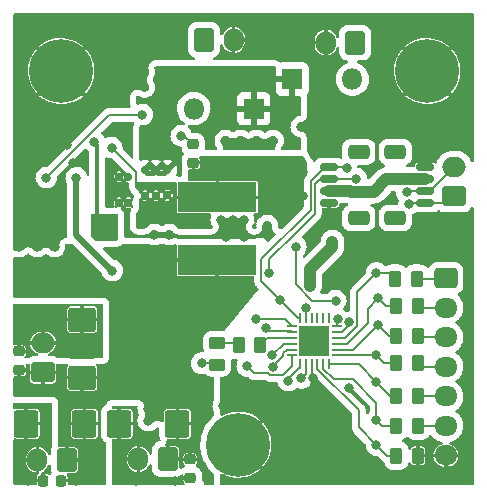
<source format=gbr>
%TF.GenerationSoftware,KiCad,Pcbnew,(6.0.1)*%
%TF.CreationDate,2022-02-28T21:32:51-07:00*%
%TF.ProjectId,PowerBackup,506f7765-7242-4616-936b-75702e6b6963,rev?*%
%TF.SameCoordinates,Original*%
%TF.FileFunction,Copper,L4,Bot*%
%TF.FilePolarity,Positive*%
%FSLAX46Y46*%
G04 Gerber Fmt 4.6, Leading zero omitted, Abs format (unit mm)*
G04 Created by KiCad (PCBNEW (6.0.1)) date 2022-02-28 21:32:51*
%MOMM*%
%LPD*%
G01*
G04 APERTURE LIST*
G04 Aperture macros list*
%AMRoundRect*
0 Rectangle with rounded corners*
0 $1 Rounding radius*
0 $2 $3 $4 $5 $6 $7 $8 $9 X,Y pos of 4 corners*
0 Add a 4 corners polygon primitive as box body*
4,1,4,$2,$3,$4,$5,$6,$7,$8,$9,$2,$3,0*
0 Add four circle primitives for the rounded corners*
1,1,$1+$1,$2,$3*
1,1,$1+$1,$4,$5*
1,1,$1+$1,$6,$7*
1,1,$1+$1,$8,$9*
0 Add four rect primitives between the rounded corners*
20,1,$1+$1,$2,$3,$4,$5,0*
20,1,$1+$1,$4,$5,$6,$7,0*
20,1,$1+$1,$6,$7,$8,$9,0*
20,1,$1+$1,$8,$9,$2,$3,0*%
G04 Aperture macros list end*
%TA.AperFunction,ComponentPad*%
%ADD10R,1.800000X1.800000*%
%TD*%
%TA.AperFunction,ComponentPad*%
%ADD11O,1.800000X1.800000*%
%TD*%
%TA.AperFunction,ComponentPad*%
%ADD12RoundRect,0.250000X0.750000X-0.600000X0.750000X0.600000X-0.750000X0.600000X-0.750000X-0.600000X0*%
%TD*%
%TA.AperFunction,ComponentPad*%
%ADD13O,2.000000X1.700000*%
%TD*%
%TA.AperFunction,ComponentPad*%
%ADD14C,0.700000*%
%TD*%
%TA.AperFunction,ComponentPad*%
%ADD15RoundRect,0.250000X0.600000X0.750000X-0.600000X0.750000X-0.600000X-0.750000X0.600000X-0.750000X0*%
%TD*%
%TA.AperFunction,ComponentPad*%
%ADD16O,1.700000X2.000000*%
%TD*%
%TA.AperFunction,ComponentPad*%
%ADD17RoundRect,0.250000X-0.725000X0.600000X-0.725000X-0.600000X0.725000X-0.600000X0.725000X0.600000X0*%
%TD*%
%TA.AperFunction,ComponentPad*%
%ADD18O,1.950000X1.700000*%
%TD*%
%TA.AperFunction,ComponentPad*%
%ADD19C,5.400000*%
%TD*%
%TA.AperFunction,ComponentPad*%
%ADD20RoundRect,0.250000X-0.600000X-0.750000X0.600000X-0.750000X0.600000X0.750000X-0.600000X0.750000X0*%
%TD*%
%TA.AperFunction,SMDPad,CuDef*%
%ADD21RoundRect,0.250000X0.925000X-0.787500X0.925000X0.787500X-0.925000X0.787500X-0.925000X-0.787500X0*%
%TD*%
%TA.AperFunction,SMDPad,CuDef*%
%ADD22RoundRect,0.225000X0.225000X0.250000X-0.225000X0.250000X-0.225000X-0.250000X0.225000X-0.250000X0*%
%TD*%
%TA.AperFunction,SMDPad,CuDef*%
%ADD23RoundRect,0.250000X0.262500X0.450000X-0.262500X0.450000X-0.262500X-0.450000X0.262500X-0.450000X0*%
%TD*%
%TA.AperFunction,SMDPad,CuDef*%
%ADD24RoundRect,0.250000X0.787500X0.925000X-0.787500X0.925000X-0.787500X-0.925000X0.787500X-0.925000X0*%
%TD*%
%TA.AperFunction,SMDPad,CuDef*%
%ADD25RoundRect,0.225000X-0.250000X0.225000X-0.250000X-0.225000X0.250000X-0.225000X0.250000X0.225000X0*%
%TD*%
%TA.AperFunction,SMDPad,CuDef*%
%ADD26RoundRect,0.225000X0.250000X-0.225000X0.250000X0.225000X-0.250000X0.225000X-0.250000X-0.225000X0*%
%TD*%
%TA.AperFunction,SMDPad,CuDef*%
%ADD27RoundRect,0.062500X0.375000X0.062500X-0.375000X0.062500X-0.375000X-0.062500X0.375000X-0.062500X0*%
%TD*%
%TA.AperFunction,SMDPad,CuDef*%
%ADD28RoundRect,0.062500X0.062500X0.375000X-0.062500X0.375000X-0.062500X-0.375000X0.062500X-0.375000X0*%
%TD*%
%TA.AperFunction,SMDPad,CuDef*%
%ADD29R,2.500000X2.500000*%
%TD*%
%TA.AperFunction,SMDPad,CuDef*%
%ADD30RoundRect,0.150000X-0.625000X0.150000X-0.625000X-0.150000X0.625000X-0.150000X0.625000X0.150000X0*%
%TD*%
%TA.AperFunction,SMDPad,CuDef*%
%ADD31RoundRect,0.250000X-0.650000X0.350000X-0.650000X-0.350000X0.650000X-0.350000X0.650000X0.350000X0*%
%TD*%
%TA.AperFunction,SMDPad,CuDef*%
%ADD32RoundRect,0.250000X-0.450000X0.262500X-0.450000X-0.262500X0.450000X-0.262500X0.450000X0.262500X0*%
%TD*%
%TA.AperFunction,SMDPad,CuDef*%
%ADD33RoundRect,0.150000X0.625000X-0.150000X0.625000X0.150000X-0.625000X0.150000X-0.625000X-0.150000X0*%
%TD*%
%TA.AperFunction,SMDPad,CuDef*%
%ADD34RoundRect,0.250000X0.650000X-0.350000X0.650000X0.350000X-0.650000X0.350000X-0.650000X-0.350000X0*%
%TD*%
%TA.AperFunction,SMDPad,CuDef*%
%ADD35R,6.700000X2.500000*%
%TD*%
%TA.AperFunction,ViaPad*%
%ADD36C,0.800000*%
%TD*%
%TA.AperFunction,Conductor*%
%ADD37C,0.150000*%
%TD*%
%TA.AperFunction,Conductor*%
%ADD38C,1.000000*%
%TD*%
%TA.AperFunction,Conductor*%
%ADD39C,0.250000*%
%TD*%
%TA.AperFunction,Conductor*%
%ADD40C,0.500000*%
%TD*%
%TA.AperFunction,Conductor*%
%ADD41C,0.300000*%
%TD*%
G04 APERTURE END LIST*
D10*
%TO.P,D1,1,K*%
%TO.N,+9VA*%
X134635000Y-83100000D03*
D11*
%TO.P,D1,2,A*%
%TO.N,+9V*%
X139715000Y-83100000D03*
%TD*%
D12*
%TO.P,J6,1,Pin_1*%
%TO.N,Net-(J5-Pad4)*%
X148325000Y-93025000D03*
D13*
%TO.P,J6,2,Pin_2*%
%TO.N,Net-(J5-Pad3)*%
X148325000Y-90525000D03*
%TD*%
D12*
%TO.P,J8,1,Pin_1*%
%TO.N,+5V*%
X113521000Y-107930000D03*
D13*
%TO.P,J8,2,Pin_2*%
%TO.N,GND*%
X113521000Y-105430000D03*
%TD*%
D14*
%TO.P,U2,2,PGND*%
%TO.N,GND*%
X119946000Y-93556000D03*
X119946000Y-91356000D03*
X120746000Y-91356000D03*
X120746000Y-93556000D03*
%TO.P,U2,11,SW*%
%TO.N,/Backup/SW*%
X122126000Y-92956000D03*
X123086000Y-92956000D03*
X124046000Y-92936000D03*
%TO.P,U2,15,PVIN*%
%TO.N,+9VA*%
X122116000Y-90806000D03*
X123076000Y-90806000D03*
X124036000Y-90786000D03*
%TD*%
D10*
%TO.P,D2,1,K*%
%TO.N,+9VA*%
X131365000Y-85600000D03*
D11*
%TO.P,D2,2,A*%
%TO.N,/Backup/VBAT*%
X126285000Y-85600000D03*
%TD*%
D15*
%TO.P,J9,1,Pin_1*%
%TO.N,+5V*%
X124100000Y-115275000D03*
D16*
%TO.P,J9,2,Pin_2*%
%TO.N,GND*%
X121600000Y-115275000D03*
%TD*%
D17*
%TO.P,J2,1,Pin_1*%
%TO.N,Net-(J2-Pad1)*%
X147628764Y-99960836D03*
D18*
%TO.P,J2,2,Pin_2*%
%TO.N,Net-(J2-Pad2)*%
X147628764Y-102460836D03*
%TO.P,J2,3,Pin_3*%
%TO.N,Net-(J2-Pad3)*%
X147628764Y-104960836D03*
%TO.P,J2,4,Pin_4*%
%TO.N,Net-(J2-Pad4)*%
X147628764Y-107460836D03*
%TO.P,J2,5,Pin_5*%
%TO.N,Net-(J2-Pad5)*%
X147628764Y-109960836D03*
%TO.P,J2,6,Pin_6*%
%TO.N,Net-(J2-Pad6)*%
X147628764Y-112460836D03*
%TO.P,J2,7,Pin_7*%
%TO.N,GND*%
X147628764Y-114960836D03*
%TD*%
D19*
%TO.P,H3,1,1*%
%TO.N,GND*%
X130048000Y-114046000D03*
%TD*%
%TO.P,H1,1,1*%
%TO.N,GND*%
X115062000Y-82423000D03*
%TD*%
D20*
%TO.P,J7,1,Pin_1*%
%TO.N,/Backup/VBAT*%
X127150000Y-79775000D03*
D16*
%TO.P,J7,2,Pin_2*%
%TO.N,GND*%
X129650000Y-79775000D03*
%TD*%
D19*
%TO.P,H2,1,1*%
%TO.N,GND*%
X146050000Y-82423000D03*
%TD*%
D15*
%TO.P,J10,1,Pin_1*%
%TO.N,+5V*%
X115550000Y-115333000D03*
D16*
%TO.P,J10,2,Pin_2*%
%TO.N,GND*%
X113050000Y-115333000D03*
%TD*%
D21*
%TO.P,C22,1*%
%TO.N,+5V*%
X116840000Y-108380500D03*
%TO.P,C22,2*%
%TO.N,GND*%
X116840000Y-103455500D03*
%TD*%
D15*
%TO.P,J1,1,Pin_1*%
%TO.N,+9V*%
X139954000Y-80010000D03*
D16*
%TO.P,J1,2,Pin_2*%
%TO.N,GND*%
X137454000Y-80010000D03*
%TD*%
D22*
%TO.P,C20,1*%
%TO.N,+5V*%
X115075000Y-117094000D03*
%TO.P,C20,2*%
%TO.N,GND*%
X113525000Y-117094000D03*
%TD*%
D23*
%TO.P,R1,1*%
%TO.N,Net-(J2-Pad1)*%
X145162500Y-100000000D03*
%TO.P,R1,2*%
%TO.N,Net-(C7-Pad1)*%
X143337500Y-100000000D03*
%TD*%
%TO.P,R7,1*%
%TO.N,Net-(J2-Pad6)*%
X145266000Y-112446000D03*
%TO.P,R7,2*%
%TO.N,Net-(C2-Pad1)*%
X143441000Y-112446000D03*
%TD*%
D24*
%TO.P,C23,1*%
%TO.N,+5V*%
X117016500Y-112268000D03*
%TO.P,C23,2*%
%TO.N,GND*%
X112091500Y-112268000D03*
%TD*%
D25*
%TO.P,C21,1*%
%TO.N,+5V*%
X125984000Y-115303000D03*
%TO.P,C21,2*%
%TO.N,GND*%
X125984000Y-116853000D03*
%TD*%
D24*
%TO.P,C24,1*%
%TO.N,+5V*%
X124890500Y-112268000D03*
%TO.P,C24,2*%
%TO.N,GND*%
X119965500Y-112268000D03*
%TD*%
D23*
%TO.P,R4,1*%
%TO.N,GND*%
X145266000Y-114986000D03*
%TO.P,R4,2*%
%TO.N,Net-(C1-Pad1)*%
X143441000Y-114986000D03*
%TD*%
D26*
%TO.P,C19,1*%
%TO.N,+5V*%
X111506000Y-107709000D03*
%TO.P,C19,2*%
%TO.N,GND*%
X111506000Y-106159000D03*
%TD*%
D25*
%TO.P,C13,1*%
%TO.N,Net-(C13-Pad1)*%
X126238000Y-88633000D03*
%TO.P,C13,2*%
%TO.N,/Backup/SW*%
X126238000Y-90183000D03*
%TD*%
D23*
%TO.P,R5,1*%
%TO.N,Net-(J2-Pad4)*%
X145266000Y-107112000D03*
%TO.P,R5,2*%
%TO.N,Net-(C4-Pad1)*%
X143441000Y-107112000D03*
%TD*%
D27*
%TO.P,U1,1,VCTL*%
%TO.N,Net-(Q1-Pad1)*%
X138437500Y-104000000D03*
%TO.P,U1,2,BAT*%
%TO.N,Net-(C8-Pad1)*%
X138437500Y-104500000D03*
%TO.P,U1,3,VC6*%
%TO.N,Net-(C7-Pad1)*%
X138437500Y-105000000D03*
%TO.P,U1,4,VC5*%
%TO.N,Net-(C6-Pad1)*%
X138437500Y-105500000D03*
%TO.P,U1,5,VC4*%
%TO.N,Net-(C5-Pad1)*%
X138437500Y-106000000D03*
%TO.P,U1,6,VC3*%
%TO.N,Net-(C4-Pad1)*%
X138437500Y-106500000D03*
D28*
%TO.P,U1,7,VC2*%
%TO.N,Net-(C3-Pad1)*%
X137750000Y-107187500D03*
%TO.P,U1,8,VC1*%
%TO.N,Net-(C2-Pad1)*%
X137250000Y-107187500D03*
%TO.P,U1,9,VC0*%
%TO.N,Net-(C1-Pad1)*%
X136750000Y-107187500D03*
%TO.P,U1,10,VSS*%
%TO.N,GND*%
X136250000Y-107187500D03*
%TO.P,U1,11,SENSEN*%
%TO.N,Net-(R9-Pad1)*%
X135750000Y-107187500D03*
%TO.P,U1,12,SENSP*%
%TO.N,Net-(R12-Pad1)*%
X135250000Y-107187500D03*
D27*
%TO.P,U1,13,ALERT*%
%TO.N,Net-(J4-Pad5)*%
X134562500Y-106500000D03*
%TO.P,U1,14,VIOUT*%
%TO.N,Net-(J4-Pad4)*%
X134562500Y-106000000D03*
%TO.P,U1,15,VCOUT*%
%TO.N,Net-(J4-Pad3)*%
X134562500Y-105500000D03*
%TO.P,U1,16,VTB*%
%TO.N,Net-(R24-Pad1)*%
X134562500Y-105000000D03*
%TO.P,U1,17,VREF*%
%TO.N,Net-(J4-Pad1)*%
X134562500Y-104500000D03*
%TO.P,U1,18,SDA*%
%TO.N,/PrimaryBatteryMonitoring/SDA*%
X134562500Y-104000000D03*
D28*
%TO.P,U1,19,SCL*%
%TO.N,/PrimaryBatteryMonitoring/SCL*%
X135250000Y-103312500D03*
%TO.P,U1,20,V3P3*%
%TO.N,+3V3*%
X135750000Y-103312500D03*
%TO.P,U1,21,NC*%
%TO.N,unconnected-(U1-Pad21)*%
X136250000Y-103312500D03*
%TO.P,U1,22,NC*%
%TO.N,unconnected-(U1-Pad22)*%
X136750000Y-103312500D03*
%TO.P,U1,23*%
%TO.N,N/C*%
X137250000Y-103312500D03*
%TO.P,U1,24*%
X137750000Y-103312500D03*
D29*
%TO.P,U1,25*%
X136500000Y-105250000D03*
%TD*%
D23*
%TO.P,R6,1*%
%TO.N,Net-(J2-Pad2)*%
X145266000Y-102286000D03*
%TO.P,R6,2*%
%TO.N,Net-(C6-Pad1)*%
X143441000Y-102286000D03*
%TD*%
D30*
%TO.P,J5,1,Pin_1*%
%TO.N,GND*%
X145875000Y-90575000D03*
%TO.P,J5,2,Pin_2*%
%TO.N,+3V3*%
X145875000Y-91575000D03*
%TO.P,J5,3,Pin_4*%
%TO.N,Net-(J5-Pad3)*%
X145875000Y-92575000D03*
%TO.P,J5,4,Pin_3*%
%TO.N,Net-(J5-Pad4)*%
X145875000Y-93575000D03*
D31*
%TO.P,J5,MP*%
%TO.N,N/C*%
X143350000Y-94875000D03*
X143350000Y-89275000D03*
%TD*%
D23*
%TO.P,R24,1*%
%TO.N,Net-(R24-Pad1)*%
X131912500Y-105600000D03*
%TO.P,R24,2*%
%TO.N,Net-(R14-Pad1)*%
X130087500Y-105600000D03*
%TD*%
%TO.P,R2,1*%
%TO.N,Net-(J2-Pad3)*%
X145266000Y-104826000D03*
%TO.P,R2,2*%
%TO.N,Net-(C5-Pad1)*%
X143441000Y-104826000D03*
%TD*%
D32*
%TO.P,R14,1*%
%TO.N,Net-(R14-Pad1)*%
X128250000Y-105437500D03*
%TO.P,R14,2*%
%TO.N,Net-(J4-Pad2)*%
X128250000Y-107262500D03*
%TD*%
D33*
%TO.P,J3,1,Pin_1*%
%TO.N,GND*%
X137725000Y-93575000D03*
%TO.P,J3,2,Pin_2*%
%TO.N,+3V3*%
X137725000Y-92575000D03*
%TO.P,J3,3,Pin_4*%
%TO.N,/PrimaryBatteryMonitoring/SDA*%
X137725000Y-91575000D03*
%TO.P,J3,4,Pin_3*%
%TO.N,/PrimaryBatteryMonitoring/SCL*%
X137725000Y-90575000D03*
D34*
%TO.P,J3,MP*%
%TO.N,N/C*%
X140250000Y-94875000D03*
X140250000Y-89275000D03*
%TD*%
D23*
%TO.P,R3,1*%
%TO.N,Net-(J2-Pad5)*%
X145266000Y-109906000D03*
%TO.P,R3,2*%
%TO.N,Net-(C3-Pad1)*%
X143441000Y-109906000D03*
%TD*%
D35*
%TO.P,L1,1*%
%TO.N,/Backup/SW*%
X128270000Y-93108000D03*
%TO.P,L1,2*%
%TO.N,+5V*%
X128270000Y-98408000D03*
%TD*%
D36*
%TO.N,Net-(C1-Pad1)*%
X141738997Y-114079341D03*
%TO.N,GND*%
X120600000Y-80976000D03*
X131826000Y-109728000D03*
X145080000Y-86350000D03*
X146200000Y-89250000D03*
X113030000Y-96012000D03*
X138950000Y-112734000D03*
X137922000Y-116586000D03*
X121412000Y-117094000D03*
X136400000Y-108400000D03*
X146525000Y-96300000D03*
X111506000Y-104648000D03*
X113030000Y-92964000D03*
X137922000Y-115570000D03*
X131600000Y-88300000D03*
X130250000Y-88300000D03*
X135382000Y-87122000D03*
X116078000Y-105410000D03*
X136652000Y-115570000D03*
X133604000Y-115570000D03*
X133850000Y-78200000D03*
X119100000Y-80976000D03*
X137800000Y-94625000D03*
X122100000Y-79488000D03*
X129600000Y-95000000D03*
X139300000Y-116600000D03*
X140462000Y-86360000D03*
X136500000Y-88000000D03*
X111500000Y-94488000D03*
X133850000Y-79470000D03*
X116078000Y-90170000D03*
X129000000Y-96500000D03*
X124714000Y-117094000D03*
X130500000Y-96500000D03*
X122100000Y-83770000D03*
X131318000Y-110490000D03*
X137934000Y-112734000D03*
X114500000Y-97282000D03*
X122100000Y-82500000D03*
X113030000Y-97282000D03*
X143810000Y-86350000D03*
X113792000Y-111252000D03*
X122100000Y-80988000D03*
X134112000Y-116586000D03*
X139192000Y-86360000D03*
X120630000Y-83770000D03*
X128950000Y-88300000D03*
X119106000Y-83770000D03*
X120630000Y-82500000D03*
X132500000Y-95500000D03*
X137922000Y-86360000D03*
X120630000Y-79452000D03*
X133000000Y-88300000D03*
X133850000Y-80740000D03*
X111506000Y-96012000D03*
X121666000Y-113538000D03*
X135382000Y-116586000D03*
X114500000Y-93000000D03*
X135636000Y-115570000D03*
X119106000Y-82500000D03*
X128778000Y-110744000D03*
X119888000Y-114300000D03*
X114500000Y-94500000D03*
X136500000Y-89500000D03*
X113000000Y-94488000D03*
X138950000Y-113750000D03*
X112268000Y-117094000D03*
X111506000Y-97282000D03*
X113792000Y-112522000D03*
X134620000Y-115570000D03*
X139446000Y-109220000D03*
X119100000Y-79452000D03*
X137680000Y-113750000D03*
X122936000Y-96266000D03*
X117602000Y-105410000D03*
X115570000Y-88646000D03*
X130810000Y-109728000D03*
X136652000Y-116586000D03*
X141732000Y-86360000D03*
X114500000Y-96012000D03*
X130500000Y-95000000D03*
X120396000Y-87630000D03*
X124206000Y-96266000D03*
X147620000Y-86350000D03*
X111500000Y-92964000D03*
X146350000Y-86350000D03*
X112014000Y-87884000D03*
X128600000Y-95000000D03*
X149352000Y-96266000D03*
%TO.N,Net-(C2-Pad1)*%
X141750000Y-112000000D03*
%TO.N,Net-(C3-Pad1)*%
X141750000Y-108750000D03*
%TO.N,Net-(C4-Pad1)*%
X141750000Y-106500000D03*
%TO.N,Net-(C5-Pad1)*%
X141897152Y-103880011D03*
%TO.N,Net-(C6-Pad1)*%
X141897152Y-101630011D03*
%TO.N,Net-(C7-Pad1)*%
X141750000Y-99500000D03*
%TO.N,Net-(C8-Pad1)*%
X139446462Y-103683512D03*
%TO.N,+3V3*%
X136125000Y-100575000D03*
X138025000Y-96850000D03*
X135745393Y-102436653D03*
X144865900Y-91522347D03*
%TO.N,Net-(J4-Pad1)*%
X132381364Y-104144093D03*
%TO.N,Net-(J4-Pad2)*%
X126950000Y-107150000D03*
%TO.N,Net-(J4-Pad3)*%
X132916194Y-106465069D03*
%TO.N,Net-(J4-Pad4)*%
X133011743Y-107459994D03*
%TO.N,Net-(J4-Pad5)*%
X130800000Y-107400000D03*
%TO.N,Net-(J5-Pad4)*%
X144505804Y-93652585D03*
%TO.N,Net-(J5-Pad3)*%
X144300000Y-92674500D03*
%TO.N,Net-(Q1-Pad1)*%
X138474500Y-103450500D03*
X138300000Y-101850000D03*
X134925000Y-97275000D03*
%TO.N,Net-(R9-Pad1)*%
X135400000Y-108400000D03*
%TO.N,Net-(R12-Pad1)*%
X134286731Y-108626703D03*
%TO.N,/PrimaryBatteryMonitoring/SDA*%
X140049500Y-91525000D03*
X132675000Y-99550000D03*
X131589202Y-103401963D03*
%TO.N,/PrimaryBatteryMonitoring/SCL*%
X133593956Y-101810318D03*
X139225000Y-90625000D03*
%TO.N,Net-(C13-Pad1)*%
X125222000Y-87884000D03*
%TO.N,+5V*%
X115316000Y-111252000D03*
X112014000Y-100584000D03*
X111760000Y-108966000D03*
X122428000Y-110998000D03*
X118872000Y-107950000D03*
X122000000Y-102000000D03*
X130302000Y-100584000D03*
X127000000Y-110998000D03*
X128778000Y-101600000D03*
X118872000Y-109220000D03*
X126500000Y-99000000D03*
X128270000Y-100584000D03*
X122428000Y-112014000D03*
X116332000Y-117094000D03*
X129286000Y-100584000D03*
X115316000Y-112522000D03*
X129794000Y-101600000D03*
X114808000Y-100584000D03*
X123500000Y-102000000D03*
X127500000Y-99000000D03*
X113284000Y-100584000D03*
%TO.N,Net-(C15-Pad2)*%
X116332000Y-91440000D03*
X119380000Y-99314000D03*
%TO.N,Net-(R19-Pad2)*%
X113792000Y-91440000D03*
X121920000Y-86106000D03*
%TO.N,/Backup/SW*%
X132500000Y-93000000D03*
X119333510Y-88900239D03*
X129500000Y-91000000D03*
X134000000Y-91000000D03*
X135500000Y-93000000D03*
X128000000Y-91000000D03*
X135500000Y-91000000D03*
X132500000Y-91000000D03*
X131000000Y-91000000D03*
X134000000Y-93000000D03*
%TO.N,/Backup/PVDD*%
X119380000Y-96266000D03*
X117856000Y-88392000D03*
X118110000Y-96266000D03*
%TD*%
D37*
%TO.N,Net-(C1-Pad1)*%
X136750000Y-107601618D02*
X140250000Y-111101618D01*
X142645656Y-114986000D02*
X141738997Y-114079341D01*
X136750000Y-107187500D02*
X136750000Y-107601618D01*
X140250000Y-111101618D02*
X140250000Y-112590344D01*
X143441000Y-114986000D02*
X142645656Y-114986000D01*
X140250000Y-112590344D02*
X141738997Y-114079341D01*
%TO.N,GND*%
X136400000Y-108400000D02*
X136250000Y-108058878D01*
X145291164Y-114960836D02*
X147628764Y-114960836D01*
X145266000Y-114986000D02*
X145291164Y-114960836D01*
X136250000Y-108058878D02*
X136250000Y-107187500D01*
%TO.N,Net-(C2-Pad1)*%
X141750000Y-110500000D02*
X141750000Y-112000000D01*
X141750000Y-112000000D02*
X142196000Y-112446000D01*
X138148382Y-108500000D02*
X139750000Y-108500000D01*
X137250000Y-107601618D02*
X138148382Y-108500000D01*
X137250000Y-107187500D02*
X137250000Y-107601618D01*
X142196000Y-112446000D02*
X143441000Y-112446000D01*
X139750000Y-108500000D02*
X141750000Y-110500000D01*
%TO.N,Net-(C3-Pad1)*%
X140250000Y-107250000D02*
X141750000Y-108750000D01*
X142906000Y-109906000D02*
X143441000Y-109906000D01*
X141750000Y-108750000D02*
X142906000Y-109906000D01*
X137750000Y-107187500D02*
X137812500Y-107250000D01*
X137812500Y-107250000D02*
X140250000Y-107250000D01*
%TO.N,Net-(C4-Pad1)*%
X142362000Y-107112000D02*
X141750000Y-106500000D01*
X143441000Y-107112000D02*
X142362000Y-107112000D01*
X138437500Y-106500000D02*
X141750000Y-106500000D01*
%TO.N,Net-(C5-Pad1)*%
X139777163Y-106000000D02*
X138437500Y-106000000D01*
X141897152Y-103880011D02*
X139777163Y-106000000D01*
X141897152Y-103880011D02*
X142843141Y-104826000D01*
X142843141Y-104826000D02*
X143441000Y-104826000D01*
%TO.N,Net-(C6-Pad1)*%
X143441000Y-102286000D02*
X142553141Y-102286000D01*
X139250000Y-105500000D02*
X138437500Y-105500000D01*
X142553141Y-102286000D02*
X141897152Y-101630011D01*
X141000000Y-103750000D02*
X139250000Y-105500000D01*
X141000000Y-102527163D02*
X141000000Y-103750000D01*
X141897152Y-101630011D02*
X141000000Y-102527163D01*
%TO.N,Net-(C7-Pad1)*%
X140120963Y-103404123D02*
X140095476Y-103378636D01*
X143337500Y-100000000D02*
X142837500Y-99500000D01*
X140120963Y-103962901D02*
X140120963Y-103404123D01*
X140095476Y-101154524D02*
X141750000Y-99500000D01*
X139083864Y-105000000D02*
X140120963Y-103962901D01*
X138437500Y-105000000D02*
X139083864Y-105000000D01*
X140095476Y-103378636D02*
X140095476Y-101154524D01*
X142837500Y-99500000D02*
X141750000Y-99500000D01*
%TO.N,Net-(C8-Pad1)*%
X138437500Y-104500000D02*
X138851618Y-104500000D01*
X138851618Y-104500000D02*
X139446462Y-103905156D01*
X139446462Y-103905156D02*
X139446462Y-103683512D01*
D38*
%TO.N,+3V3*%
X142575000Y-91575000D02*
X145875000Y-91575000D01*
X139544556Y-92575000D02*
X139594067Y-92624511D01*
X138025000Y-97300000D02*
X136125000Y-99200000D01*
X138025000Y-96850000D02*
X138025000Y-97300000D01*
D37*
X135750000Y-103312500D02*
X135750000Y-102441260D01*
X135750000Y-102441260D02*
X135745393Y-102436653D01*
D38*
X139594067Y-92624511D02*
X141525489Y-92624511D01*
X141525489Y-92624511D02*
X142575000Y-91575000D01*
X136125000Y-99200000D02*
X136125000Y-100575000D01*
X137725000Y-92575000D02*
X139544556Y-92575000D01*
D37*
%TO.N,Net-(J2-Pad1)*%
X147589600Y-100000000D02*
X147628764Y-99960836D01*
X145162500Y-100000000D02*
X147589600Y-100000000D01*
%TO.N,Net-(J2-Pad2)*%
X145266000Y-102286000D02*
X145440836Y-102460836D01*
D39*
X147487164Y-102319236D02*
X147628764Y-102460836D01*
D37*
X145440836Y-102460836D02*
X147628764Y-102460836D01*
%TO.N,Net-(J2-Pad3)*%
X145266000Y-104826000D02*
X145400836Y-104960836D01*
X145400836Y-104960836D02*
X147628764Y-104960836D01*
%TO.N,Net-(J2-Pad4)*%
X145266000Y-107112000D02*
X145614836Y-107460836D01*
X145614836Y-107460836D02*
X147628764Y-107460836D01*
%TO.N,Net-(J2-Pad5)*%
X145266000Y-109906000D02*
X145320836Y-109960836D01*
X145320836Y-109960836D02*
X147628764Y-109960836D01*
D39*
X147607164Y-109939236D02*
X147628764Y-109960836D01*
D37*
%TO.N,Net-(J2-Pad6)*%
X145266000Y-112446000D02*
X145280836Y-112460836D01*
X145280836Y-112460836D02*
X147628764Y-112460836D01*
D39*
X147610364Y-112479236D02*
X147628764Y-112460836D01*
D37*
%TO.N,Net-(J4-Pad1)*%
X132662751Y-104425480D02*
X132381364Y-104144093D01*
X134487980Y-104425480D02*
X132662751Y-104425480D01*
X134562500Y-104500000D02*
X134487980Y-104425480D01*
%TO.N,Net-(J4-Pad2)*%
X126950000Y-107150000D02*
X128137500Y-107150000D01*
X128250000Y-107262500D02*
X128162500Y-107262500D01*
X128137500Y-107150000D02*
X128250000Y-107262500D01*
%TO.N,Net-(J4-Pad3)*%
X133881263Y-105500000D02*
X132916194Y-106465069D01*
X134562500Y-105500000D02*
X133881263Y-105500000D01*
%TO.N,Net-(J4-Pad4)*%
X134562500Y-106000000D02*
X134148382Y-106000000D01*
X133850480Y-106297902D02*
X133850480Y-106549520D01*
X133011743Y-107388257D02*
X133011743Y-107459994D01*
X134148382Y-106000000D02*
X133850480Y-106297902D01*
X133850480Y-106549520D02*
X133011743Y-107388257D01*
%TO.N,Net-(J4-Pad5)*%
X132571365Y-107973506D02*
X131373506Y-107973506D01*
X132732354Y-108134495D02*
X132571365Y-107973506D01*
X133825556Y-108134495D02*
X132732354Y-108134495D01*
X134562500Y-107397551D02*
X133825556Y-108134495D01*
X131373506Y-107973506D02*
X130800000Y-107400000D01*
X134562500Y-106500000D02*
X134562500Y-107397551D01*
%TO.N,Net-(J5-Pad4)*%
X144583389Y-93575000D02*
X144505804Y-93652585D01*
X147775000Y-93575000D02*
X148325000Y-93025000D01*
X145875000Y-93575000D02*
X144583389Y-93575000D01*
X145875000Y-93575000D02*
X147775000Y-93575000D01*
%TO.N,Net-(J5-Pad3)*%
X144399500Y-92575000D02*
X144300000Y-92674500D01*
X146275000Y-92575000D02*
X148325000Y-90525000D01*
X145875000Y-92575000D02*
X144399500Y-92575000D01*
X145875000Y-92575000D02*
X146275000Y-92575000D01*
%TO.N,Net-(Q1-Pad1)*%
X138437500Y-104000000D02*
X138437500Y-103487500D01*
X134925000Y-100470336D02*
X136304664Y-101850000D01*
X134925000Y-97275000D02*
X134925000Y-100470336D01*
X136304664Y-101850000D02*
X138300000Y-101850000D01*
X138437500Y-103487500D02*
X138474500Y-103450500D01*
%TO.N,Net-(R9-Pad1)*%
X135750000Y-107187500D02*
X135750000Y-108050000D01*
X135750000Y-108050000D02*
X135400000Y-108400000D01*
%TO.N,Net-(R12-Pad1)*%
X135250000Y-107500000D02*
X134286731Y-108463269D01*
X135250000Y-107187500D02*
X135250000Y-107500000D01*
X134286731Y-108463269D02*
X134286731Y-108626703D01*
%TO.N,/PrimaryBatteryMonitoring/SDA*%
X136950000Y-91575000D02*
X136525000Y-92000000D01*
X139999500Y-91575000D02*
X137725000Y-91575000D01*
X134925000Y-96100000D02*
X132675000Y-98350000D01*
X132675000Y-98350000D02*
X132675000Y-99550000D01*
X140049500Y-91525000D02*
X139999500Y-91575000D01*
X136525000Y-94500000D02*
X134925000Y-96100000D01*
X133964463Y-103401963D02*
X134562500Y-104000000D01*
X137725000Y-91575000D02*
X136950000Y-91575000D01*
X131589202Y-103401963D02*
X133964463Y-103401963D01*
X136525000Y-92000000D02*
X136525000Y-94500000D01*
%TO.N,Net-(R14-Pad1)*%
X128250000Y-105437500D02*
X129925000Y-105437500D01*
X129925000Y-105437500D02*
X130087500Y-105600000D01*
X129887500Y-105400000D02*
X130087500Y-105600000D01*
%TO.N,/PrimaryBatteryMonitoring/SCL*%
X137725000Y-90575000D02*
X139175000Y-90575000D01*
X137349639Y-90575000D02*
X136175000Y-91749639D01*
X135096138Y-103312500D02*
X133593956Y-101810318D01*
X135250000Y-103312500D02*
X135096138Y-103312500D01*
X139175000Y-90575000D02*
X139225000Y-90625000D01*
X132000489Y-100216851D02*
X133593956Y-101810318D01*
X132000489Y-98349511D02*
X132000489Y-100216851D01*
X136175000Y-94175000D02*
X132000489Y-98349511D01*
X136175000Y-91749639D02*
X136175000Y-94175000D01*
X137725000Y-90575000D02*
X137349639Y-90575000D01*
%TO.N,Net-(R24-Pad1)*%
X134562500Y-105000000D02*
X132512500Y-105000000D01*
X132512500Y-105000000D02*
X131912500Y-105600000D01*
%TO.N,Net-(C13-Pad1)*%
X125489000Y-87884000D02*
X126238000Y-88633000D01*
X125222000Y-87884000D02*
X125489000Y-87884000D01*
D40*
%TO.N,Net-(C15-Pad2)*%
X116332000Y-91440000D02*
X116332000Y-96266000D01*
X116332000Y-96266000D02*
X119380000Y-99314000D01*
D37*
%TO.N,Net-(R19-Pad2)*%
X119126000Y-86106000D02*
X121920000Y-86106000D01*
X113792000Y-91440000D02*
X119126000Y-86106000D01*
%TO.N,/Backup/SW*%
X121370511Y-92200511D02*
X122126000Y-92956000D01*
X119333510Y-88900239D02*
X121370511Y-90937240D01*
X121370511Y-90937240D02*
X121370511Y-92200511D01*
D41*
%TO.N,/Backup/PVDD*%
X118110000Y-88646000D02*
X118110000Y-96266000D01*
X117856000Y-88392000D02*
X118110000Y-88646000D01*
%TD*%
%TA.AperFunction,Conductor*%
%TO.N,/Backup/SW*%
G36*
X135554137Y-89620002D02*
G01*
X135600630Y-89673658D01*
X135606047Y-89690061D01*
X135606458Y-89689928D01*
X135665473Y-89871556D01*
X135668776Y-89877278D01*
X135668777Y-89877279D01*
X135671966Y-89882802D01*
X135760960Y-90036944D01*
X135765378Y-90041851D01*
X135765379Y-90041852D01*
X135848912Y-90134625D01*
X135879630Y-90198632D01*
X135881276Y-90218935D01*
X135881276Y-91165979D01*
X135861274Y-91234100D01*
X135844371Y-91255074D01*
X135795286Y-91304159D01*
X135782906Y-91315017D01*
X135758843Y-91333482D01*
X135753818Y-91340031D01*
X135753816Y-91340033D01*
X135735360Y-91364085D01*
X135670344Y-91448816D01*
X135670342Y-91448819D01*
X135665314Y-91455372D01*
X135606519Y-91597315D01*
X135586465Y-91749639D01*
X135587543Y-91757827D01*
X135590422Y-91779695D01*
X135591500Y-91796142D01*
X135591500Y-93881117D01*
X135571498Y-93949238D01*
X135554595Y-93970212D01*
X133811085Y-95713722D01*
X133748773Y-95747748D01*
X133721990Y-95750627D01*
X133527100Y-95750627D01*
X133458979Y-95730625D01*
X133412486Y-95676969D01*
X133401790Y-95611457D01*
X133412814Y-95506565D01*
X133413504Y-95500000D01*
X133393542Y-95310072D01*
X133334527Y-95128444D01*
X133239040Y-94963056D01*
X133111253Y-94821134D01*
X132956752Y-94708882D01*
X132950724Y-94706198D01*
X132950722Y-94706197D01*
X132788319Y-94633891D01*
X132788318Y-94633891D01*
X132782288Y-94631206D01*
X132688888Y-94611353D01*
X132601944Y-94592872D01*
X132601939Y-94592872D01*
X132595487Y-94591500D01*
X132404513Y-94591500D01*
X132398061Y-94592872D01*
X132398056Y-94592872D01*
X132311113Y-94611353D01*
X132217712Y-94631206D01*
X132211682Y-94633891D01*
X132211681Y-94633891D01*
X132049278Y-94706197D01*
X132049276Y-94706198D01*
X132043248Y-94708882D01*
X131888747Y-94821134D01*
X131760960Y-94963056D01*
X131665473Y-95128444D01*
X131645496Y-95189928D01*
X131643524Y-95195997D01*
X131603451Y-95254603D01*
X131572916Y-95267507D01*
X131584209Y-95277872D01*
X131602258Y-95346537D01*
X131601619Y-95356109D01*
X131589418Y-95472197D01*
X131586496Y-95500000D01*
X131587186Y-95506565D01*
X131598210Y-95611457D01*
X131585438Y-95681295D01*
X131536935Y-95733142D01*
X131472900Y-95750627D01*
X131329639Y-95750627D01*
X131261518Y-95730625D01*
X131215025Y-95676969D01*
X131204921Y-95606695D01*
X131232265Y-95548299D01*
X131230741Y-95547192D01*
X131234620Y-95541852D01*
X131239040Y-95536944D01*
X131334527Y-95371556D01*
X131356477Y-95304002D01*
X131396549Y-95245397D01*
X131427084Y-95232493D01*
X131415791Y-95222128D01*
X131397742Y-95153463D01*
X131398381Y-95143891D01*
X131412814Y-95006565D01*
X131413504Y-95000000D01*
X131409105Y-94958148D01*
X131394232Y-94816635D01*
X131394232Y-94816633D01*
X131393542Y-94810072D01*
X131334527Y-94628444D01*
X131335832Y-94628020D01*
X131327365Y-94564885D01*
X131357469Y-94500587D01*
X131417557Y-94462772D01*
X131451907Y-94457999D01*
X131623654Y-94457999D01*
X131635923Y-94456791D01*
X131646843Y-94454619D01*
X131669339Y-94445302D01*
X131681780Y-94436989D01*
X131698989Y-94419780D01*
X131707303Y-94407337D01*
X131716619Y-94384846D01*
X131718793Y-94373917D01*
X131720000Y-94361662D01*
X131720000Y-93253115D01*
X131715525Y-93237876D01*
X131714135Y-93236671D01*
X131706452Y-93235000D01*
X124838116Y-93235000D01*
X124822877Y-93239475D01*
X124821672Y-93240865D01*
X124820001Y-93248548D01*
X124820001Y-94361654D01*
X124821209Y-94373923D01*
X124823381Y-94384843D01*
X124832698Y-94407339D01*
X124841011Y-94419780D01*
X124858220Y-94436989D01*
X124870663Y-94445303D01*
X124893154Y-94454619D01*
X124904083Y-94456793D01*
X124916338Y-94458000D01*
X127648092Y-94458000D01*
X127716213Y-94478002D01*
X127762706Y-94531658D01*
X127772810Y-94601932D01*
X127765189Y-94628352D01*
X127765473Y-94628444D01*
X127706458Y-94810072D01*
X127705768Y-94816633D01*
X127705768Y-94816635D01*
X127690895Y-94958148D01*
X127686496Y-95000000D01*
X127706458Y-95189928D01*
X127765473Y-95371556D01*
X127860960Y-95536944D01*
X127865380Y-95541852D01*
X127869259Y-95547192D01*
X127867804Y-95548249D01*
X127894715Y-95604325D01*
X127885950Y-95674779D01*
X127840486Y-95729310D01*
X127770361Y-95750627D01*
X125020561Y-95750627D01*
X124952440Y-95730625D01*
X124926925Y-95708937D01*
X124821675Y-95592045D01*
X124821674Y-95592044D01*
X124817253Y-95587134D01*
X124662752Y-95474882D01*
X124656724Y-95472198D01*
X124656722Y-95472197D01*
X124494319Y-95399891D01*
X124494318Y-95399891D01*
X124488288Y-95397206D01*
X124394539Y-95377279D01*
X124307944Y-95358872D01*
X124307939Y-95358872D01*
X124301487Y-95357500D01*
X124110513Y-95357500D01*
X124104061Y-95358872D01*
X124104056Y-95358872D01*
X124017461Y-95377279D01*
X123923712Y-95397206D01*
X123917682Y-95399891D01*
X123917681Y-95399891D01*
X123755278Y-95472197D01*
X123755276Y-95472198D01*
X123749248Y-95474882D01*
X123645060Y-95550579D01*
X123578194Y-95574437D01*
X123509042Y-95558357D01*
X123496944Y-95550582D01*
X123392752Y-95474882D01*
X123386724Y-95472198D01*
X123386722Y-95472197D01*
X123224319Y-95399891D01*
X123224318Y-95399891D01*
X123218288Y-95397206D01*
X123124539Y-95377279D01*
X123037944Y-95358872D01*
X123037939Y-95358872D01*
X123031487Y-95357500D01*
X122840513Y-95357500D01*
X122834061Y-95358872D01*
X122834056Y-95358872D01*
X122747461Y-95377279D01*
X122653712Y-95397206D01*
X122647682Y-95399891D01*
X122647681Y-95399891D01*
X122485278Y-95472197D01*
X122485276Y-95472198D01*
X122479248Y-95474882D01*
X122324747Y-95587134D01*
X122320326Y-95592044D01*
X122320325Y-95592045D01*
X122215075Y-95708937D01*
X122154629Y-95746177D01*
X122121439Y-95750627D01*
X121527276Y-95750627D01*
X121459155Y-95730625D01*
X121412662Y-95676969D01*
X121401276Y-95624627D01*
X121401276Y-94492742D01*
X121421278Y-94424621D01*
X121459154Y-94386745D01*
X121494669Y-94363921D01*
X121508746Y-94347676D01*
X121583455Y-94261457D01*
X121589357Y-94254646D01*
X121649422Y-94123120D01*
X121670000Y-93980000D01*
X121670000Y-93729529D01*
X121666346Y-93668709D01*
X121664684Y-93662531D01*
X121646893Y-93596399D01*
X121647642Y-93530654D01*
X121649422Y-93526756D01*
X121670000Y-93383636D01*
X121672069Y-93383934D01*
X121682079Y-93357056D01*
X121677944Y-93351532D01*
X121677821Y-93350848D01*
X121915892Y-93350848D01*
X121925095Y-93362458D01*
X121938850Y-93369018D01*
X122044745Y-93402102D01*
X122062288Y-93404943D01*
X122173216Y-93406976D01*
X122190856Y-93404779D01*
X122297889Y-93375598D01*
X122314207Y-93368537D01*
X122326478Y-93361003D01*
X122335650Y-93350847D01*
X122875892Y-93350847D01*
X122885096Y-93362458D01*
X122898850Y-93369018D01*
X123004745Y-93402102D01*
X123022288Y-93404943D01*
X123133216Y-93406976D01*
X123150856Y-93404779D01*
X123257889Y-93375598D01*
X123274207Y-93368537D01*
X123286478Y-93361003D01*
X123295932Y-93350535D01*
X123292130Y-93341735D01*
X123281242Y-93330847D01*
X123835892Y-93330847D01*
X123845096Y-93342458D01*
X123858850Y-93349018D01*
X123964745Y-93382102D01*
X123982288Y-93384943D01*
X124093216Y-93386976D01*
X124110856Y-93384779D01*
X124217889Y-93355598D01*
X124234207Y-93348537D01*
X124246478Y-93341003D01*
X124255932Y-93330535D01*
X124252130Y-93321735D01*
X124058812Y-93128417D01*
X124044868Y-93120803D01*
X124043035Y-93120934D01*
X124036420Y-93125185D01*
X123842069Y-93319536D01*
X123835892Y-93330847D01*
X123281242Y-93330847D01*
X123098812Y-93148417D01*
X123084868Y-93140803D01*
X123083035Y-93140934D01*
X123076420Y-93145185D01*
X122882069Y-93339536D01*
X122875892Y-93350847D01*
X122335650Y-93350847D01*
X122335932Y-93350535D01*
X122332130Y-93341735D01*
X122138812Y-93148417D01*
X122124868Y-93140803D01*
X122123035Y-93140934D01*
X122116420Y-93145185D01*
X121922069Y-93339536D01*
X121915892Y-93350848D01*
X121677821Y-93350848D01*
X121670000Y-93307501D01*
X121670000Y-93279737D01*
X121690002Y-93211616D01*
X121720962Y-93184789D01*
X121717945Y-93180992D01*
X121734772Y-93167623D01*
X121933583Y-92968812D01*
X121939961Y-92957132D01*
X122310803Y-92957132D01*
X122310934Y-92958965D01*
X122315185Y-92965580D01*
X122508670Y-93159065D01*
X122521050Y-93165825D01*
X122529769Y-93159298D01*
X122596289Y-93134487D01*
X122665663Y-93149578D01*
X122686067Y-93166256D01*
X122689755Y-93167394D01*
X122697027Y-93165368D01*
X122893583Y-92968812D01*
X122899961Y-92957132D01*
X123270803Y-92957132D01*
X123270934Y-92958965D01*
X123275185Y-92965580D01*
X123468670Y-93159065D01*
X123481050Y-93165825D01*
X123500102Y-93151563D01*
X123566622Y-93126752D01*
X123617152Y-93137744D01*
X123617269Y-93137364D01*
X123621719Y-93138738D01*
X123635997Y-93141844D01*
X123638558Y-93143937D01*
X123649755Y-93147394D01*
X123657027Y-93145368D01*
X123853583Y-92948812D01*
X123859961Y-92937132D01*
X124230803Y-92937132D01*
X124230934Y-92938965D01*
X124235185Y-92945580D01*
X124428670Y-93139065D01*
X124441050Y-93145825D01*
X124446329Y-93141873D01*
X124475193Y-93082297D01*
X124480595Y-93065373D01*
X124499684Y-92951905D01*
X124500551Y-92942246D01*
X124500567Y-92940872D01*
X124499936Y-92931172D01*
X124483626Y-92817290D01*
X124478636Y-92800227D01*
X124449485Y-92736109D01*
X124440268Y-92725436D01*
X124434480Y-92727125D01*
X124238417Y-92923188D01*
X124230803Y-92937132D01*
X123859961Y-92937132D01*
X123861197Y-92934868D01*
X123861066Y-92933035D01*
X123856815Y-92926420D01*
X123663104Y-92732709D01*
X123650724Y-92725949D01*
X123631044Y-92740681D01*
X123564523Y-92765492D01*
X123495149Y-92750400D01*
X123492079Y-92747922D01*
X123481977Y-92744937D01*
X123474480Y-92747125D01*
X123278417Y-92943188D01*
X123270803Y-92957132D01*
X122899961Y-92957132D01*
X122901197Y-92954868D01*
X122901066Y-92953035D01*
X122896815Y-92946420D01*
X122703104Y-92752709D01*
X122690725Y-92745949D01*
X122681535Y-92752829D01*
X122615015Y-92777640D01*
X122545640Y-92762549D01*
X122524888Y-92745797D01*
X122521977Y-92744937D01*
X122514480Y-92747125D01*
X122318417Y-92943188D01*
X122310803Y-92957132D01*
X121939961Y-92957132D01*
X121941197Y-92954868D01*
X121941066Y-92953035D01*
X121936815Y-92946420D01*
X121743104Y-92752709D01*
X121698345Y-92728268D01*
X121648144Y-92678065D01*
X121640677Y-92661714D01*
X121611012Y-92582182D01*
X121611011Y-92582180D01*
X121607861Y-92573735D01*
X121598450Y-92561163D01*
X121915853Y-92561163D01*
X121919958Y-92570353D01*
X122113188Y-92763583D01*
X122127132Y-92771197D01*
X122128965Y-92771066D01*
X122135580Y-92766815D01*
X122329608Y-92572787D01*
X122335955Y-92561163D01*
X122875853Y-92561163D01*
X122879958Y-92570353D01*
X123073188Y-92763583D01*
X123087132Y-92771197D01*
X123088965Y-92771066D01*
X123095580Y-92766815D01*
X123289608Y-92572787D01*
X123296368Y-92560407D01*
X123290035Y-92551947D01*
X123284224Y-92548181D01*
X123269036Y-92541163D01*
X123835853Y-92541163D01*
X123839958Y-92550353D01*
X124033188Y-92743583D01*
X124047132Y-92751197D01*
X124048965Y-92751066D01*
X124055580Y-92746815D01*
X124249608Y-92552787D01*
X124256368Y-92540407D01*
X124250035Y-92531947D01*
X124244224Y-92528181D01*
X124228095Y-92520728D01*
X124121801Y-92488940D01*
X124104221Y-92486312D01*
X123993275Y-92485634D01*
X123975669Y-92488046D01*
X123868991Y-92518535D01*
X123852773Y-92525789D01*
X123845175Y-92530584D01*
X123835853Y-92541163D01*
X123269036Y-92541163D01*
X123268095Y-92540728D01*
X123161801Y-92508940D01*
X123144221Y-92506312D01*
X123033275Y-92505634D01*
X123015669Y-92508046D01*
X122908991Y-92538535D01*
X122892773Y-92545789D01*
X122885175Y-92550584D01*
X122875853Y-92561163D01*
X122335955Y-92561163D01*
X122336368Y-92560407D01*
X122330035Y-92551947D01*
X122324224Y-92548181D01*
X122308095Y-92540728D01*
X122201801Y-92508940D01*
X122184221Y-92506312D01*
X122073275Y-92505634D01*
X122055669Y-92508046D01*
X121948991Y-92538535D01*
X121932773Y-92545789D01*
X121925175Y-92550584D01*
X121915853Y-92561163D01*
X121598450Y-92561163D01*
X121597884Y-92560407D01*
X121523908Y-92461586D01*
X121523902Y-92461579D01*
X121521210Y-92457983D01*
X121438181Y-92374954D01*
X121404155Y-92312642D01*
X121401276Y-92285859D01*
X121401276Y-91959617D01*
X121421278Y-91891496D01*
X121433642Y-91875304D01*
X121439948Y-91868301D01*
X121439949Y-91868300D01*
X121444367Y-91863393D01*
X121447672Y-91857669D01*
X121448853Y-91855624D01*
X121449846Y-91854678D01*
X121451549Y-91852333D01*
X121451978Y-91852645D01*
X121500237Y-91806632D01*
X121557970Y-91792627D01*
X124694000Y-91792627D01*
X124762121Y-91812629D01*
X124808614Y-91866285D01*
X124820000Y-91918627D01*
X124820000Y-92962885D01*
X124824475Y-92978124D01*
X124825865Y-92979329D01*
X124833548Y-92981000D01*
X128124885Y-92981000D01*
X128140124Y-92976525D01*
X128141329Y-92975135D01*
X128143000Y-92967452D01*
X128143000Y-92962885D01*
X128397000Y-92962885D01*
X128401475Y-92978124D01*
X128402865Y-92979329D01*
X128410548Y-92981000D01*
X131701884Y-92981000D01*
X131717123Y-92976525D01*
X131718328Y-92975135D01*
X131719999Y-92967452D01*
X131719999Y-91854346D01*
X131718791Y-91842077D01*
X131716619Y-91831157D01*
X131707302Y-91808661D01*
X131698989Y-91796220D01*
X131681780Y-91779011D01*
X131669337Y-91770697D01*
X131646846Y-91761381D01*
X131635917Y-91759207D01*
X131623662Y-91758000D01*
X128415115Y-91758001D01*
X128399876Y-91762476D01*
X128398671Y-91763866D01*
X128397000Y-91771549D01*
X128397000Y-92962885D01*
X128143000Y-92962885D01*
X128143000Y-91776116D01*
X128138525Y-91760877D01*
X128137135Y-91759672D01*
X128129452Y-91758001D01*
X125927276Y-91758001D01*
X125859155Y-91737999D01*
X125812662Y-91684343D01*
X125801276Y-91632001D01*
X125801276Y-90857107D01*
X125821278Y-90788986D01*
X125874934Y-90742493D01*
X125941691Y-90732488D01*
X125941710Y-90732192D01*
X125943069Y-90732281D01*
X125943716Y-90732184D01*
X125945828Y-90732462D01*
X125954037Y-90733000D01*
X126092885Y-90733000D01*
X126108124Y-90728525D01*
X126109329Y-90727135D01*
X126111000Y-90719452D01*
X126111000Y-90714884D01*
X126365000Y-90714884D01*
X126369475Y-90730123D01*
X126370865Y-90731328D01*
X126378548Y-90732999D01*
X126521959Y-90732999D01*
X126530177Y-90732460D01*
X126563855Y-90728027D01*
X126582150Y-90722696D01*
X126667295Y-90682992D01*
X126685086Y-90670534D01*
X126750534Y-90605086D01*
X126762992Y-90587295D01*
X126802695Y-90502152D01*
X126808028Y-90483854D01*
X126812462Y-90450172D01*
X126813000Y-90441963D01*
X126813000Y-90328115D01*
X126808525Y-90312876D01*
X126807135Y-90311671D01*
X126799452Y-90310000D01*
X126383115Y-90310000D01*
X126367876Y-90314475D01*
X126366671Y-90315865D01*
X126365000Y-90323548D01*
X126365000Y-90714884D01*
X126111000Y-90714884D01*
X126111000Y-90182000D01*
X126131002Y-90113879D01*
X126184658Y-90067386D01*
X126237000Y-90056000D01*
X126794884Y-90056000D01*
X126810123Y-90051525D01*
X126811328Y-90050135D01*
X126812999Y-90042452D01*
X126812999Y-89924041D01*
X126812460Y-89915823D01*
X126808027Y-89882145D01*
X126802696Y-89863850D01*
X126763246Y-89779250D01*
X126752585Y-89709058D01*
X126781565Y-89644245D01*
X126840985Y-89605389D01*
X126877441Y-89600000D01*
X135486016Y-89600000D01*
X135554137Y-89620002D01*
G37*
%TD.AperFunction*%
%TD*%
%TA.AperFunction,Conductor*%
%TO.N,GND*%
G36*
X143331601Y-92603502D02*
G01*
X143378094Y-92657158D01*
X143388790Y-92696329D01*
X143403920Y-92840284D01*
X143406458Y-92864428D01*
X143465473Y-93046056D01*
X143560960Y-93211444D01*
X143565375Y-93216347D01*
X143609962Y-93265866D01*
X143640679Y-93329874D01*
X143636158Y-93389112D01*
X143612262Y-93462657D01*
X143611572Y-93469218D01*
X143611572Y-93469220D01*
X143598732Y-93591385D01*
X143592300Y-93652585D01*
X143589527Y-93652294D01*
X143572988Y-93708621D01*
X143519332Y-93755114D01*
X143466990Y-93766500D01*
X142649600Y-93766500D01*
X142646354Y-93766837D01*
X142646350Y-93766837D01*
X142550692Y-93776762D01*
X142550688Y-93776763D01*
X142543834Y-93777474D01*
X142537298Y-93779655D01*
X142537296Y-93779655D01*
X142485769Y-93796846D01*
X142376054Y-93833450D01*
X142225652Y-93926522D01*
X142220479Y-93931704D01*
X142182892Y-93969357D01*
X142100695Y-94051697D01*
X142096855Y-94057927D01*
X142096854Y-94057928D01*
X142026297Y-94172393D01*
X142007885Y-94202262D01*
X142005581Y-94209209D01*
X141964142Y-94334145D01*
X141952203Y-94370139D01*
X141951503Y-94376975D01*
X141951502Y-94376978D01*
X141950854Y-94383307D01*
X141941500Y-94474600D01*
X141941500Y-95275400D01*
X141941837Y-95278646D01*
X141941837Y-95278650D01*
X141949969Y-95357019D01*
X141952474Y-95381166D01*
X141954655Y-95387702D01*
X141954655Y-95387704D01*
X141968580Y-95429442D01*
X142008450Y-95548946D01*
X142101522Y-95699348D01*
X142226697Y-95824305D01*
X142232927Y-95828145D01*
X142232928Y-95828146D01*
X142370090Y-95912694D01*
X142377262Y-95917115D01*
X142457005Y-95943564D01*
X142538611Y-95970632D01*
X142538613Y-95970632D01*
X142545139Y-95972797D01*
X142551975Y-95973497D01*
X142551978Y-95973498D01*
X142581963Y-95976570D01*
X142649600Y-95983500D01*
X144050400Y-95983500D01*
X144053646Y-95983163D01*
X144053650Y-95983163D01*
X144149308Y-95973238D01*
X144149312Y-95973237D01*
X144156166Y-95972526D01*
X144162702Y-95970345D01*
X144162704Y-95970345D01*
X144298528Y-95925030D01*
X144323946Y-95916550D01*
X144474348Y-95823478D01*
X144599305Y-95698303D01*
X144604969Y-95689114D01*
X144688275Y-95553968D01*
X144688276Y-95553966D01*
X144692115Y-95547738D01*
X144742535Y-95395727D01*
X144745632Y-95386389D01*
X144745632Y-95386387D01*
X144747797Y-95379861D01*
X144750138Y-95357019D01*
X144758172Y-95278598D01*
X144758500Y-95275400D01*
X144758500Y-94616380D01*
X144778502Y-94548259D01*
X144833251Y-94501273D01*
X144956526Y-94446388D01*
X144956528Y-94446387D01*
X144962556Y-94443703D01*
X145027149Y-94396773D01*
X145094018Y-94372915D01*
X145136358Y-94377712D01*
X145146169Y-94380562D01*
X145152579Y-94381067D01*
X145152582Y-94381067D01*
X145181042Y-94383307D01*
X145181050Y-94383307D01*
X145183498Y-94383500D01*
X146566502Y-94383500D01*
X146568950Y-94383307D01*
X146568958Y-94383307D01*
X146597421Y-94381067D01*
X146597426Y-94381066D01*
X146603831Y-94380562D01*
X146729690Y-94343997D01*
X146755988Y-94336357D01*
X146755990Y-94336356D01*
X146763601Y-94334145D01*
X146799873Y-94312694D01*
X146899980Y-94253491D01*
X146899983Y-94253489D01*
X146906807Y-94249453D01*
X146928218Y-94228042D01*
X146990530Y-94194016D01*
X147061345Y-94199081D01*
X147095408Y-94218257D01*
X147096511Y-94219128D01*
X147101697Y-94224305D01*
X147149045Y-94253491D01*
X147245090Y-94312694D01*
X147252262Y-94317115D01*
X147291435Y-94330108D01*
X147413611Y-94370632D01*
X147413613Y-94370632D01*
X147420139Y-94372797D01*
X147426975Y-94373497D01*
X147426978Y-94373498D01*
X147460945Y-94376978D01*
X147524600Y-94383500D01*
X149125400Y-94383500D01*
X149128646Y-94383163D01*
X149128650Y-94383163D01*
X149224308Y-94373238D01*
X149224312Y-94373237D01*
X149231166Y-94372526D01*
X149237702Y-94370345D01*
X149237704Y-94370345D01*
X149369806Y-94326272D01*
X149398946Y-94316550D01*
X149549348Y-94223478D01*
X149674305Y-94098303D01*
X149699839Y-94056880D01*
X149758740Y-93961325D01*
X149811513Y-93913832D01*
X149881584Y-93902408D01*
X149946708Y-93930682D01*
X149986207Y-93989676D01*
X149992000Y-94027441D01*
X149992000Y-117366000D01*
X149971998Y-117434121D01*
X149918342Y-117480614D01*
X149866000Y-117492000D01*
X128650000Y-117492000D01*
X128581879Y-117471998D01*
X128535386Y-117418342D01*
X128524000Y-117366000D01*
X128524000Y-116616690D01*
X128544002Y-116548569D01*
X128597658Y-116502076D01*
X128667932Y-116491972D01*
X128711278Y-116506595D01*
X128824116Y-116569400D01*
X128830637Y-116572552D01*
X129122258Y-116693345D01*
X129129109Y-116695731D01*
X129432663Y-116782201D01*
X129439751Y-116783785D01*
X129751244Y-116834794D01*
X129758450Y-116835551D01*
X130073744Y-116850420D01*
X130080994Y-116850344D01*
X130395897Y-116828877D01*
X130403106Y-116827966D01*
X130713461Y-116770445D01*
X130720491Y-116768718D01*
X131022180Y-116675906D01*
X131028991Y-116673373D01*
X131317993Y-116546510D01*
X131324468Y-116543211D01*
X131596981Y-116383967D01*
X131603031Y-116379948D01*
X131855446Y-116190429D01*
X131860970Y-116185761D01*
X131906659Y-116142404D01*
X131914635Y-116128666D01*
X131914591Y-116127709D01*
X131909629Y-116119761D01*
X129924963Y-114135095D01*
X129890937Y-114072783D01*
X129892772Y-114047132D01*
X130265330Y-114047132D01*
X130265461Y-114048965D01*
X130269712Y-114055580D01*
X132119623Y-115905491D01*
X132132977Y-115912783D01*
X132142949Y-115905729D01*
X132297376Y-115721036D01*
X132301686Y-115715233D01*
X132474991Y-115451400D01*
X132478607Y-115445138D01*
X132620438Y-115163140D01*
X132623316Y-115156488D01*
X132731789Y-114860072D01*
X132733885Y-114853130D01*
X132807571Y-114546207D01*
X132808855Y-114539068D01*
X132846874Y-114224890D01*
X132847298Y-114219320D01*
X132852657Y-114048796D01*
X132852584Y-114043204D01*
X132834366Y-113727251D01*
X132833534Y-113720061D01*
X132779265Y-113409107D01*
X132777610Y-113402052D01*
X132687963Y-113099412D01*
X132685505Y-113092583D01*
X132561666Y-112802249D01*
X132558449Y-112795766D01*
X132402048Y-112521566D01*
X132398116Y-112515511D01*
X132211236Y-112261106D01*
X132206626Y-112255533D01*
X132143806Y-112187931D01*
X132130152Y-112179812D01*
X132129546Y-112179833D01*
X132121066Y-112185066D01*
X130272944Y-114033188D01*
X130265330Y-114047132D01*
X129892772Y-114047132D01*
X129896002Y-114001968D01*
X129924963Y-113956905D01*
X131906862Y-111975006D01*
X131914254Y-111961469D01*
X131907467Y-111951769D01*
X131746511Y-111814299D01*
X131740723Y-111809906D01*
X131478739Y-111633859D01*
X131472516Y-111630179D01*
X131192013Y-111485400D01*
X131185402Y-111482457D01*
X130890133Y-111370884D01*
X130883207Y-111368713D01*
X130577071Y-111291818D01*
X130569964Y-111290462D01*
X130257018Y-111249261D01*
X130249776Y-111248730D01*
X129934191Y-111243772D01*
X129926929Y-111244076D01*
X129612849Y-111275426D01*
X129605701Y-111276558D01*
X129297292Y-111343802D01*
X129290315Y-111345751D01*
X128991685Y-111447994D01*
X128984979Y-111450731D01*
X128704244Y-111584634D01*
X128634148Y-111595907D01*
X128569085Y-111567494D01*
X128529712Y-111508415D01*
X128524000Y-111470908D01*
X128524000Y-111274937D01*
X128523114Y-111268204D01*
X128507229Y-111147547D01*
X128507228Y-111147543D01*
X128506690Y-111143455D01*
X128495991Y-111103526D01*
X128490875Y-111084433D01*
X128490875Y-111084432D01*
X128489809Y-111080455D01*
X128479383Y-111055283D01*
X128466174Y-111023395D01*
X128439063Y-110957943D01*
X128429272Y-110940984D01*
X128429267Y-110940975D01*
X128427712Y-110938281D01*
X128416729Y-110919258D01*
X128406016Y-110895196D01*
X128405489Y-110893575D01*
X128388186Y-110840322D01*
X128382710Y-110814559D01*
X128381409Y-110802181D01*
X128381409Y-110802176D01*
X128377722Y-110767100D01*
X128376678Y-110757164D01*
X128376678Y-110730826D01*
X128378230Y-110716069D01*
X128382710Y-110673441D01*
X128388187Y-110647677D01*
X128406018Y-110592799D01*
X128416731Y-110568736D01*
X128419663Y-110563658D01*
X128439060Y-110530061D01*
X128489808Y-110407545D01*
X128506689Y-110344546D01*
X128507226Y-110340464D01*
X128507228Y-110340456D01*
X128523462Y-110217149D01*
X128524000Y-110213063D01*
X128524000Y-108409500D01*
X128544002Y-108341379D01*
X128597658Y-108294886D01*
X128650000Y-108283500D01*
X128750400Y-108283500D01*
X128753646Y-108283163D01*
X128753650Y-108283163D01*
X128849308Y-108273238D01*
X128849312Y-108273237D01*
X128856166Y-108272526D01*
X128862702Y-108270345D01*
X128862704Y-108270345D01*
X129016998Y-108218868D01*
X129023946Y-108216550D01*
X129174348Y-108123478D01*
X129299305Y-107998303D01*
X129334102Y-107941852D01*
X129388275Y-107853968D01*
X129388276Y-107853966D01*
X129392115Y-107847738D01*
X129447797Y-107679861D01*
X129458500Y-107575400D01*
X129458500Y-106949600D01*
X129456312Y-106928506D01*
X129454774Y-106913686D01*
X129467639Y-106843865D01*
X129516210Y-106792083D01*
X129585066Y-106774781D01*
X129619768Y-106781090D01*
X129663611Y-106795632D01*
X129663613Y-106795632D01*
X129670139Y-106797797D01*
X129676975Y-106798497D01*
X129676978Y-106798498D01*
X129720031Y-106802909D01*
X129774600Y-106808500D01*
X129874220Y-106808500D01*
X129942341Y-106828502D01*
X129988834Y-106882158D01*
X129998938Y-106952432D01*
X129983338Y-106997501D01*
X129965473Y-107028444D01*
X129906458Y-107210072D01*
X129905768Y-107216633D01*
X129905768Y-107216635D01*
X129899405Y-107277177D01*
X129886496Y-107400000D01*
X129887186Y-107406565D01*
X129902434Y-107551637D01*
X129906458Y-107589928D01*
X129965473Y-107771556D01*
X129968776Y-107777278D01*
X129968777Y-107777279D01*
X129984548Y-107804595D01*
X130060960Y-107936944D01*
X130065378Y-107941851D01*
X130065379Y-107941852D01*
X130155510Y-108041953D01*
X130188747Y-108078866D01*
X130343248Y-108191118D01*
X130349276Y-108193802D01*
X130349278Y-108193803D01*
X130489917Y-108256419D01*
X130517712Y-108268794D01*
X130611112Y-108288647D01*
X130698056Y-108307128D01*
X130698061Y-108307128D01*
X130704513Y-108308500D01*
X130831117Y-108308500D01*
X130899238Y-108328502D01*
X130920212Y-108345405D01*
X130928020Y-108353213D01*
X130938887Y-108365603D01*
X130957349Y-108389663D01*
X130963895Y-108394686D01*
X130979376Y-108406565D01*
X131079239Y-108483192D01*
X131221182Y-108541987D01*
X131373506Y-108562041D01*
X131381694Y-108560963D01*
X131403562Y-108558084D01*
X131420009Y-108557006D01*
X132281706Y-108557006D01*
X132349827Y-108577008D01*
X132358409Y-108583043D01*
X132438087Y-108644181D01*
X132460508Y-108653468D01*
X132569251Y-108698511D01*
X132580030Y-108702976D01*
X132732354Y-108723030D01*
X132740542Y-108721952D01*
X132762410Y-108719073D01*
X132778857Y-108717995D01*
X133270896Y-108717995D01*
X133339017Y-108737997D01*
X133385510Y-108791653D01*
X133392923Y-108814105D01*
X133393189Y-108816631D01*
X133452204Y-108998259D01*
X133547691Y-109163647D01*
X133552109Y-109168554D01*
X133552110Y-109168555D01*
X133670314Y-109299834D01*
X133675478Y-109305569D01*
X133829979Y-109417821D01*
X133836007Y-109420505D01*
X133836009Y-109420506D01*
X133998412Y-109492812D01*
X134004443Y-109495497D01*
X134097844Y-109515350D01*
X134184787Y-109533831D01*
X134184792Y-109533831D01*
X134191244Y-109535203D01*
X134382218Y-109535203D01*
X134388670Y-109533831D01*
X134388675Y-109533831D01*
X134475618Y-109515350D01*
X134569019Y-109495497D01*
X134575050Y-109492812D01*
X134737453Y-109420506D01*
X134737455Y-109420505D01*
X134743483Y-109417821D01*
X134897984Y-109305569D01*
X134923246Y-109277513D01*
X134983690Y-109240275D01*
X135054674Y-109241627D01*
X135068124Y-109246716D01*
X135117712Y-109268794D01*
X135211113Y-109288647D01*
X135298056Y-109307128D01*
X135298061Y-109307128D01*
X135304513Y-109308500D01*
X135495487Y-109308500D01*
X135501939Y-109307128D01*
X135501944Y-109307128D01*
X135588887Y-109288647D01*
X135682288Y-109268794D01*
X135741620Y-109242378D01*
X135850722Y-109193803D01*
X135850724Y-109193802D01*
X135856752Y-109191118D01*
X135867633Y-109183213D01*
X135938046Y-109132054D01*
X136011253Y-109078866D01*
X136103443Y-108976479D01*
X136134621Y-108941852D01*
X136134622Y-108941851D01*
X136139040Y-108936944D01*
X136234527Y-108771556D01*
X136293542Y-108589928D01*
X136294473Y-108581076D01*
X136312814Y-108406565D01*
X136313504Y-108400000D01*
X136307343Y-108341379D01*
X136302580Y-108296061D01*
X136315352Y-108226223D01*
X136363855Y-108174376D01*
X136432687Y-108156982D01*
X136499997Y-108179564D01*
X136516985Y-108193796D01*
X139629595Y-111306407D01*
X139663621Y-111368719D01*
X139666500Y-111395502D01*
X139666500Y-112543841D01*
X139665422Y-112560288D01*
X139661465Y-112590344D01*
X139666500Y-112628588D01*
X139681519Y-112742668D01*
X139740314Y-112884611D01*
X139804828Y-112968688D01*
X139821541Y-112990468D01*
X139833843Y-113006501D01*
X139840389Y-113011524D01*
X139857898Y-113024959D01*
X139870290Y-113035827D01*
X140791396Y-113956934D01*
X140825421Y-114019246D01*
X140827610Y-114059199D01*
X140825493Y-114079341D01*
X140826183Y-114085906D01*
X140841782Y-114234319D01*
X140845455Y-114269269D01*
X140904470Y-114450897D01*
X140907773Y-114456619D01*
X140907774Y-114456620D01*
X140918155Y-114474600D01*
X140999957Y-114616285D01*
X141127744Y-114758207D01*
X141176055Y-114793307D01*
X141271895Y-114862939D01*
X141282245Y-114870459D01*
X141288273Y-114873143D01*
X141288275Y-114873144D01*
X141438154Y-114939874D01*
X141456709Y-114948135D01*
X141550109Y-114967988D01*
X141637053Y-114986469D01*
X141637058Y-114986469D01*
X141643510Y-114987841D01*
X141770113Y-114987841D01*
X141838234Y-115007843D01*
X141859208Y-115024746D01*
X142200177Y-115365715D01*
X142211044Y-115378106D01*
X142229499Y-115402157D01*
X142260099Y-115425637D01*
X142260101Y-115425639D01*
X142351388Y-115495686D01*
X142359020Y-115498847D01*
X142366168Y-115502974D01*
X142365021Y-115504961D01*
X142411035Y-115542045D01*
X142430400Y-115586630D01*
X142430974Y-115592166D01*
X142486950Y-115759946D01*
X142580022Y-115910348D01*
X142705197Y-116035305D01*
X142711427Y-116039145D01*
X142711428Y-116039146D01*
X142848590Y-116123694D01*
X142855762Y-116128115D01*
X142935505Y-116154564D01*
X143017111Y-116181632D01*
X143017113Y-116181632D01*
X143023639Y-116183797D01*
X143030475Y-116184497D01*
X143030478Y-116184498D01*
X143073531Y-116188909D01*
X143128100Y-116194500D01*
X143753900Y-116194500D01*
X143757146Y-116194163D01*
X143757150Y-116194163D01*
X143852808Y-116184238D01*
X143852812Y-116184237D01*
X143859666Y-116183526D01*
X143866202Y-116181345D01*
X143866204Y-116181345D01*
X144009911Y-116133400D01*
X144027446Y-116127550D01*
X144177848Y-116034478D01*
X144302805Y-115909303D01*
X144310950Y-115896090D01*
X144391775Y-115764968D01*
X144391776Y-115764966D01*
X144395615Y-115758738D01*
X144450416Y-115593518D01*
X144490847Y-115535158D01*
X144556411Y-115507921D01*
X144626292Y-115520454D01*
X144678304Y-115568779D01*
X144683113Y-115577655D01*
X144710391Y-115633215D01*
X144722349Y-115649918D01*
X144790072Y-115717523D01*
X144806800Y-115729455D01*
X144893338Y-115771755D01*
X144911806Y-115777463D01*
X144965797Y-115785340D01*
X144974896Y-115786000D01*
X145097885Y-115786000D01*
X145113124Y-115781525D01*
X145114329Y-115780135D01*
X145116000Y-115772452D01*
X145116000Y-115767884D01*
X145416000Y-115767884D01*
X145420475Y-115783123D01*
X145421865Y-115784328D01*
X145429548Y-115785999D01*
X145557068Y-115785999D01*
X145566234Y-115785328D01*
X145620778Y-115777300D01*
X145639259Y-115771557D01*
X145725713Y-115729111D01*
X145742418Y-115717151D01*
X145810023Y-115649428D01*
X145821955Y-115632700D01*
X145864255Y-115546162D01*
X145869963Y-115527694D01*
X145877840Y-115473703D01*
X145878500Y-115464604D01*
X145878500Y-115154115D01*
X145874025Y-115138876D01*
X145872635Y-115137671D01*
X145864952Y-115136000D01*
X145434115Y-115136000D01*
X145418876Y-115140475D01*
X145417671Y-115141865D01*
X145416000Y-115149548D01*
X145416000Y-115767884D01*
X145116000Y-115767884D01*
X145116000Y-115128980D01*
X146568380Y-115128980D01*
X146577910Y-115191993D01*
X146581071Y-115204306D01*
X146643302Y-115373446D01*
X146648870Y-115384862D01*
X146743843Y-115538037D01*
X146751593Y-115548101D01*
X146875426Y-115679051D01*
X146885044Y-115687353D01*
X147032674Y-115790724D01*
X147043768Y-115796924D01*
X147209171Y-115868501D01*
X147221283Y-115872343D01*
X147399202Y-115909512D01*
X147408748Y-115910752D01*
X147411951Y-115910836D01*
X147460649Y-115910836D01*
X147475888Y-115906361D01*
X147477093Y-115904971D01*
X147478764Y-115897288D01*
X147478764Y-115892721D01*
X147778764Y-115892721D01*
X147783239Y-115907960D01*
X147784629Y-115909165D01*
X147792312Y-115910836D01*
X147798797Y-115910836D01*
X147805172Y-115910513D01*
X147939424Y-115896876D01*
X147951864Y-115894322D01*
X148123840Y-115840428D01*
X148135528Y-115835419D01*
X148293158Y-115748044D01*
X148303581Y-115740800D01*
X148440428Y-115623507D01*
X148449187Y-115614309D01*
X148559652Y-115471899D01*
X148566384Y-115461125D01*
X148645955Y-115299415D01*
X148650382Y-115287513D01*
X148691836Y-115128365D01*
X148691402Y-115114272D01*
X148683219Y-115110836D01*
X147796879Y-115110836D01*
X147781640Y-115115311D01*
X147780435Y-115116701D01*
X147778764Y-115124384D01*
X147778764Y-115892721D01*
X147478764Y-115892721D01*
X147478764Y-115128951D01*
X147474289Y-115113712D01*
X147472899Y-115112507D01*
X147465216Y-115110836D01*
X146583751Y-115110836D01*
X146570371Y-115114765D01*
X146568380Y-115128980D01*
X145116000Y-115128980D01*
X145116000Y-114817885D01*
X145416000Y-114817885D01*
X145420475Y-114833124D01*
X145421865Y-114834329D01*
X145429548Y-114836000D01*
X145860384Y-114836000D01*
X145875623Y-114831525D01*
X145876828Y-114830135D01*
X145878499Y-114822452D01*
X145878499Y-114507432D01*
X145877828Y-114498266D01*
X145869800Y-114443722D01*
X145864057Y-114425241D01*
X145821611Y-114338787D01*
X145809651Y-114322082D01*
X145741928Y-114254477D01*
X145725200Y-114242545D01*
X145638662Y-114200245D01*
X145620194Y-114194537D01*
X145566203Y-114186660D01*
X145557104Y-114186000D01*
X145434115Y-114186000D01*
X145418876Y-114190475D01*
X145417671Y-114191865D01*
X145416000Y-114199548D01*
X145416000Y-114817885D01*
X145116000Y-114817885D01*
X145116000Y-114204116D01*
X145111525Y-114188877D01*
X145110135Y-114187672D01*
X145102452Y-114186001D01*
X144974932Y-114186001D01*
X144965766Y-114186672D01*
X144911222Y-114194700D01*
X144892741Y-114200443D01*
X144806287Y-114242889D01*
X144789582Y-114254849D01*
X144721977Y-114322572D01*
X144710046Y-114339298D01*
X144683314Y-114393986D01*
X144635428Y-114446402D01*
X144566805Y-114464609D01*
X144499233Y-114442824D01*
X144454165Y-114387966D01*
X144450590Y-114378528D01*
X144445614Y-114363611D01*
X144395050Y-114212054D01*
X144301978Y-114061652D01*
X144176803Y-113936695D01*
X144168706Y-113931704D01*
X144032468Y-113847725D01*
X144032466Y-113847724D01*
X144026238Y-113843885D01*
X144006403Y-113837306D01*
X144001070Y-113835537D01*
X143942709Y-113795107D01*
X143915472Y-113729543D01*
X143928005Y-113659661D01*
X143976329Y-113607649D01*
X144000859Y-113596421D01*
X144020493Y-113589871D01*
X144020503Y-113589867D01*
X144027446Y-113587550D01*
X144177848Y-113494478D01*
X144264284Y-113407891D01*
X144326566Y-113373812D01*
X144397386Y-113378815D01*
X144442475Y-113407736D01*
X144475664Y-113440867D01*
X144530197Y-113495305D01*
X144536427Y-113499145D01*
X144536428Y-113499146D01*
X144673590Y-113583694D01*
X144680762Y-113588115D01*
X144705804Y-113596421D01*
X144842111Y-113641632D01*
X144842113Y-113641632D01*
X144848639Y-113643797D01*
X144855475Y-113644497D01*
X144855478Y-113644498D01*
X144898531Y-113648909D01*
X144953100Y-113654500D01*
X145578900Y-113654500D01*
X145582146Y-113654163D01*
X145582150Y-113654163D01*
X145677808Y-113644238D01*
X145677812Y-113644237D01*
X145684666Y-113643526D01*
X145691202Y-113641345D01*
X145691204Y-113641345D01*
X145825856Y-113596421D01*
X145852446Y-113587550D01*
X146002848Y-113494478D01*
X146127805Y-113369303D01*
X146170530Y-113299991D01*
X146190371Y-113267803D01*
X146243144Y-113220309D01*
X146313215Y-113208886D01*
X146378339Y-113237160D01*
X146399408Y-113259649D01*
X146402141Y-113264153D01*
X146469960Y-113342308D01*
X146526736Y-113407736D01*
X146553241Y-113438281D01*
X146557372Y-113441668D01*
X146727391Y-113581076D01*
X146727397Y-113581080D01*
X146731519Y-113584460D01*
X146736155Y-113587099D01*
X146736158Y-113587101D01*
X146845186Y-113649163D01*
X146931878Y-113698511D01*
X147148589Y-113777173D01*
X147153838Y-113778122D01*
X147153841Y-113778123D01*
X147250563Y-113795613D01*
X147314037Y-113827417D01*
X147350240Y-113888490D01*
X147347678Y-113959440D01*
X147307164Y-114017742D01*
X147265821Y-114039836D01*
X147133688Y-114081244D01*
X147122000Y-114086253D01*
X146964370Y-114173628D01*
X146953947Y-114180872D01*
X146817100Y-114298165D01*
X146808341Y-114307363D01*
X146697876Y-114449773D01*
X146691144Y-114460547D01*
X146611573Y-114622257D01*
X146607146Y-114634159D01*
X146565692Y-114793307D01*
X146566126Y-114807400D01*
X146574309Y-114810836D01*
X148673777Y-114810836D01*
X148687157Y-114806907D01*
X148689148Y-114792692D01*
X148679618Y-114729679D01*
X148676457Y-114717366D01*
X148614226Y-114548226D01*
X148608658Y-114536810D01*
X148513685Y-114383635D01*
X148505935Y-114373571D01*
X148382102Y-114242621D01*
X148372484Y-114234319D01*
X148224854Y-114130948D01*
X148213760Y-114124748D01*
X148048357Y-114053171D01*
X148036246Y-114049329D01*
X148011818Y-114044226D01*
X147949228Y-114010716D01*
X147914690Y-113948687D01*
X147919170Y-113877832D01*
X147961246Y-113820647D01*
X148005931Y-113798930D01*
X148201467Y-113748179D01*
X148201471Y-113748178D01*
X148206636Y-113746837D01*
X148211502Y-113744645D01*
X148211505Y-113744644D01*
X148394393Y-113662259D01*
X148416839Y-113652148D01*
X148608083Y-113523395D01*
X148614844Y-113516946D01*
X148710099Y-113426076D01*
X148774899Y-113364260D01*
X148912518Y-113179294D01*
X148926986Y-113150839D01*
X148977709Y-113051072D01*
X149017004Y-112973785D01*
X149025980Y-112944880D01*
X149083788Y-112758707D01*
X149085371Y-112753609D01*
X149101941Y-112628588D01*
X149114962Y-112530347D01*
X149114962Y-112530342D01*
X149115662Y-112525062D01*
X149115304Y-112515511D01*
X149107213Y-112300009D01*
X149107013Y-112294678D01*
X149059671Y-112069045D01*
X149013356Y-111951769D01*
X148976949Y-111859580D01*
X148976948Y-111859578D01*
X148974988Y-111854615D01*
X148855387Y-111657519D01*
X148851804Y-111653390D01*
X148707787Y-111487424D01*
X148707785Y-111487422D01*
X148704287Y-111483391D01*
X148607136Y-111403732D01*
X148530137Y-111340596D01*
X148530131Y-111340592D01*
X148526009Y-111337212D01*
X148494514Y-111319284D01*
X148445209Y-111268204D01*
X148431347Y-111198574D01*
X148457330Y-111132503D01*
X148486480Y-111105263D01*
X148522406Y-111081076D01*
X148608083Y-111023395D01*
X148638193Y-110994672D01*
X148704624Y-110931299D01*
X148774899Y-110864260D01*
X148796282Y-110835521D01*
X148884133Y-110717445D01*
X148912518Y-110679294D01*
X148922189Y-110660274D01*
X148998590Y-110510002D01*
X149017004Y-110473785D01*
X149036391Y-110411351D01*
X149083788Y-110258707D01*
X149085371Y-110253609D01*
X149091291Y-110208941D01*
X149114962Y-110030347D01*
X149114962Y-110030342D01*
X149115662Y-110025062D01*
X149107013Y-109794678D01*
X149059671Y-109569045D01*
X149031167Y-109496869D01*
X148976949Y-109359580D01*
X148976948Y-109359578D01*
X148974988Y-109354615D01*
X148947583Y-109309452D01*
X148873420Y-109187237D01*
X148855387Y-109157519D01*
X148808514Y-109103502D01*
X148707787Y-108987424D01*
X148707785Y-108987422D01*
X148704287Y-108983391D01*
X148640667Y-108931226D01*
X148530137Y-108840596D01*
X148530131Y-108840592D01*
X148526009Y-108837212D01*
X148494514Y-108819284D01*
X148445209Y-108768204D01*
X148431347Y-108698574D01*
X148457330Y-108632503D01*
X148486480Y-108605263D01*
X148519006Y-108583365D01*
X148608083Y-108523395D01*
X148650227Y-108483192D01*
X148753442Y-108384729D01*
X148774899Y-108364260D01*
X148807702Y-108320172D01*
X148909332Y-108183576D01*
X148912518Y-108179294D01*
X148915019Y-108174376D01*
X148969582Y-108067057D01*
X149017004Y-107973785D01*
X149020427Y-107962763D01*
X149083788Y-107758707D01*
X149085371Y-107753609D01*
X149095063Y-107680481D01*
X149114962Y-107530347D01*
X149114962Y-107530342D01*
X149115662Y-107525062D01*
X149107013Y-107294678D01*
X149104583Y-107283094D01*
X149060766Y-107074264D01*
X149059671Y-107069045D01*
X149057712Y-107064084D01*
X148976949Y-106859580D01*
X148976948Y-106859578D01*
X148974988Y-106854615D01*
X148964072Y-106836625D01*
X148858154Y-106662079D01*
X148855387Y-106657519D01*
X148842186Y-106642306D01*
X148707787Y-106487424D01*
X148707785Y-106487422D01*
X148704287Y-106483391D01*
X148636206Y-106427568D01*
X148530137Y-106340596D01*
X148530131Y-106340592D01*
X148526009Y-106337212D01*
X148494514Y-106319284D01*
X148445209Y-106268204D01*
X148431347Y-106198574D01*
X148457330Y-106132503D01*
X148486480Y-106105263D01*
X148548480Y-106063522D01*
X148608083Y-106023395D01*
X148622166Y-106009961D01*
X148705683Y-105930289D01*
X148774899Y-105864260D01*
X148790835Y-105842842D01*
X148891330Y-105707772D01*
X148912518Y-105679294D01*
X148915480Y-105673470D01*
X149014586Y-105478540D01*
X149017004Y-105473785D01*
X149061760Y-105329650D01*
X149083788Y-105258707D01*
X149085371Y-105253609D01*
X149092630Y-105198843D01*
X149114962Y-105030347D01*
X149114962Y-105030342D01*
X149115662Y-105025062D01*
X149114946Y-105005974D01*
X149107213Y-104800009D01*
X149107013Y-104794678D01*
X149059671Y-104569045D01*
X149054797Y-104556704D01*
X148976949Y-104359580D01*
X148976948Y-104359578D01*
X148974988Y-104354615D01*
X148947092Y-104308643D01*
X148858154Y-104162079D01*
X148855387Y-104157519D01*
X148784578Y-104075918D01*
X148707787Y-103987424D01*
X148707785Y-103987422D01*
X148704287Y-103983391D01*
X148605874Y-103902697D01*
X148530137Y-103840596D01*
X148530131Y-103840592D01*
X148526009Y-103837212D01*
X148494514Y-103819284D01*
X148445209Y-103768204D01*
X148431347Y-103698574D01*
X148457330Y-103632503D01*
X148486480Y-103605263D01*
X148579769Y-103542457D01*
X148608083Y-103523395D01*
X148649877Y-103483526D01*
X148771042Y-103367939D01*
X148774899Y-103364260D01*
X148797058Y-103334478D01*
X148909332Y-103183576D01*
X148912518Y-103179294D01*
X148939068Y-103127075D01*
X148969582Y-103067057D01*
X149017004Y-102973785D01*
X149052962Y-102857984D01*
X149083788Y-102758707D01*
X149085371Y-102753609D01*
X149086072Y-102748320D01*
X149114962Y-102530347D01*
X149114962Y-102530342D01*
X149115662Y-102525062D01*
X149113625Y-102470787D01*
X149107213Y-102300009D01*
X149107013Y-102294678D01*
X149059671Y-102069045D01*
X149057712Y-102064084D01*
X148976949Y-101859580D01*
X148976948Y-101859578D01*
X148974988Y-101854615D01*
X148935886Y-101790176D01*
X148858154Y-101662079D01*
X148855387Y-101657519D01*
X148837215Y-101636578D01*
X148707787Y-101487424D01*
X148707785Y-101487422D01*
X148704287Y-101483391D01*
X148668644Y-101454166D01*
X148628650Y-101395507D01*
X148626718Y-101324537D01*
X148663462Y-101263788D01*
X148682232Y-101249588D01*
X148821884Y-101163168D01*
X148828112Y-101159314D01*
X148953069Y-101034139D01*
X148972757Y-101002200D01*
X149042039Y-100889804D01*
X149042040Y-100889802D01*
X149045879Y-100883574D01*
X149082241Y-100773946D01*
X149099396Y-100722225D01*
X149099396Y-100722223D01*
X149101561Y-100715697D01*
X149102578Y-100705778D01*
X149110160Y-100631773D01*
X149112264Y-100611236D01*
X149112264Y-99310436D01*
X149101290Y-99204670D01*
X149092541Y-99178444D01*
X149047632Y-99043838D01*
X149045314Y-99036890D01*
X148952242Y-98886488D01*
X148827067Y-98761531D01*
X148737299Y-98706197D01*
X148682732Y-98672561D01*
X148682730Y-98672560D01*
X148676502Y-98668721D01*
X148516018Y-98615491D01*
X148515153Y-98615204D01*
X148515151Y-98615204D01*
X148508625Y-98613039D01*
X148501789Y-98612339D01*
X148501786Y-98612338D01*
X148458733Y-98607927D01*
X148404164Y-98602336D01*
X146853364Y-98602336D01*
X146850118Y-98602673D01*
X146850114Y-98602673D01*
X146754456Y-98612598D01*
X146754452Y-98612599D01*
X146747598Y-98613310D01*
X146741062Y-98615491D01*
X146741060Y-98615491D01*
X146693957Y-98631206D01*
X146579818Y-98669286D01*
X146429416Y-98762358D01*
X146304459Y-98887533D01*
X146300619Y-98893763D01*
X146300618Y-98893764D01*
X146227085Y-99013056D01*
X146211649Y-99038098D01*
X146209975Y-99037066D01*
X146169624Y-99082890D01*
X146101346Y-99102348D01*
X146033387Y-99081803D01*
X146013333Y-99065525D01*
X145985870Y-99038109D01*
X145898303Y-98950695D01*
X145810380Y-98896498D01*
X145753968Y-98861725D01*
X145753966Y-98861724D01*
X145747738Y-98857885D01*
X145587254Y-98804655D01*
X145586389Y-98804368D01*
X145586387Y-98804368D01*
X145579861Y-98802203D01*
X145573025Y-98801503D01*
X145573022Y-98801502D01*
X145529969Y-98797091D01*
X145475400Y-98791500D01*
X144849600Y-98791500D01*
X144846354Y-98791837D01*
X144846350Y-98791837D01*
X144750692Y-98801762D01*
X144750688Y-98801763D01*
X144743834Y-98802474D01*
X144737298Y-98804655D01*
X144737296Y-98804655D01*
X144699542Y-98817251D01*
X144576054Y-98858450D01*
X144425652Y-98951522D01*
X144420479Y-98956704D01*
X144339216Y-99038109D01*
X144276934Y-99072188D01*
X144206114Y-99067185D01*
X144161025Y-99038264D01*
X144078483Y-98955866D01*
X144073303Y-98950695D01*
X143985380Y-98896498D01*
X143928968Y-98861725D01*
X143928966Y-98861724D01*
X143922738Y-98857885D01*
X143762254Y-98804655D01*
X143761389Y-98804368D01*
X143761387Y-98804368D01*
X143754861Y-98802203D01*
X143748025Y-98801503D01*
X143748022Y-98801502D01*
X143704969Y-98797091D01*
X143650400Y-98791500D01*
X143024600Y-98791500D01*
X143021354Y-98791837D01*
X143021350Y-98791837D01*
X142925692Y-98801762D01*
X142925688Y-98801763D01*
X142918834Y-98802474D01*
X142912298Y-98804655D01*
X142912296Y-98804655D01*
X142874542Y-98817251D01*
X142751054Y-98858450D01*
X142687717Y-98897645D01*
X142621415Y-98916500D01*
X142503219Y-98916500D01*
X142435098Y-98896498D01*
X142409583Y-98874810D01*
X142394853Y-98858450D01*
X142361253Y-98821134D01*
X142206752Y-98708882D01*
X142200724Y-98706198D01*
X142200722Y-98706197D01*
X142038319Y-98633891D01*
X142038318Y-98633891D01*
X142032288Y-98631206D01*
X141938888Y-98611353D01*
X141851944Y-98592872D01*
X141851939Y-98592872D01*
X141845487Y-98591500D01*
X141654513Y-98591500D01*
X141648061Y-98592872D01*
X141648056Y-98592872D01*
X141561112Y-98611353D01*
X141467712Y-98631206D01*
X141461682Y-98633891D01*
X141461681Y-98633891D01*
X141299278Y-98706197D01*
X141299276Y-98706198D01*
X141293248Y-98708882D01*
X141138747Y-98821134D01*
X141134326Y-98826044D01*
X141134325Y-98826045D01*
X141101676Y-98862306D01*
X141010960Y-98963056D01*
X140978791Y-99018774D01*
X140930540Y-99102348D01*
X140915473Y-99128444D01*
X140856458Y-99310072D01*
X140836496Y-99500000D01*
X140837186Y-99506565D01*
X140837186Y-99506567D01*
X140838613Y-99520145D01*
X140825840Y-99589983D01*
X140802398Y-99622409D01*
X139715769Y-100709038D01*
X139703379Y-100719905D01*
X139679319Y-100738367D01*
X139643282Y-100785332D01*
X139585790Y-100860257D01*
X139526995Y-101002200D01*
X139506941Y-101154524D01*
X139508019Y-101162712D01*
X139510898Y-101184580D01*
X139511976Y-101201027D01*
X139511976Y-102649012D01*
X139491974Y-102717133D01*
X139438318Y-102763626D01*
X139385976Y-102775012D01*
X139350975Y-102775012D01*
X139344522Y-102776384D01*
X139344509Y-102776385D01*
X139201404Y-102806804D01*
X139130614Y-102801403D01*
X139090896Y-102777194D01*
X139090173Y-102776543D01*
X139085753Y-102771634D01*
X138961330Y-102681235D01*
X138917977Y-102625012D01*
X138911902Y-102554276D01*
X138941756Y-102494989D01*
X139034621Y-102391852D01*
X139034622Y-102391851D01*
X139039040Y-102386944D01*
X139121610Y-102243929D01*
X139131223Y-102227279D01*
X139131224Y-102227278D01*
X139134527Y-102221556D01*
X139193542Y-102039928D01*
X139198403Y-101993683D01*
X139212814Y-101856565D01*
X139213504Y-101850000D01*
X139203812Y-101757787D01*
X139194232Y-101666635D01*
X139194232Y-101666633D01*
X139193542Y-101660072D01*
X139134527Y-101478444D01*
X139039040Y-101313056D01*
X139002802Y-101272809D01*
X138915675Y-101176045D01*
X138915674Y-101176044D01*
X138911253Y-101171134D01*
X138756752Y-101058882D01*
X138750724Y-101056198D01*
X138750722Y-101056197D01*
X138588319Y-100983891D01*
X138588318Y-100983891D01*
X138582288Y-100981206D01*
X138488887Y-100961353D01*
X138401944Y-100942872D01*
X138401939Y-100942872D01*
X138395487Y-100941500D01*
X138204513Y-100941500D01*
X138198061Y-100942872D01*
X138198056Y-100942872D01*
X138111113Y-100961353D01*
X138017712Y-100981206D01*
X138011682Y-100983891D01*
X138011681Y-100983891D01*
X137849278Y-101056197D01*
X137849276Y-101056198D01*
X137843248Y-101058882D01*
X137688747Y-101171134D01*
X137684326Y-101176044D01*
X137684325Y-101176045D01*
X137640417Y-101224810D01*
X137579971Y-101262050D01*
X137546781Y-101266500D01*
X137108802Y-101266500D01*
X137040681Y-101246498D01*
X136994188Y-101192842D01*
X136984084Y-101122568D01*
X136998387Y-101079799D01*
X137045241Y-100994571D01*
X137056433Y-100974213D01*
X137060342Y-100961892D01*
X137114373Y-100791564D01*
X137114373Y-100791563D01*
X137116235Y-100785694D01*
X137133500Y-100631773D01*
X137133500Y-99669925D01*
X137153502Y-99601804D01*
X137170405Y-99580830D01*
X138694379Y-98056855D01*
X138704522Y-98047753D01*
X138729218Y-98027897D01*
X138734025Y-98024032D01*
X138766292Y-97985578D01*
X138769472Y-97981931D01*
X138771115Y-97980119D01*
X138773309Y-97977925D01*
X138800642Y-97944651D01*
X138801348Y-97943800D01*
X138857195Y-97877244D01*
X138861154Y-97872526D01*
X138863722Y-97867856D01*
X138867103Y-97863739D01*
X138911015Y-97781842D01*
X138911624Y-97780720D01*
X138953466Y-97704611D01*
X138953468Y-97704606D01*
X138956433Y-97699213D01*
X138958044Y-97694135D01*
X138960563Y-97689437D01*
X138987753Y-97600502D01*
X138988136Y-97599272D01*
X138991378Y-97589054D01*
X139016235Y-97510694D01*
X139016828Y-97505403D01*
X139018388Y-97500302D01*
X139027795Y-97407689D01*
X139027915Y-97406569D01*
X139033500Y-97356773D01*
X139033500Y-97353244D01*
X139033555Y-97352261D01*
X139034004Y-97346556D01*
X139037752Y-97309664D01*
X139037752Y-97309661D01*
X139038374Y-97303537D01*
X139034059Y-97257888D01*
X139033500Y-97246031D01*
X139033500Y-96800231D01*
X139032814Y-96793227D01*
X139025508Y-96718727D01*
X139019080Y-96653167D01*
X139012477Y-96631295D01*
X138988358Y-96551412D01*
X138961916Y-96463831D01*
X138869066Y-96289204D01*
X138795440Y-96198930D01*
X138747960Y-96140713D01*
X138747957Y-96140710D01*
X138744065Y-96135938D01*
X138737724Y-96130692D01*
X138596425Y-96013799D01*
X138596421Y-96013797D01*
X138591675Y-96009870D01*
X138417701Y-95915802D01*
X138228768Y-95857318D01*
X138222643Y-95856674D01*
X138222642Y-95856674D01*
X138038204Y-95837289D01*
X138038202Y-95837289D01*
X138032075Y-95836645D01*
X137949576Y-95844153D01*
X137841251Y-95854011D01*
X137841248Y-95854012D01*
X137835112Y-95854570D01*
X137829206Y-95856308D01*
X137829202Y-95856309D01*
X137749838Y-95879667D01*
X137645381Y-95910410D01*
X137639923Y-95913263D01*
X137639919Y-95913265D01*
X137552598Y-95958916D01*
X137470110Y-96002040D01*
X137315975Y-96125968D01*
X137188846Y-96277474D01*
X137185879Y-96282872D01*
X137185875Y-96282877D01*
X137125782Y-96392188D01*
X137093567Y-96450787D01*
X137091706Y-96456654D01*
X137091705Y-96456656D01*
X137041973Y-96613432D01*
X137033765Y-96639306D01*
X137016500Y-96793227D01*
X137016500Y-96830076D01*
X136996498Y-96898197D01*
X136979595Y-96919171D01*
X135723595Y-98175171D01*
X135661283Y-98209197D01*
X135590468Y-98204132D01*
X135533632Y-98161585D01*
X135508821Y-98095065D01*
X135508500Y-98086076D01*
X135508500Y-98033055D01*
X135528502Y-97964934D01*
X135540864Y-97948745D01*
X135659621Y-97816852D01*
X135659622Y-97816851D01*
X135664040Y-97811944D01*
X135734770Y-97689437D01*
X135756223Y-97652279D01*
X135756224Y-97652278D01*
X135759527Y-97646556D01*
X135818542Y-97464928D01*
X135819493Y-97455885D01*
X135837814Y-97281565D01*
X135838504Y-97275000D01*
X135818542Y-97085072D01*
X135759527Y-96903444D01*
X135739561Y-96868861D01*
X135667341Y-96743774D01*
X135664040Y-96738056D01*
X135543129Y-96603770D01*
X135540675Y-96601045D01*
X135540674Y-96601044D01*
X135536253Y-96596134D01*
X135492158Y-96564097D01*
X135448806Y-96507875D01*
X135442731Y-96437139D01*
X135477126Y-96373067D01*
X136904712Y-94945481D01*
X136917105Y-94934612D01*
X136934605Y-94921185D01*
X136934608Y-94921182D01*
X136941157Y-94916157D01*
X136964637Y-94885557D01*
X136964640Y-94885554D01*
X137034686Y-94794267D01*
X137093481Y-94652324D01*
X137113535Y-94500000D01*
X137109578Y-94469942D01*
X137108500Y-94453497D01*
X137108500Y-94101000D01*
X137128502Y-94032879D01*
X137182158Y-93986386D01*
X137234500Y-93975000D01*
X137556885Y-93975000D01*
X137572124Y-93970525D01*
X137573329Y-93969135D01*
X137575000Y-93961452D01*
X137575000Y-93709500D01*
X137595002Y-93641379D01*
X137648658Y-93594886D01*
X137701000Y-93583500D01*
X137749000Y-93583500D01*
X137817121Y-93603502D01*
X137863614Y-93657158D01*
X137875000Y-93709500D01*
X137875000Y-93956885D01*
X137879475Y-93972124D01*
X137880865Y-93973329D01*
X137888548Y-93975000D01*
X138368437Y-93975000D01*
X138380691Y-93973793D01*
X138435377Y-93962915D01*
X138457862Y-93953602D01*
X138519924Y-93912133D01*
X138537133Y-93894924D01*
X138578602Y-93832862D01*
X138587915Y-93810377D01*
X138598793Y-93755691D01*
X138600000Y-93743437D01*
X138600000Y-93709500D01*
X138620002Y-93641379D01*
X138673658Y-93594886D01*
X138726000Y-93583500D01*
X139249444Y-93583500D01*
X139317565Y-93603502D01*
X139364058Y-93657158D01*
X139374162Y-93727432D01*
X139344668Y-93792012D01*
X139289321Y-93829023D01*
X139283007Y-93831129D01*
X139282997Y-93831133D01*
X139276054Y-93833450D01*
X139125652Y-93926522D01*
X139120479Y-93931704D01*
X139082892Y-93969357D01*
X139000695Y-94051697D01*
X138996855Y-94057927D01*
X138996854Y-94057928D01*
X138926297Y-94172393D01*
X138907885Y-94202262D01*
X138905581Y-94209209D01*
X138864142Y-94334145D01*
X138852203Y-94370139D01*
X138851503Y-94376975D01*
X138851502Y-94376978D01*
X138850854Y-94383307D01*
X138841500Y-94474600D01*
X138841500Y-95275400D01*
X138841837Y-95278646D01*
X138841837Y-95278650D01*
X138849969Y-95357019D01*
X138852474Y-95381166D01*
X138854655Y-95387702D01*
X138854655Y-95387704D01*
X138868580Y-95429442D01*
X138908450Y-95548946D01*
X139001522Y-95699348D01*
X139126697Y-95824305D01*
X139132927Y-95828145D01*
X139132928Y-95828146D01*
X139270090Y-95912694D01*
X139277262Y-95917115D01*
X139357005Y-95943564D01*
X139438611Y-95970632D01*
X139438613Y-95970632D01*
X139445139Y-95972797D01*
X139451975Y-95973497D01*
X139451978Y-95973498D01*
X139481963Y-95976570D01*
X139549600Y-95983500D01*
X140950400Y-95983500D01*
X140953646Y-95983163D01*
X140953650Y-95983163D01*
X141049308Y-95973238D01*
X141049312Y-95973237D01*
X141056166Y-95972526D01*
X141062702Y-95970345D01*
X141062704Y-95970345D01*
X141198528Y-95925030D01*
X141223946Y-95916550D01*
X141374348Y-95823478D01*
X141499305Y-95698303D01*
X141504969Y-95689114D01*
X141588275Y-95553968D01*
X141588276Y-95553966D01*
X141592115Y-95547738D01*
X141642535Y-95395727D01*
X141645632Y-95386389D01*
X141645632Y-95386387D01*
X141647797Y-95379861D01*
X141650138Y-95357019D01*
X141658172Y-95278598D01*
X141658500Y-95275400D01*
X141658500Y-94474600D01*
X141657167Y-94461754D01*
X141648238Y-94375692D01*
X141648237Y-94375688D01*
X141647526Y-94368834D01*
X141639675Y-94345300D01*
X141593868Y-94208002D01*
X141591550Y-94201054D01*
X141498478Y-94050652D01*
X141373303Y-93925695D01*
X141351302Y-93912133D01*
X141276900Y-93866271D01*
X141229407Y-93813498D01*
X141217983Y-93743427D01*
X141246257Y-93678303D01*
X141305251Y-93638804D01*
X141343016Y-93633011D01*
X141463646Y-93633011D01*
X141477253Y-93633748D01*
X141508751Y-93637170D01*
X141508756Y-93637170D01*
X141514877Y-93637835D01*
X141541127Y-93635538D01*
X141564877Y-93633461D01*
X141569703Y-93633132D01*
X141572175Y-93633011D01*
X141575258Y-93633011D01*
X141587227Y-93631837D01*
X141617995Y-93628821D01*
X141619308Y-93628699D01*
X141663573Y-93624826D01*
X141711902Y-93620598D01*
X141717021Y-93619111D01*
X141722322Y-93618591D01*
X141811323Y-93591720D01*
X141812456Y-93591385D01*
X141895903Y-93567141D01*
X141895907Y-93567139D01*
X141901825Y-93565420D01*
X141906557Y-93562967D01*
X141911658Y-93561427D01*
X141923994Y-93554868D01*
X141993749Y-93517780D01*
X141994915Y-93517168D01*
X142071942Y-93477240D01*
X142077415Y-93474403D01*
X142081578Y-93471080D01*
X142086285Y-93468577D01*
X142158407Y-93409756D01*
X142159263Y-93409065D01*
X142198462Y-93377773D01*
X142200966Y-93375269D01*
X142201684Y-93374627D01*
X142206017Y-93370926D01*
X142239551Y-93343576D01*
X142268780Y-93308244D01*
X142276761Y-93299474D01*
X142955829Y-92620405D01*
X143018142Y-92586380D01*
X143044925Y-92583500D01*
X143263480Y-92583500D01*
X143331601Y-92603502D01*
G37*
%TD.AperFunction*%
%TA.AperFunction,Conductor*%
G36*
X114300360Y-114110349D02*
G01*
X114300360Y-114110350D01*
X114303166Y-114136449D01*
X114300000Y-114153997D01*
X114300000Y-114107001D01*
X114300360Y-114110349D01*
G37*
%TD.AperFunction*%
%TA.AperFunction,Conductor*%
G36*
X119380000Y-113965779D02*
G01*
X119379608Y-113962283D01*
X119379607Y-113962274D01*
X119367748Y-113856647D01*
X119367747Y-113856641D01*
X119367353Y-113853132D01*
X119354962Y-113798644D01*
X119324228Y-113710472D01*
X119320694Y-113639564D01*
X119356057Y-113578001D01*
X119380000Y-113565591D01*
X119380000Y-113965779D01*
G37*
%TD.AperFunction*%
%TA.AperFunction,Conductor*%
G36*
X139524238Y-109103502D02*
G01*
X139545212Y-109120405D01*
X141129595Y-110704788D01*
X141163621Y-110767100D01*
X141166500Y-110793883D01*
X141166500Y-111241945D01*
X141146498Y-111310066D01*
X141134136Y-111326255D01*
X141057352Y-111411533D01*
X141053136Y-111416215D01*
X140992690Y-111453455D01*
X140921707Y-111452103D01*
X140862722Y-111412590D01*
X140834464Y-111347459D01*
X140833500Y-111331905D01*
X140833500Y-111148119D01*
X140834578Y-111131671D01*
X140837457Y-111109805D01*
X140838535Y-111101618D01*
X140833500Y-111063374D01*
X140818481Y-110949294D01*
X140783259Y-110864260D01*
X140759686Y-110807350D01*
X140689639Y-110716063D01*
X140689637Y-110716061D01*
X140666157Y-110685461D01*
X140642106Y-110667006D01*
X140629715Y-110656139D01*
X139272171Y-109298595D01*
X139238145Y-109236283D01*
X139243210Y-109165468D01*
X139285757Y-109108632D01*
X139352277Y-109083821D01*
X139361266Y-109083500D01*
X139456117Y-109083500D01*
X139524238Y-109103502D01*
G37*
%TD.AperFunction*%
%TA.AperFunction,Conductor*%
G36*
X118150787Y-106680449D02*
G01*
X118150781Y-106680449D01*
X118089834Y-106687776D01*
X118034125Y-106694473D01*
X118013902Y-106699406D01*
X117979775Y-106707731D01*
X117979768Y-106707733D01*
X117976104Y-106708627D01*
X117862575Y-106751217D01*
X117855849Y-106756033D01*
X117855846Y-106756034D01*
X117779139Y-106810951D01*
X117705792Y-106834500D01*
X115977393Y-106834500D01*
X115909272Y-106814498D01*
X115894880Y-106803724D01*
X115885542Y-106795632D01*
X115868246Y-106780645D01*
X115736720Y-106720579D01*
X115696015Y-106708627D01*
X115672922Y-106701846D01*
X115672918Y-106701845D01*
X115668599Y-106700577D01*
X115664151Y-106699937D01*
X115664144Y-106699936D01*
X115529928Y-106680639D01*
X115529921Y-106680638D01*
X115525480Y-106680000D01*
X118154519Y-106680000D01*
X118150787Y-106680449D01*
G37*
%TD.AperFunction*%
%TA.AperFunction,Conductor*%
G36*
X112334376Y-106684656D02*
G01*
X112318595Y-106683392D01*
X112308752Y-106681977D01*
X112295000Y-106680000D01*
X112351295Y-106680000D01*
X112334376Y-106684656D01*
G37*
%TD.AperFunction*%
%TA.AperFunction,Conductor*%
G36*
X114743651Y-106680360D02*
G01*
X114743650Y-106680360D01*
X114717551Y-106683166D01*
X114700003Y-106680000D01*
X114746999Y-106680000D01*
X114743651Y-106680360D01*
G37*
%TD.AperFunction*%
%TA.AperFunction,Conductor*%
G36*
X149934121Y-77528002D02*
G01*
X149980614Y-77581658D01*
X149992000Y-77634000D01*
X149992000Y-90005648D01*
X149971998Y-90073769D01*
X149918342Y-90120262D01*
X149848068Y-90130366D01*
X149783488Y-90100872D01*
X149748808Y-90051930D01*
X149698185Y-89923744D01*
X149698184Y-89923742D01*
X149696224Y-89918779D01*
X149628618Y-89807367D01*
X149579390Y-89726243D01*
X149576623Y-89721683D01*
X149526389Y-89663793D01*
X149429023Y-89551588D01*
X149429021Y-89551586D01*
X149425523Y-89547555D01*
X149329021Y-89468428D01*
X149251373Y-89404760D01*
X149251367Y-89404756D01*
X149247245Y-89401376D01*
X149242609Y-89398737D01*
X149242606Y-89398735D01*
X149051529Y-89289968D01*
X149046886Y-89287325D01*
X148830175Y-89208663D01*
X148824926Y-89207714D01*
X148824923Y-89207713D01*
X148607392Y-89168377D01*
X148607385Y-89168376D01*
X148603308Y-89167639D01*
X148585586Y-89166803D01*
X148580644Y-89166570D01*
X148580637Y-89166570D01*
X148579156Y-89166500D01*
X148117110Y-89166500D01*
X148050191Y-89172178D01*
X147950591Y-89180629D01*
X147950587Y-89180630D01*
X147945280Y-89181080D01*
X147940125Y-89182418D01*
X147940119Y-89182419D01*
X147727297Y-89237657D01*
X147727293Y-89237658D01*
X147722128Y-89238999D01*
X147717262Y-89241191D01*
X147717259Y-89241192D01*
X147608980Y-89289968D01*
X147511925Y-89333688D01*
X147320681Y-89462441D01*
X147153865Y-89621576D01*
X147150682Y-89625854D01*
X147116249Y-89672134D01*
X147016246Y-89806542D01*
X147013830Y-89811293D01*
X147013828Y-89811297D01*
X146993905Y-89850483D01*
X146911760Y-90012051D01*
X146910176Y-90017151D01*
X146910176Y-90017152D01*
X146862173Y-90171746D01*
X146822870Y-90230872D01*
X146757841Y-90259362D01*
X146687732Y-90248172D01*
X146671839Y-90239147D01*
X146607862Y-90196398D01*
X146585377Y-90187085D01*
X146530691Y-90176207D01*
X146518437Y-90175000D01*
X146043115Y-90175000D01*
X146027876Y-90179475D01*
X146026671Y-90180865D01*
X146025000Y-90188548D01*
X146025000Y-90440500D01*
X146004998Y-90508621D01*
X145951342Y-90555114D01*
X145899000Y-90566500D01*
X145851000Y-90566500D01*
X145782879Y-90546498D01*
X145736386Y-90492842D01*
X145725000Y-90440500D01*
X145725000Y-90193115D01*
X145720525Y-90177876D01*
X145719135Y-90176671D01*
X145711452Y-90175000D01*
X145231563Y-90175000D01*
X145219309Y-90176207D01*
X145164623Y-90187085D01*
X145142138Y-90196398D01*
X145080076Y-90237867D01*
X145062867Y-90255076D01*
X145021398Y-90317138D01*
X145012085Y-90339623D01*
X145001207Y-90394309D01*
X145000000Y-90406563D01*
X145000000Y-90440500D01*
X144979998Y-90508621D01*
X144926342Y-90555114D01*
X144874000Y-90566500D01*
X144350556Y-90566500D01*
X144282435Y-90546498D01*
X144235942Y-90492842D01*
X144225838Y-90422568D01*
X144255332Y-90357988D01*
X144310679Y-90320977D01*
X144316993Y-90318871D01*
X144317003Y-90318867D01*
X144323946Y-90316550D01*
X144474348Y-90223478D01*
X144599305Y-90098303D01*
X144648686Y-90018193D01*
X144688275Y-89953968D01*
X144688276Y-89953966D01*
X144692115Y-89947738D01*
X144729925Y-89833745D01*
X144745632Y-89786389D01*
X144745632Y-89786387D01*
X144747797Y-89779861D01*
X144748907Y-89769033D01*
X144754549Y-89713958D01*
X144758500Y-89675400D01*
X144758500Y-88874600D01*
X144757711Y-88866992D01*
X144748238Y-88775692D01*
X144748237Y-88775688D01*
X144747526Y-88768834D01*
X144736942Y-88737108D01*
X144693868Y-88608002D01*
X144691550Y-88601054D01*
X144598478Y-88450652D01*
X144473303Y-88325695D01*
X144410246Y-88286826D01*
X144328968Y-88236725D01*
X144328966Y-88236724D01*
X144322738Y-88232885D01*
X144162254Y-88179655D01*
X144161389Y-88179368D01*
X144161387Y-88179368D01*
X144154861Y-88177203D01*
X144148025Y-88176503D01*
X144148022Y-88176502D01*
X144104969Y-88172091D01*
X144050400Y-88166500D01*
X142649600Y-88166500D01*
X142646354Y-88166837D01*
X142646350Y-88166837D01*
X142550692Y-88176762D01*
X142550688Y-88176763D01*
X142543834Y-88177474D01*
X142537298Y-88179655D01*
X142537296Y-88179655D01*
X142423892Y-88217490D01*
X142376054Y-88233450D01*
X142225652Y-88326522D01*
X142100695Y-88451697D01*
X142096855Y-88457927D01*
X142096854Y-88457928D01*
X142053495Y-88528270D01*
X142007885Y-88602262D01*
X142005581Y-88609209D01*
X141966037Y-88728432D01*
X141952203Y-88770139D01*
X141941500Y-88874600D01*
X141941500Y-89675400D01*
X141941837Y-89678645D01*
X141941837Y-89678650D01*
X141951218Y-89769060D01*
X141952474Y-89781166D01*
X141954655Y-89787702D01*
X141954655Y-89787704D01*
X141975600Y-89850483D01*
X142008450Y-89948946D01*
X142101522Y-90099348D01*
X142226697Y-90224305D01*
X142232927Y-90228145D01*
X142232928Y-90228146D01*
X142370090Y-90312694D01*
X142377262Y-90317115D01*
X142417848Y-90330577D01*
X142425416Y-90333087D01*
X142483776Y-90373518D01*
X142511012Y-90439083D01*
X142498478Y-90508964D01*
X142450153Y-90560976D01*
X142400724Y-90576912D01*
X142400786Y-90577241D01*
X142398203Y-90577724D01*
X142396725Y-90578201D01*
X142394720Y-90578376D01*
X142394716Y-90578377D01*
X142388587Y-90578913D01*
X142383468Y-90580400D01*
X142378167Y-90580920D01*
X142289166Y-90607791D01*
X142288033Y-90608126D01*
X142204586Y-90632370D01*
X142204582Y-90632372D01*
X142198664Y-90634091D01*
X142193932Y-90636544D01*
X142188831Y-90638084D01*
X142183388Y-90640978D01*
X142106740Y-90681731D01*
X142105574Y-90682343D01*
X142088569Y-90691158D01*
X142023074Y-90725108D01*
X142018911Y-90728431D01*
X142014204Y-90730934D01*
X142009429Y-90734828D01*
X142009428Y-90734829D01*
X141942102Y-90789739D01*
X141941075Y-90790567D01*
X141904792Y-90819531D01*
X141904787Y-90819536D01*
X141902028Y-90821738D01*
X141899527Y-90824239D01*
X141898809Y-90824881D01*
X141894461Y-90828594D01*
X141860938Y-90855935D01*
X141857015Y-90860677D01*
X141857013Y-90860679D01*
X141831703Y-90891273D01*
X141823713Y-90900053D01*
X141172219Y-91551547D01*
X141109907Y-91585573D01*
X141039092Y-91580508D01*
X140982256Y-91537961D01*
X140957814Y-91475622D01*
X140957742Y-91474931D01*
X140946588Y-91368812D01*
X140943732Y-91341635D01*
X140943732Y-91341633D01*
X140943042Y-91335072D01*
X140884027Y-91153444D01*
X140788540Y-90988056D01*
X140714938Y-90906312D01*
X140665175Y-90851045D01*
X140665174Y-90851044D01*
X140660753Y-90846134D01*
X140538417Y-90757251D01*
X140511594Y-90737763D01*
X140511593Y-90737762D01*
X140506252Y-90733882D01*
X140500224Y-90731198D01*
X140500222Y-90731197D01*
X140337819Y-90658891D01*
X140337818Y-90658891D01*
X140331788Y-90656206D01*
X140325333Y-90654834D01*
X140325330Y-90654833D01*
X140272909Y-90643691D01*
X140226986Y-90633930D01*
X140164513Y-90600202D01*
X140130191Y-90538052D01*
X140127870Y-90523818D01*
X140127746Y-90522635D01*
X140140537Y-90452800D01*
X140189054Y-90400967D01*
X140253059Y-90383500D01*
X140950400Y-90383500D01*
X140953646Y-90383163D01*
X140953650Y-90383163D01*
X141049308Y-90373238D01*
X141049312Y-90373237D01*
X141056166Y-90372526D01*
X141062702Y-90370345D01*
X141062704Y-90370345D01*
X141210677Y-90320977D01*
X141223946Y-90316550D01*
X141374348Y-90223478D01*
X141499305Y-90098303D01*
X141548686Y-90018193D01*
X141588275Y-89953968D01*
X141588276Y-89953966D01*
X141592115Y-89947738D01*
X141629925Y-89833745D01*
X141645632Y-89786389D01*
X141645632Y-89786387D01*
X141647797Y-89779861D01*
X141648907Y-89769033D01*
X141654549Y-89713958D01*
X141658500Y-89675400D01*
X141658500Y-88874600D01*
X141657711Y-88866992D01*
X141648238Y-88775692D01*
X141648237Y-88775688D01*
X141647526Y-88768834D01*
X141636942Y-88737108D01*
X141593868Y-88608002D01*
X141591550Y-88601054D01*
X141498478Y-88450652D01*
X141373303Y-88325695D01*
X141310246Y-88286826D01*
X141228968Y-88236725D01*
X141228966Y-88236724D01*
X141222738Y-88232885D01*
X141062254Y-88179655D01*
X141061389Y-88179368D01*
X141061387Y-88179368D01*
X141054861Y-88177203D01*
X141048025Y-88176503D01*
X141048022Y-88176502D01*
X141004969Y-88172091D01*
X140950400Y-88166500D01*
X139549600Y-88166500D01*
X139546354Y-88166837D01*
X139546350Y-88166837D01*
X139450692Y-88176762D01*
X139450688Y-88176763D01*
X139443834Y-88177474D01*
X139437298Y-88179655D01*
X139437296Y-88179655D01*
X139323892Y-88217490D01*
X139276054Y-88233450D01*
X139125652Y-88326522D01*
X139000695Y-88451697D01*
X138996855Y-88457927D01*
X138996854Y-88457928D01*
X138953495Y-88528270D01*
X138907885Y-88602262D01*
X138905581Y-88609209D01*
X138866037Y-88728432D01*
X138852203Y-88770139D01*
X138841500Y-88874600D01*
X138841500Y-89675400D01*
X138844549Y-89704781D01*
X138831685Y-89774601D01*
X138783115Y-89826384D01*
X138778507Y-89828756D01*
X138774281Y-89831196D01*
X138768248Y-89833882D01*
X138767720Y-89834266D01*
X138700871Y-89850483D01*
X138642725Y-89833079D01*
X138620425Y-89819891D01*
X138613601Y-89815855D01*
X138605990Y-89813644D01*
X138605988Y-89813643D01*
X138539800Y-89794414D01*
X138453831Y-89769438D01*
X138447426Y-89768934D01*
X138447421Y-89768933D01*
X138418958Y-89766693D01*
X138418950Y-89766693D01*
X138416502Y-89766500D01*
X137033498Y-89766500D01*
X137031050Y-89766693D01*
X137031042Y-89766693D01*
X137002579Y-89768933D01*
X137002574Y-89768934D01*
X136996169Y-89769438D01*
X136910200Y-89794414D01*
X136844012Y-89813643D01*
X136844010Y-89813644D01*
X136836399Y-89815855D01*
X136814610Y-89828741D01*
X136700020Y-89896509D01*
X136700017Y-89896511D01*
X136693193Y-89900547D01*
X136575547Y-90018193D01*
X136571509Y-90025020D01*
X136566653Y-90031281D01*
X136565354Y-90030274D01*
X136520272Y-90072369D01*
X136450422Y-90085075D01*
X136384790Y-90058001D01*
X136343512Y-89997575D01*
X136338972Y-89983138D01*
X136338971Y-89983135D01*
X136337619Y-89978836D01*
X136306901Y-89914829D01*
X136243301Y-89819891D01*
X136228942Y-89798456D01*
X136228938Y-89798451D01*
X136226430Y-89794707D01*
X136183061Y-89746540D01*
X136167587Y-89725243D01*
X136138730Y-89675260D01*
X136128017Y-89651199D01*
X136090278Y-89535051D01*
X136090278Y-89535050D01*
X136089594Y-89532946D01*
X136088757Y-89530880D01*
X136088731Y-89530815D01*
X136085860Y-89522999D01*
X136083006Y-89514356D01*
X136062723Y-89462628D01*
X135984551Y-89340990D01*
X135980811Y-89336673D01*
X135940998Y-89290727D01*
X135938058Y-89287334D01*
X135890070Y-89245752D01*
X135851687Y-89186026D01*
X135851689Y-89117937D01*
X135851199Y-89117830D01*
X135851689Y-89115578D01*
X135851689Y-89115023D01*
X135852155Y-89113437D01*
X135853423Y-89109119D01*
X135854064Y-89104664D01*
X135873361Y-88970448D01*
X135873362Y-88970441D01*
X135874000Y-88966000D01*
X135874000Y-88149429D01*
X135873740Y-88144670D01*
X135871790Y-88109093D01*
X135870959Y-88093931D01*
X135870758Y-88092096D01*
X135868141Y-88068287D01*
X135868139Y-88068272D01*
X135867951Y-88066562D01*
X135858863Y-88011715D01*
X135807689Y-87876482D01*
X135773368Y-87814333D01*
X135686170Y-87698998D01*
X135678933Y-87693634D01*
X135678931Y-87693632D01*
X135573617Y-87615573D01*
X135570008Y-87612898D01*
X135507534Y-87579169D01*
X135371818Y-87529283D01*
X135367420Y-87528348D01*
X135367416Y-87528347D01*
X135307850Y-87515686D01*
X135270510Y-87507749D01*
X135245459Y-87499609D01*
X135192748Y-87476141D01*
X135169935Y-87462970D01*
X135168432Y-87461878D01*
X135123254Y-87429055D01*
X135103679Y-87411430D01*
X135103183Y-87410880D01*
X135065063Y-87368542D01*
X135049584Y-87347237D01*
X135020730Y-87297260D01*
X135010017Y-87273199D01*
X134992187Y-87218325D01*
X134986710Y-87192558D01*
X134982043Y-87148153D01*
X134982043Y-87148145D01*
X134980679Y-87135163D01*
X134980679Y-87108827D01*
X134986710Y-87051443D01*
X134992185Y-87025684D01*
X135010019Y-86970795D01*
X135020730Y-86946739D01*
X135049582Y-86896766D01*
X135065065Y-86875456D01*
X135103677Y-86832573D01*
X135123252Y-86814947D01*
X135169936Y-86781029D01*
X135192745Y-86767860D01*
X135245461Y-86744389D01*
X135270507Y-86736251D01*
X135307849Y-86728314D01*
X135371817Y-86714717D01*
X135425478Y-86700201D01*
X135427117Y-86699660D01*
X135427133Y-86699655D01*
X135449964Y-86692116D01*
X135449971Y-86692114D01*
X135451623Y-86691568D01*
X135453238Y-86690935D01*
X135453254Y-86690929D01*
X135497567Y-86673554D01*
X135503372Y-86671278D01*
X135625010Y-86593106D01*
X135678666Y-86546613D01*
X135773355Y-86437337D01*
X135833421Y-86305811D01*
X135853423Y-86237690D01*
X135854064Y-86233235D01*
X135873361Y-86099019D01*
X135873362Y-86099012D01*
X135874000Y-86094571D01*
X135874000Y-84633999D01*
X135862391Y-84526019D01*
X135861676Y-84522734D01*
X135861673Y-84522713D01*
X135854024Y-84487552D01*
X135859088Y-84416737D01*
X135888049Y-84371674D01*
X135891080Y-84368643D01*
X135898261Y-84363261D01*
X135985615Y-84246705D01*
X136036745Y-84110316D01*
X136043500Y-84048134D01*
X136043500Y-82151866D01*
X136036745Y-82089684D01*
X135985615Y-81953295D01*
X135898261Y-81836739D01*
X135781705Y-81749385D01*
X135645316Y-81698255D01*
X135583134Y-81691500D01*
X133686866Y-81691500D01*
X133628672Y-81697822D01*
X133558791Y-81685294D01*
X133532552Y-81667783D01*
X133445839Y-81592645D01*
X133314313Y-81532579D01*
X133290559Y-81525604D01*
X133250515Y-81513846D01*
X133250511Y-81513845D01*
X133246192Y-81512577D01*
X133241744Y-81511937D01*
X133241737Y-81511936D01*
X133107521Y-81492639D01*
X133107514Y-81492638D01*
X133103073Y-81492000D01*
X128024123Y-81492000D01*
X127956002Y-81471998D01*
X127909509Y-81418342D01*
X127899405Y-81348068D01*
X127928899Y-81283488D01*
X127984247Y-81246476D01*
X128023731Y-81233303D01*
X128073946Y-81216550D01*
X128224348Y-81123478D01*
X128349305Y-80998303D01*
X128410784Y-80898566D01*
X128438275Y-80853968D01*
X128438276Y-80853966D01*
X128442115Y-80847738D01*
X128497797Y-80679861D01*
X128508500Y-80575400D01*
X128508500Y-80282740D01*
X128528502Y-80214619D01*
X128582158Y-80168126D01*
X128652432Y-80158022D01*
X128717012Y-80187516D01*
X128754734Y-80245061D01*
X128770408Y-80295076D01*
X128775417Y-80306764D01*
X128862792Y-80464394D01*
X128870036Y-80474817D01*
X128987329Y-80611664D01*
X128996527Y-80620423D01*
X129138937Y-80730888D01*
X129149711Y-80737620D01*
X129311421Y-80817191D01*
X129323323Y-80821618D01*
X129482471Y-80863072D01*
X129496564Y-80862638D01*
X129500000Y-80854455D01*
X129500000Y-80845013D01*
X129800000Y-80845013D01*
X129803929Y-80858393D01*
X129818144Y-80860384D01*
X129881157Y-80850854D01*
X129893470Y-80847693D01*
X130062610Y-80785462D01*
X130074026Y-80779894D01*
X130227201Y-80684921D01*
X130237265Y-80677171D01*
X130368215Y-80553338D01*
X130376517Y-80543720D01*
X130479888Y-80396090D01*
X130486088Y-80384996D01*
X130557665Y-80219593D01*
X130561507Y-80207481D01*
X130562018Y-80205033D01*
X136504000Y-80205033D01*
X136504323Y-80211408D01*
X136517960Y-80345660D01*
X136520514Y-80358100D01*
X136574408Y-80530076D01*
X136579417Y-80541764D01*
X136666792Y-80699394D01*
X136674036Y-80709817D01*
X136791329Y-80846664D01*
X136800527Y-80855423D01*
X136942937Y-80965888D01*
X136953711Y-80972620D01*
X137115421Y-81052191D01*
X137127323Y-81056618D01*
X137286471Y-81098072D01*
X137300564Y-81097638D01*
X137304000Y-81089455D01*
X137304000Y-81080013D01*
X137604000Y-81080013D01*
X137607929Y-81093393D01*
X137622144Y-81095384D01*
X137685157Y-81085854D01*
X137697470Y-81082693D01*
X137866610Y-81020462D01*
X137878026Y-81014894D01*
X138031201Y-80919921D01*
X138041265Y-80912171D01*
X138172215Y-80788338D01*
X138180517Y-80778720D01*
X138283888Y-80631090D01*
X138290088Y-80619996D01*
X138353863Y-80472623D01*
X138399274Y-80418049D01*
X138466982Y-80396689D01*
X138535489Y-80415326D01*
X138583045Y-80468041D01*
X138595500Y-80522664D01*
X138595500Y-80810400D01*
X138595837Y-80813646D01*
X138595837Y-80813650D01*
X138604648Y-80898566D01*
X138606474Y-80916166D01*
X138608655Y-80922702D01*
X138608655Y-80922704D01*
X138631798Y-80992072D01*
X138662450Y-81083946D01*
X138755522Y-81234348D01*
X138880697Y-81359305D01*
X138886927Y-81363145D01*
X138886928Y-81363146D01*
X139024090Y-81447694D01*
X139031262Y-81452115D01*
X139083927Y-81469583D01*
X139192611Y-81505632D01*
X139192613Y-81505632D01*
X139199139Y-81507797D01*
X139205975Y-81508497D01*
X139205978Y-81508498D01*
X139257842Y-81513812D01*
X139323569Y-81540654D01*
X139364350Y-81598769D01*
X139367238Y-81669707D01*
X139331316Y-81730945D01*
X139284145Y-81758920D01*
X139167314Y-81797106D01*
X139162726Y-81799494D01*
X139162722Y-81799496D01*
X138966461Y-81901663D01*
X138961872Y-81904052D01*
X138957739Y-81907155D01*
X138957736Y-81907157D01*
X138780790Y-82040012D01*
X138776655Y-82043117D01*
X138616639Y-82210564D01*
X138613725Y-82214836D01*
X138613724Y-82214837D01*
X138598152Y-82237665D01*
X138486119Y-82401899D01*
X138388602Y-82611981D01*
X138326707Y-82835169D01*
X138302095Y-83065469D01*
X138302392Y-83070622D01*
X138302392Y-83070625D01*
X138308067Y-83169041D01*
X138315427Y-83296697D01*
X138316564Y-83301743D01*
X138316565Y-83301749D01*
X138346604Y-83435041D01*
X138366346Y-83522642D01*
X138368288Y-83527424D01*
X138368289Y-83527428D01*
X138451540Y-83732450D01*
X138453484Y-83737237D01*
X138574501Y-83934719D01*
X138726147Y-84109784D01*
X138904349Y-84257730D01*
X139104322Y-84374584D01*
X139320694Y-84457209D01*
X139325760Y-84458240D01*
X139325761Y-84458240D01*
X139378846Y-84469040D01*
X139547656Y-84503385D01*
X139678324Y-84508176D01*
X139773949Y-84511683D01*
X139773953Y-84511683D01*
X139779113Y-84511872D01*
X139784233Y-84511216D01*
X139784235Y-84511216D01*
X139814319Y-84507362D01*
X144184100Y-84507362D01*
X144184118Y-84507615D01*
X144190032Y-84516358D01*
X144282232Y-84600253D01*
X144287865Y-84604814D01*
X144544197Y-84789009D01*
X144550314Y-84792890D01*
X144826117Y-84946400D01*
X144832637Y-84949552D01*
X145124258Y-85070345D01*
X145131109Y-85072731D01*
X145434663Y-85159201D01*
X145441751Y-85160785D01*
X145753244Y-85211794D01*
X145760450Y-85212551D01*
X146075744Y-85227420D01*
X146082994Y-85227344D01*
X146397897Y-85205877D01*
X146405106Y-85204966D01*
X146715461Y-85147445D01*
X146722491Y-85145718D01*
X147024180Y-85052906D01*
X147030991Y-85050373D01*
X147319993Y-84923510D01*
X147326468Y-84920211D01*
X147598981Y-84760967D01*
X147605031Y-84756948D01*
X147857446Y-84567429D01*
X147862970Y-84562761D01*
X147908659Y-84519404D01*
X147916635Y-84505666D01*
X147916591Y-84504709D01*
X147911629Y-84496761D01*
X146062812Y-82647944D01*
X146048868Y-82640330D01*
X146047035Y-82640461D01*
X146040420Y-82644712D01*
X144191714Y-84493418D01*
X144184100Y-84507362D01*
X139814319Y-84507362D01*
X139897071Y-84496761D01*
X140008847Y-84482442D01*
X140013795Y-84480957D01*
X140013802Y-84480956D01*
X140225747Y-84417369D01*
X140230690Y-84415886D01*
X140311236Y-84376427D01*
X140434049Y-84316262D01*
X140434052Y-84316260D01*
X140438684Y-84313991D01*
X140627243Y-84179494D01*
X140791303Y-84016005D01*
X140794665Y-84011327D01*
X140842133Y-83945267D01*
X140926458Y-83827917D01*
X140973641Y-83732450D01*
X141026784Y-83624922D01*
X141026785Y-83624920D01*
X141029078Y-83620280D01*
X141096408Y-83398671D01*
X141126640Y-83169041D01*
X141128327Y-83100000D01*
X141110458Y-82882655D01*
X141109773Y-82874318D01*
X141109772Y-82874312D01*
X141109349Y-82869167D01*
X141079101Y-82748743D01*
X141054184Y-82649544D01*
X141054183Y-82649540D01*
X141052925Y-82644533D01*
X141050866Y-82639797D01*
X140962630Y-82436868D01*
X140962628Y-82436865D01*
X140960570Y-82432131D01*
X140900018Y-82338532D01*
X143246734Y-82338532D01*
X143254997Y-82654068D01*
X143255603Y-82661289D01*
X143300078Y-82973784D01*
X143301509Y-82980886D01*
X143381610Y-83286211D01*
X143383846Y-83293091D01*
X143498507Y-83587179D01*
X143501522Y-83593766D01*
X143649227Y-83872735D01*
X143652973Y-83878920D01*
X143831760Y-84139056D01*
X143836205Y-84144785D01*
X143954694Y-84280612D01*
X143967868Y-84289016D01*
X143977720Y-84283148D01*
X145825056Y-82435812D01*
X145831434Y-82424132D01*
X146267330Y-82424132D01*
X146267461Y-82425965D01*
X146271712Y-82432580D01*
X148121623Y-84282491D01*
X148134977Y-84289783D01*
X148144949Y-84282729D01*
X148299376Y-84098036D01*
X148303686Y-84092233D01*
X148476991Y-83828400D01*
X148480607Y-83822138D01*
X148622438Y-83540140D01*
X148625316Y-83533488D01*
X148733789Y-83237072D01*
X148735885Y-83230130D01*
X148809571Y-82923207D01*
X148810855Y-82916068D01*
X148848874Y-82601890D01*
X148849298Y-82596320D01*
X148854657Y-82425796D01*
X148854584Y-82420204D01*
X148836366Y-82104251D01*
X148835534Y-82097061D01*
X148781265Y-81786107D01*
X148779610Y-81779052D01*
X148689963Y-81476412D01*
X148687505Y-81469583D01*
X148563666Y-81179249D01*
X148560449Y-81172766D01*
X148404048Y-80898566D01*
X148400116Y-80892511D01*
X148213236Y-80638106D01*
X148208626Y-80632533D01*
X148145806Y-80564931D01*
X148132152Y-80556812D01*
X148131546Y-80556833D01*
X148123066Y-80562066D01*
X146274944Y-82410188D01*
X146267330Y-82424132D01*
X145831434Y-82424132D01*
X145832670Y-82421868D01*
X145832539Y-82420035D01*
X145828288Y-82413420D01*
X143977309Y-80562441D01*
X143963365Y-80554827D01*
X143961706Y-80554945D01*
X143954852Y-80559375D01*
X143948675Y-80565617D01*
X143943898Y-80571036D01*
X143749123Y-80819441D01*
X143744991Y-80825386D01*
X143580067Y-81094519D01*
X143576637Y-81100915D01*
X143443745Y-81387207D01*
X143441074Y-81393952D01*
X143341963Y-81693634D01*
X143340087Y-81700637D01*
X143276078Y-82009724D01*
X143275021Y-82016885D01*
X143246962Y-82331280D01*
X143246734Y-82338532D01*
X140900018Y-82338532D01*
X140834764Y-82237665D01*
X140678887Y-82066358D01*
X140674836Y-82063159D01*
X140674832Y-82063155D01*
X140501177Y-81926011D01*
X140501172Y-81926008D01*
X140497123Y-81922810D01*
X140492607Y-81920317D01*
X140492604Y-81920315D01*
X140298879Y-81813373D01*
X140298875Y-81813371D01*
X140294355Y-81810876D01*
X140289486Y-81809152D01*
X140289482Y-81809150D01*
X140159929Y-81763273D01*
X140102393Y-81721679D01*
X140076477Y-81655581D01*
X140090411Y-81585965D01*
X140139770Y-81534934D01*
X140201989Y-81518500D01*
X140604400Y-81518500D01*
X140607646Y-81518163D01*
X140607650Y-81518163D01*
X140703308Y-81508238D01*
X140703312Y-81508237D01*
X140710166Y-81507526D01*
X140716702Y-81505345D01*
X140716704Y-81505345D01*
X140848806Y-81461272D01*
X140877946Y-81451550D01*
X141028348Y-81358478D01*
X141153305Y-81233303D01*
X141162203Y-81218868D01*
X141242275Y-81088968D01*
X141242276Y-81088966D01*
X141246115Y-81082738D01*
X141301797Y-80914861D01*
X141312500Y-80810400D01*
X141312500Y-80337445D01*
X144181450Y-80337445D01*
X144187845Y-80348713D01*
X146037188Y-82198056D01*
X146051132Y-82205670D01*
X146052965Y-82205539D01*
X146059580Y-82201288D01*
X147908862Y-80352006D01*
X147916254Y-80338469D01*
X147909467Y-80328769D01*
X147748511Y-80191299D01*
X147742723Y-80186906D01*
X147480739Y-80010859D01*
X147474516Y-80007179D01*
X147194013Y-79862400D01*
X147187402Y-79859457D01*
X146892133Y-79747884D01*
X146885207Y-79745713D01*
X146579071Y-79668818D01*
X146571964Y-79667462D01*
X146259018Y-79626261D01*
X146251776Y-79625730D01*
X145936191Y-79620772D01*
X145928929Y-79621076D01*
X145614849Y-79652426D01*
X145607701Y-79653558D01*
X145299292Y-79720802D01*
X145292315Y-79722751D01*
X144993685Y-79824994D01*
X144986979Y-79827731D01*
X144702082Y-79963620D01*
X144695724Y-79967115D01*
X144428349Y-80134839D01*
X144422421Y-80139051D01*
X144189920Y-80325319D01*
X144181450Y-80337445D01*
X141312500Y-80337445D01*
X141312500Y-79209600D01*
X141312163Y-79206350D01*
X141302238Y-79110692D01*
X141302237Y-79110688D01*
X141301526Y-79103834D01*
X141284938Y-79054112D01*
X141247868Y-78943002D01*
X141245550Y-78936054D01*
X141152478Y-78785652D01*
X141027303Y-78660695D01*
X141021072Y-78656854D01*
X140882968Y-78571725D01*
X140882966Y-78571724D01*
X140876738Y-78567885D01*
X140716254Y-78514655D01*
X140715389Y-78514368D01*
X140715387Y-78514368D01*
X140708861Y-78512203D01*
X140702025Y-78511503D01*
X140702022Y-78511502D01*
X140658969Y-78507091D01*
X140604400Y-78501500D01*
X139303600Y-78501500D01*
X139300354Y-78501837D01*
X139300350Y-78501837D01*
X139204692Y-78511762D01*
X139204688Y-78511763D01*
X139197834Y-78512474D01*
X139191298Y-78514655D01*
X139191296Y-78514655D01*
X139098906Y-78545479D01*
X139030054Y-78568450D01*
X138879652Y-78661522D01*
X138754695Y-78786697D01*
X138750855Y-78792927D01*
X138750854Y-78792928D01*
X138671070Y-78922362D01*
X138661885Y-78937262D01*
X138606203Y-79105139D01*
X138595500Y-79209600D01*
X138595500Y-79502260D01*
X138575498Y-79570381D01*
X138521842Y-79616874D01*
X138451568Y-79626978D01*
X138386988Y-79597484D01*
X138349266Y-79539939D01*
X138333592Y-79489924D01*
X138328583Y-79478236D01*
X138241208Y-79320606D01*
X138233964Y-79310183D01*
X138116671Y-79173336D01*
X138107473Y-79164577D01*
X137965063Y-79054112D01*
X137954289Y-79047380D01*
X137792579Y-78967809D01*
X137780677Y-78963382D01*
X137621529Y-78921928D01*
X137607436Y-78922362D01*
X137604000Y-78930545D01*
X137604000Y-81080013D01*
X137304000Y-81080013D01*
X137304000Y-80178115D01*
X137299525Y-80162876D01*
X137298135Y-80161671D01*
X137290452Y-80160000D01*
X136522115Y-80160000D01*
X136506876Y-80164475D01*
X136505671Y-80165865D01*
X136504000Y-80173548D01*
X136504000Y-80205033D01*
X130562018Y-80205033D01*
X130598676Y-80029562D01*
X130599916Y-80020016D01*
X130600000Y-80016813D01*
X130600000Y-79943115D01*
X130595525Y-79927876D01*
X130594135Y-79926671D01*
X130586452Y-79925000D01*
X129818115Y-79925000D01*
X129802876Y-79929475D01*
X129801671Y-79930865D01*
X129800000Y-79938548D01*
X129800000Y-80845013D01*
X129500000Y-80845013D01*
X129500000Y-79841885D01*
X136504000Y-79841885D01*
X136508475Y-79857124D01*
X136509865Y-79858329D01*
X136517548Y-79860000D01*
X137285885Y-79860000D01*
X137301124Y-79855525D01*
X137302329Y-79854135D01*
X137304000Y-79846452D01*
X137304000Y-78939987D01*
X137300071Y-78926607D01*
X137285856Y-78924616D01*
X137222843Y-78934146D01*
X137210530Y-78937307D01*
X137041390Y-78999538D01*
X137029974Y-79005106D01*
X136876799Y-79100079D01*
X136866735Y-79107829D01*
X136735785Y-79231662D01*
X136727483Y-79241280D01*
X136624112Y-79388910D01*
X136617912Y-79400004D01*
X136546335Y-79565407D01*
X136542493Y-79577519D01*
X136505324Y-79755438D01*
X136504084Y-79764984D01*
X136504000Y-79768187D01*
X136504000Y-79841885D01*
X129500000Y-79841885D01*
X129500000Y-79606885D01*
X129800000Y-79606885D01*
X129804475Y-79622124D01*
X129805865Y-79623329D01*
X129813548Y-79625000D01*
X130581885Y-79625000D01*
X130597124Y-79620525D01*
X130598329Y-79619135D01*
X130600000Y-79611452D01*
X130600000Y-79579967D01*
X130599677Y-79573592D01*
X130586040Y-79439340D01*
X130583486Y-79426900D01*
X130529592Y-79254924D01*
X130524583Y-79243236D01*
X130437208Y-79085606D01*
X130429964Y-79075183D01*
X130312671Y-78938336D01*
X130303473Y-78929577D01*
X130161063Y-78819112D01*
X130150289Y-78812380D01*
X129988579Y-78732809D01*
X129976677Y-78728382D01*
X129817529Y-78686928D01*
X129803436Y-78687362D01*
X129800000Y-78695545D01*
X129800000Y-79606885D01*
X129500000Y-79606885D01*
X129500000Y-78704987D01*
X129496071Y-78691607D01*
X129481856Y-78689616D01*
X129418843Y-78699146D01*
X129406530Y-78702307D01*
X129237390Y-78764538D01*
X129225974Y-78770106D01*
X129072799Y-78865079D01*
X129062735Y-78872829D01*
X128931785Y-78996662D01*
X128923483Y-79006280D01*
X128820112Y-79153910D01*
X128813912Y-79165004D01*
X128750137Y-79312377D01*
X128704726Y-79366951D01*
X128637018Y-79388311D01*
X128568511Y-79369674D01*
X128520955Y-79316959D01*
X128508500Y-79262336D01*
X128508500Y-78974600D01*
X128508163Y-78971350D01*
X128498238Y-78875692D01*
X128498237Y-78875688D01*
X128497526Y-78868834D01*
X128480938Y-78819112D01*
X128443868Y-78708002D01*
X128441550Y-78701054D01*
X128348478Y-78550652D01*
X128223303Y-78425695D01*
X128217072Y-78421854D01*
X128078968Y-78336725D01*
X128078966Y-78336724D01*
X128072738Y-78332885D01*
X127912254Y-78279655D01*
X127911389Y-78279368D01*
X127911387Y-78279368D01*
X127904861Y-78277203D01*
X127898025Y-78276503D01*
X127898022Y-78276502D01*
X127854969Y-78272091D01*
X127800400Y-78266500D01*
X126499600Y-78266500D01*
X126496354Y-78266837D01*
X126496350Y-78266837D01*
X126400692Y-78276762D01*
X126400688Y-78276763D01*
X126393834Y-78277474D01*
X126387298Y-78279655D01*
X126387296Y-78279655D01*
X126255194Y-78323728D01*
X126226054Y-78333450D01*
X126075652Y-78426522D01*
X125950695Y-78551697D01*
X125946855Y-78557927D01*
X125946854Y-78557928D01*
X125867070Y-78687362D01*
X125857885Y-78702262D01*
X125802203Y-78870139D01*
X125791500Y-78974600D01*
X125791500Y-80575400D01*
X125791837Y-80578646D01*
X125791837Y-80578650D01*
X125795263Y-80611664D01*
X125802474Y-80681166D01*
X125804655Y-80687702D01*
X125804655Y-80687704D01*
X125844500Y-80807134D01*
X125858450Y-80848946D01*
X125951522Y-80999348D01*
X126076697Y-81124305D01*
X126082927Y-81128145D01*
X126082928Y-81128146D01*
X126220090Y-81212694D01*
X126227262Y-81217115D01*
X126276068Y-81233303D01*
X126315575Y-81246407D01*
X126373935Y-81286838D01*
X126401172Y-81352402D01*
X126388639Y-81422283D01*
X126340314Y-81474295D01*
X126275908Y-81492000D01*
X123066217Y-81492000D01*
X123022755Y-81493863D01*
X123021409Y-81493979D01*
X123021387Y-81493980D01*
X123011350Y-81494842D01*
X123001269Y-81495708D01*
X122999936Y-81495880D01*
X122999929Y-81495881D01*
X122963910Y-81500535D01*
X122963907Y-81500536D01*
X122958100Y-81501286D01*
X122952529Y-81503096D01*
X122952530Y-81503096D01*
X122824862Y-81544579D01*
X122824859Y-81544580D01*
X122820585Y-81545969D01*
X122756873Y-81577295D01*
X122637524Y-81658905D01*
X122545995Y-81770839D01*
X122509332Y-81831637D01*
X122507585Y-81835772D01*
X122507583Y-81835775D01*
X122457919Y-81953295D01*
X122453044Y-81964830D01*
X122436563Y-82108480D01*
X122438591Y-82179447D01*
X122463248Y-82321918D01*
X122464638Y-82326196D01*
X122464640Y-82326204D01*
X122489813Y-82403677D01*
X122495290Y-82429442D01*
X122501322Y-82486829D01*
X122501322Y-82513171D01*
X122495290Y-82570558D01*
X122489813Y-82596323D01*
X122471983Y-82651198D01*
X122461270Y-82675261D01*
X122418840Y-82748753D01*
X122409870Y-82762210D01*
X122399302Y-82776051D01*
X122377351Y-82810208D01*
X122338683Y-82882655D01*
X122336825Y-82889460D01*
X122336824Y-82889462D01*
X122301779Y-83017803D01*
X122301778Y-83017810D01*
X122300595Y-83022141D01*
X122291831Y-83092594D01*
X122294584Y-83237156D01*
X122337953Y-83375090D01*
X122368669Y-83439096D01*
X122371170Y-83442830D01*
X122371171Y-83442831D01*
X122393420Y-83476043D01*
X122398816Y-83487220D01*
X122399099Y-83487056D01*
X122461269Y-83594738D01*
X122471983Y-83618802D01*
X122489813Y-83673677D01*
X122495290Y-83699441D01*
X122501322Y-83756832D01*
X122501322Y-83783171D01*
X122495290Y-83840557D01*
X122489814Y-83866318D01*
X122482873Y-83887682D01*
X122482872Y-83887686D01*
X122471981Y-83921204D01*
X122461267Y-83945267D01*
X122432419Y-83995233D01*
X122416936Y-84016544D01*
X122378323Y-84059428D01*
X122358748Y-84077053D01*
X122344373Y-84087497D01*
X122344365Y-84087503D01*
X122312069Y-84110968D01*
X122289255Y-84124140D01*
X122236542Y-84147609D01*
X122211492Y-84155748D01*
X122198901Y-84158424D01*
X122198891Y-84158427D01*
X122198882Y-84158429D01*
X122198880Y-84158430D01*
X122155045Y-84167748D01*
X122128855Y-84170500D01*
X122071145Y-84170500D01*
X122044955Y-84167748D01*
X122001120Y-84158430D01*
X122001118Y-84158429D01*
X122001109Y-84158427D01*
X122001099Y-84158424D01*
X121988508Y-84155748D01*
X121963458Y-84147609D01*
X121907641Y-84122758D01*
X121894687Y-84115794D01*
X121894654Y-84115853D01*
X121790454Y-84057984D01*
X121787121Y-84056133D01*
X121730992Y-84033350D01*
X121727304Y-84032352D01*
X121727297Y-84032350D01*
X121674648Y-84018109D01*
X121612227Y-84001223D01*
X121467635Y-84001223D01*
X121432811Y-84006230D01*
X121401817Y-84010686D01*
X121401813Y-84010687D01*
X121397361Y-84011327D01*
X121393049Y-84012593D01*
X121393045Y-84012594D01*
X121283646Y-84044717D01*
X121258628Y-84052063D01*
X121136990Y-84130235D01*
X121083334Y-84176728D01*
X120988645Y-84286004D01*
X120928579Y-84417530D01*
X120927311Y-84421849D01*
X120909956Y-84480956D01*
X120908577Y-84485651D01*
X120907937Y-84490099D01*
X120907936Y-84490106D01*
X120888639Y-84624322D01*
X120888638Y-84624329D01*
X120888000Y-84628770D01*
X120888000Y-85150800D01*
X120892833Y-85220709D01*
X120897605Y-85255055D01*
X120912008Y-85323617D01*
X120914724Y-85329718D01*
X120914725Y-85329720D01*
X120921640Y-85345252D01*
X120931074Y-85415619D01*
X120900967Y-85479916D01*
X120840878Y-85517729D01*
X120806533Y-85522500D01*
X119172503Y-85522500D01*
X119156056Y-85521422D01*
X119134188Y-85518543D01*
X119126000Y-85517465D01*
X118973676Y-85537519D01*
X118966049Y-85540678D01*
X118966046Y-85540679D01*
X118902704Y-85566917D01*
X118831732Y-85596314D01*
X118775059Y-85639801D01*
X118709843Y-85689843D01*
X118704817Y-85696393D01*
X118704816Y-85696394D01*
X118691382Y-85713902D01*
X118680514Y-85726293D01*
X113912212Y-90494595D01*
X113849900Y-90528621D01*
X113823117Y-90531500D01*
X113696513Y-90531500D01*
X113690061Y-90532872D01*
X113690056Y-90532872D01*
X113625953Y-90546498D01*
X113509712Y-90571206D01*
X113503682Y-90573891D01*
X113503681Y-90573891D01*
X113341278Y-90646197D01*
X113341276Y-90646198D01*
X113335248Y-90648882D01*
X113180747Y-90761134D01*
X113176326Y-90766044D01*
X113176325Y-90766045D01*
X113059456Y-90895842D01*
X113052960Y-90903056D01*
X112957473Y-91068444D01*
X112898458Y-91250072D01*
X112897768Y-91256633D01*
X112897768Y-91256635D01*
X112887953Y-91350017D01*
X112878496Y-91440000D01*
X112879186Y-91446565D01*
X112895823Y-91604853D01*
X112898458Y-91629928D01*
X112957473Y-91811556D01*
X112960776Y-91817278D01*
X112960777Y-91817279D01*
X112965636Y-91825695D01*
X113052960Y-91976944D01*
X113180747Y-92118866D01*
X113335248Y-92231118D01*
X113341276Y-92233802D01*
X113341278Y-92233803D01*
X113503681Y-92306109D01*
X113509712Y-92308794D01*
X113603112Y-92328647D01*
X113690056Y-92347128D01*
X113690061Y-92347128D01*
X113696513Y-92348500D01*
X113887487Y-92348500D01*
X113893939Y-92347128D01*
X113893944Y-92347128D01*
X113980888Y-92328647D01*
X114074288Y-92308794D01*
X114080319Y-92306109D01*
X114242722Y-92233803D01*
X114242724Y-92233802D01*
X114248752Y-92231118D01*
X114403253Y-92118866D01*
X114531040Y-91976944D01*
X114618364Y-91825695D01*
X114623223Y-91817279D01*
X114623224Y-91817278D01*
X114626527Y-91811556D01*
X114685542Y-91629928D01*
X114688178Y-91604853D01*
X114704814Y-91446565D01*
X114705504Y-91440000D01*
X114704674Y-91432103D01*
X114703387Y-91419855D01*
X114716160Y-91350017D01*
X114739602Y-91317591D01*
X117028422Y-89028771D01*
X117090734Y-88994745D01*
X117161549Y-88999810D01*
X117211152Y-89033555D01*
X117244747Y-89070866D01*
X117250089Y-89074747D01*
X117250091Y-89074749D01*
X117399248Y-89183118D01*
X117397497Y-89185528D01*
X117437533Y-89227576D01*
X117451500Y-89285235D01*
X117451500Y-91149968D01*
X117431498Y-91218089D01*
X117377842Y-91264582D01*
X117307568Y-91274686D01*
X117242988Y-91245192D01*
X117205667Y-91188904D01*
X117202031Y-91177712D01*
X117166527Y-91068444D01*
X117071040Y-90903056D01*
X117064545Y-90895842D01*
X116947675Y-90766045D01*
X116947674Y-90766044D01*
X116943253Y-90761134D01*
X116788752Y-90648882D01*
X116782724Y-90646198D01*
X116782722Y-90646197D01*
X116620319Y-90573891D01*
X116620318Y-90573891D01*
X116614288Y-90571206D01*
X116498047Y-90546498D01*
X116433944Y-90532872D01*
X116433939Y-90532872D01*
X116427487Y-90531500D01*
X116236513Y-90531500D01*
X116230061Y-90532872D01*
X116230056Y-90532872D01*
X116165953Y-90546498D01*
X116049712Y-90571206D01*
X116043682Y-90573891D01*
X116043681Y-90573891D01*
X115881278Y-90646197D01*
X115881276Y-90646198D01*
X115875248Y-90648882D01*
X115720747Y-90761134D01*
X115716326Y-90766044D01*
X115716325Y-90766045D01*
X115599456Y-90895842D01*
X115592960Y-90903056D01*
X115497473Y-91068444D01*
X115438458Y-91250072D01*
X115437768Y-91256633D01*
X115437768Y-91256635D01*
X115427953Y-91350017D01*
X115418496Y-91440000D01*
X115419186Y-91446565D01*
X115435823Y-91604853D01*
X115438458Y-91629928D01*
X115497473Y-91811556D01*
X115500776Y-91817278D01*
X115500777Y-91817279D01*
X115556619Y-91913999D01*
X115573500Y-91976999D01*
X115573500Y-96198930D01*
X115572067Y-96217880D01*
X115571090Y-96224305D01*
X115568801Y-96239349D01*
X115569394Y-96246641D01*
X115569394Y-96246644D01*
X115573085Y-96292018D01*
X115573500Y-96302233D01*
X115573500Y-96310293D01*
X115573925Y-96313937D01*
X115576789Y-96338507D01*
X115577222Y-96342881D01*
X115579678Y-96373067D01*
X115581233Y-96392188D01*
X115566820Y-96461706D01*
X115517111Y-96512396D01*
X115472391Y-96527287D01*
X115397102Y-96537381D01*
X115397099Y-96537382D01*
X115392934Y-96537940D01*
X115328898Y-96555425D01*
X115204532Y-96607982D01*
X115091731Y-96698441D01*
X115043229Y-96750288D01*
X115040652Y-96753981D01*
X115040651Y-96753982D01*
X114965640Y-96861471D01*
X114960483Y-96868861D01*
X114957617Y-96877404D01*
X114957616Y-96877406D01*
X114927137Y-96968261D01*
X114914495Y-97005944D01*
X114901723Y-97075782D01*
X114896218Y-97220270D01*
X114901281Y-97268435D01*
X114901322Y-97268829D01*
X114901322Y-97295168D01*
X114895292Y-97352550D01*
X114889816Y-97378316D01*
X114880520Y-97406924D01*
X114871983Y-97433199D01*
X114861270Y-97457260D01*
X114832416Y-97507237D01*
X114816936Y-97528544D01*
X114797384Y-97550259D01*
X114797376Y-97550267D01*
X114778322Y-97571429D01*
X114758747Y-97589054D01*
X114713564Y-97621882D01*
X114713556Y-97621887D01*
X114712078Y-97622961D01*
X114706247Y-97626328D01*
X114695851Y-97632645D01*
X114695847Y-97632647D01*
X114695725Y-97632404D01*
X114689255Y-97636140D01*
X114666394Y-97646318D01*
X114636537Y-97659611D01*
X114611495Y-97667748D01*
X114583268Y-97673748D01*
X114583264Y-97673749D01*
X114583137Y-97673776D01*
X114583108Y-97673782D01*
X114555050Y-97679746D01*
X114528853Y-97682500D01*
X114471147Y-97682500D01*
X114444950Y-97679746D01*
X114416864Y-97673776D01*
X114416832Y-97673769D01*
X114416736Y-97673749D01*
X114416732Y-97673748D01*
X114388505Y-97667748D01*
X114363461Y-97659610D01*
X114310745Y-97636139D01*
X114287958Y-97622987D01*
X114286468Y-97621905D01*
X114286439Y-97621884D01*
X114222570Y-97575480D01*
X114215029Y-97569550D01*
X114141712Y-97507233D01*
X114133280Y-97500066D01*
X114077439Y-97464179D01*
X113955162Y-97406924D01*
X113946566Y-97405521D01*
X113946564Y-97405520D01*
X113816892Y-97384350D01*
X113816884Y-97384349D01*
X113812460Y-97383627D01*
X113807974Y-97383542D01*
X113807967Y-97383541D01*
X113773615Y-97382888D01*
X113741476Y-97382276D01*
X113737017Y-97382831D01*
X113737012Y-97382831D01*
X113606938Y-97399013D01*
X113606937Y-97399013D01*
X113597993Y-97400126D01*
X113589724Y-97403714D01*
X113589723Y-97403714D01*
X113469478Y-97455885D01*
X113465348Y-97457677D01*
X113461520Y-97460036D01*
X113461515Y-97460038D01*
X113443388Y-97471206D01*
X113404905Y-97494915D01*
X113317190Y-97568044D01*
X113310567Y-97573202D01*
X113243561Y-97621884D01*
X113243559Y-97621885D01*
X113243553Y-97621889D01*
X113242078Y-97622961D01*
X113236255Y-97626323D01*
X113225851Y-97632645D01*
X113225847Y-97632647D01*
X113225725Y-97632404D01*
X113219255Y-97636140D01*
X113196394Y-97646318D01*
X113166537Y-97659611D01*
X113141495Y-97667748D01*
X113113268Y-97673748D01*
X113113264Y-97673749D01*
X113113137Y-97673776D01*
X113113108Y-97673782D01*
X113085050Y-97679746D01*
X113058853Y-97682500D01*
X113001147Y-97682500D01*
X112974950Y-97679746D01*
X112946864Y-97673776D01*
X112946832Y-97673769D01*
X112946736Y-97673749D01*
X112946732Y-97673748D01*
X112918505Y-97667748D01*
X112893461Y-97659610D01*
X112840745Y-97636139D01*
X112817958Y-97622987D01*
X112816468Y-97621905D01*
X112816439Y-97621884D01*
X112785316Y-97599272D01*
X112771251Y-97589053D01*
X112751675Y-97571427D01*
X112751049Y-97570731D01*
X112739150Y-97557516D01*
X112735771Y-97554644D01*
X112639482Y-97472801D01*
X112639478Y-97472798D01*
X112636279Y-97470079D01*
X112632746Y-97467809D01*
X112632740Y-97467804D01*
X112598489Y-97445793D01*
X112580439Y-97434193D01*
X112458170Y-97376941D01*
X112356076Y-97360272D01*
X112319917Y-97354368D01*
X112319912Y-97354368D01*
X112315468Y-97353642D01*
X112310966Y-97353556D01*
X112310963Y-97353556D01*
X112286987Y-97353100D01*
X112244484Y-97352290D01*
X112101001Y-97370138D01*
X111968355Y-97427687D01*
X111964521Y-97430049D01*
X111912012Y-97462398D01*
X111907910Y-97464925D01*
X111904461Y-97467800D01*
X111904456Y-97467804D01*
X111800295Y-97554644D01*
X111800291Y-97554648D01*
X111796846Y-97557520D01*
X111793843Y-97560855D01*
X111793836Y-97560862D01*
X111784325Y-97571426D01*
X111764749Y-97589053D01*
X111719561Y-97621884D01*
X111719559Y-97621885D01*
X111719553Y-97621889D01*
X111718078Y-97622961D01*
X111712255Y-97626323D01*
X111701851Y-97632645D01*
X111701847Y-97632647D01*
X111701725Y-97632404D01*
X111695255Y-97636140D01*
X111672394Y-97646318D01*
X111642537Y-97659611D01*
X111617495Y-97667748D01*
X111589268Y-97673748D01*
X111589264Y-97673749D01*
X111589137Y-97673776D01*
X111589108Y-97673782D01*
X111561050Y-97679746D01*
X111534853Y-97682500D01*
X111477147Y-97682500D01*
X111450950Y-97679746D01*
X111422737Y-97673749D01*
X111422733Y-97673748D01*
X111422732Y-97673748D01*
X111384774Y-97665680D01*
X111367799Y-97660805D01*
X111326057Y-97645574D01*
X111292742Y-97635963D01*
X111290632Y-97635509D01*
X111290623Y-97635507D01*
X111247915Y-97626323D01*
X111224227Y-97621229D01*
X111134000Y-97621229D01*
X111065879Y-97601227D01*
X111019386Y-97547571D01*
X111008000Y-97495229D01*
X111008000Y-84507362D01*
X113196100Y-84507362D01*
X113196118Y-84507615D01*
X113202032Y-84516358D01*
X113294232Y-84600253D01*
X113299865Y-84604814D01*
X113556197Y-84789009D01*
X113562314Y-84792890D01*
X113838117Y-84946400D01*
X113844637Y-84949552D01*
X114136258Y-85070345D01*
X114143109Y-85072731D01*
X114446663Y-85159201D01*
X114453751Y-85160785D01*
X114765244Y-85211794D01*
X114772450Y-85212551D01*
X115087744Y-85227420D01*
X115094994Y-85227344D01*
X115409897Y-85205877D01*
X115417106Y-85204966D01*
X115727461Y-85147445D01*
X115734491Y-85145718D01*
X116036180Y-85052906D01*
X116042991Y-85050373D01*
X116331993Y-84923510D01*
X116338468Y-84920211D01*
X116610981Y-84760967D01*
X116617031Y-84756948D01*
X116869446Y-84567429D01*
X116874970Y-84562761D01*
X116920659Y-84519404D01*
X116928635Y-84505666D01*
X116928591Y-84504709D01*
X116923629Y-84496761D01*
X115074812Y-82647944D01*
X115060868Y-82640330D01*
X115059035Y-82640461D01*
X115052420Y-82644712D01*
X113203714Y-84493418D01*
X113196100Y-84507362D01*
X111008000Y-84507362D01*
X111008000Y-82338532D01*
X112258734Y-82338532D01*
X112266997Y-82654068D01*
X112267603Y-82661289D01*
X112312078Y-82973784D01*
X112313509Y-82980886D01*
X112393610Y-83286211D01*
X112395846Y-83293091D01*
X112510507Y-83587179D01*
X112513522Y-83593766D01*
X112661227Y-83872735D01*
X112664973Y-83878920D01*
X112843760Y-84139056D01*
X112848205Y-84144785D01*
X112966694Y-84280612D01*
X112979868Y-84289016D01*
X112989720Y-84283148D01*
X114837056Y-82435812D01*
X114843434Y-82424132D01*
X115279330Y-82424132D01*
X115279461Y-82425965D01*
X115283712Y-82432580D01*
X117133623Y-84282491D01*
X117146977Y-84289783D01*
X117156949Y-84282729D01*
X117311376Y-84098036D01*
X117315686Y-84092233D01*
X117488991Y-83828400D01*
X117492607Y-83822138D01*
X117634438Y-83540140D01*
X117637316Y-83533488D01*
X117745789Y-83237072D01*
X117747885Y-83230130D01*
X117821571Y-82923207D01*
X117822855Y-82916068D01*
X117860874Y-82601890D01*
X117861298Y-82596320D01*
X117866657Y-82425796D01*
X117866584Y-82420204D01*
X117848366Y-82104251D01*
X117847534Y-82097061D01*
X117793265Y-81786107D01*
X117791610Y-81779052D01*
X117701963Y-81476412D01*
X117699505Y-81469583D01*
X117575666Y-81179249D01*
X117572449Y-81172766D01*
X117416048Y-80898566D01*
X117412116Y-80892511D01*
X117225236Y-80638106D01*
X117220626Y-80632533D01*
X117157806Y-80564931D01*
X117144152Y-80556812D01*
X117143546Y-80556833D01*
X117135066Y-80562066D01*
X115286944Y-82410188D01*
X115279330Y-82424132D01*
X114843434Y-82424132D01*
X114844670Y-82421868D01*
X114844539Y-82420035D01*
X114840288Y-82413420D01*
X112989309Y-80562441D01*
X112975365Y-80554827D01*
X112973706Y-80554945D01*
X112966852Y-80559375D01*
X112960675Y-80565617D01*
X112955898Y-80571036D01*
X112761123Y-80819441D01*
X112756991Y-80825386D01*
X112592067Y-81094519D01*
X112588637Y-81100915D01*
X112455745Y-81387207D01*
X112453074Y-81393952D01*
X112353963Y-81693634D01*
X112352087Y-81700637D01*
X112288078Y-82009724D01*
X112287021Y-82016885D01*
X112258962Y-82331280D01*
X112258734Y-82338532D01*
X111008000Y-82338532D01*
X111008000Y-80337445D01*
X113193450Y-80337445D01*
X113199845Y-80348713D01*
X115049188Y-82198056D01*
X115063132Y-82205670D01*
X115064965Y-82205539D01*
X115071580Y-82201288D01*
X116920862Y-80352006D01*
X116928254Y-80338469D01*
X116921467Y-80328769D01*
X116760511Y-80191299D01*
X116754723Y-80186906D01*
X116492739Y-80010859D01*
X116486516Y-80007179D01*
X116206013Y-79862400D01*
X116199402Y-79859457D01*
X115904133Y-79747884D01*
X115897207Y-79745713D01*
X115591071Y-79668818D01*
X115583964Y-79667462D01*
X115271018Y-79626261D01*
X115263776Y-79625730D01*
X114948191Y-79620772D01*
X114940929Y-79621076D01*
X114626849Y-79652426D01*
X114619701Y-79653558D01*
X114311292Y-79720802D01*
X114304315Y-79722751D01*
X114005685Y-79824994D01*
X113998979Y-79827731D01*
X113714082Y-79963620D01*
X113707724Y-79967115D01*
X113440349Y-80134839D01*
X113434421Y-80139051D01*
X113201920Y-80325319D01*
X113193450Y-80337445D01*
X111008000Y-80337445D01*
X111008000Y-77634000D01*
X111028002Y-77565879D01*
X111081658Y-77519386D01*
X111134000Y-77508000D01*
X149866000Y-77508000D01*
X149934121Y-77528002D01*
G37*
%TD.AperFunction*%
%TA.AperFunction,Conductor*%
G36*
X120664745Y-94002102D02*
G01*
X120682288Y-94004943D01*
X120793216Y-94006976D01*
X120810852Y-94004780D01*
X120836209Y-93997866D01*
X120907192Y-93999245D01*
X120966162Y-94038781D01*
X120994395Y-94103923D01*
X120983967Y-94171771D01*
X120967421Y-94208002D01*
X120933855Y-94281502D01*
X120932587Y-94285821D01*
X120918398Y-94334145D01*
X120913853Y-94349623D01*
X120913213Y-94354071D01*
X120913212Y-94354078D01*
X120893915Y-94488294D01*
X120893914Y-94488301D01*
X120893276Y-94492742D01*
X120893276Y-95624627D01*
X120904885Y-95732607D01*
X120905599Y-95735891D01*
X120905600Y-95735895D01*
X120908509Y-95749266D01*
X120916271Y-95784949D01*
X120950569Y-95887999D01*
X121028741Y-96009637D01*
X121031683Y-96013032D01*
X121031685Y-96013035D01*
X121065035Y-96051523D01*
X121075234Y-96063293D01*
X121078628Y-96066234D01*
X121082537Y-96069621D01*
X121184510Y-96157982D01*
X121316036Y-96218048D01*
X121328031Y-96221570D01*
X121379834Y-96236781D01*
X121379838Y-96236782D01*
X121384157Y-96238050D01*
X121388605Y-96238690D01*
X121388612Y-96238691D01*
X121522828Y-96257988D01*
X121522835Y-96257989D01*
X121527276Y-96258627D01*
X122121439Y-96258627D01*
X122188946Y-96254122D01*
X122222136Y-96249672D01*
X122224183Y-96249257D01*
X122224196Y-96249255D01*
X122281973Y-96237547D01*
X122281976Y-96237546D01*
X122288446Y-96236235D01*
X122294504Y-96233607D01*
X122294506Y-96233606D01*
X122416961Y-96180476D01*
X122416962Y-96180475D01*
X122421091Y-96178684D01*
X122481537Y-96141444D01*
X122592593Y-96048855D01*
X122630335Y-96006939D01*
X122657679Y-95976570D01*
X122677248Y-95958950D01*
X122723936Y-95925028D01*
X122746745Y-95911860D01*
X122799461Y-95888390D01*
X122824510Y-95880251D01*
X122833849Y-95878266D01*
X122853080Y-95874178D01*
X122853082Y-95874178D01*
X122853085Y-95874177D01*
X122880950Y-95868254D01*
X122907147Y-95865500D01*
X122964853Y-95865500D01*
X122991050Y-95868254D01*
X123018915Y-95874177D01*
X123018922Y-95874179D01*
X123018922Y-95874178D01*
X123041909Y-95879065D01*
X123047490Y-95880251D01*
X123072537Y-95888389D01*
X123125262Y-95911863D01*
X123148067Y-95925030D01*
X123198349Y-95961562D01*
X123222296Y-95977937D01*
X123234394Y-95985712D01*
X123235212Y-95986205D01*
X123251881Y-95996257D01*
X123259245Y-96000698D01*
X123264282Y-96002659D01*
X123264284Y-96002660D01*
X123320759Y-96024647D01*
X123393986Y-96053156D01*
X123398359Y-96054173D01*
X123398366Y-96054175D01*
X123437580Y-96063293D01*
X123463138Y-96069236D01*
X123467615Y-96069620D01*
X123467618Y-96069621D01*
X123552354Y-96076898D01*
X123607197Y-96081608D01*
X123616025Y-96079819D01*
X123616028Y-96079819D01*
X123744493Y-96053788D01*
X123744496Y-96053787D01*
X123748909Y-96052893D01*
X123769601Y-96045510D01*
X123811530Y-96030550D01*
X123811534Y-96030548D01*
X123815775Y-96029035D01*
X123852539Y-96009637D01*
X123939679Y-95963658D01*
X123939680Y-95963657D01*
X123943655Y-95961560D01*
X123993935Y-95925029D01*
X124016745Y-95911860D01*
X124069463Y-95888389D01*
X124094510Y-95880251D01*
X124100091Y-95879065D01*
X124123078Y-95874178D01*
X124123078Y-95874179D01*
X124123085Y-95874177D01*
X124150950Y-95868254D01*
X124177147Y-95865500D01*
X124234853Y-95865500D01*
X124261050Y-95868254D01*
X124288915Y-95874177D01*
X124288918Y-95874178D01*
X124288920Y-95874178D01*
X124308151Y-95878266D01*
X124317490Y-95880251D01*
X124342539Y-95888390D01*
X124395255Y-95911860D01*
X124418064Y-95925028D01*
X124464752Y-95958950D01*
X124484321Y-95976570D01*
X124496367Y-95989948D01*
X124549407Y-96048855D01*
X124597917Y-96096000D01*
X124623432Y-96117688D01*
X124677795Y-96157982D01*
X124809321Y-96218048D01*
X124821316Y-96221570D01*
X124873119Y-96236781D01*
X124873123Y-96236782D01*
X124877442Y-96238050D01*
X124881890Y-96238690D01*
X124881897Y-96238691D01*
X125016113Y-96257988D01*
X125016120Y-96257989D01*
X125020561Y-96258627D01*
X127770361Y-96258627D01*
X127918110Y-96236666D01*
X127922562Y-96235313D01*
X127922565Y-96235312D01*
X127983781Y-96216703D01*
X127983782Y-96216703D01*
X127988235Y-96215349D01*
X127992439Y-96213356D01*
X127992442Y-96213355D01*
X128114933Y-96155289D01*
X128123213Y-96151364D01*
X128201543Y-96080837D01*
X128227318Y-96057630D01*
X128227322Y-96057625D01*
X128230667Y-96054614D01*
X128235469Y-96048855D01*
X128264696Y-96013799D01*
X128276131Y-96000083D01*
X128322370Y-95925032D01*
X128347250Y-95884649D01*
X128347251Y-95884646D01*
X128351975Y-95876979D01*
X128390064Y-95737494D01*
X128395044Y-95697465D01*
X128398274Y-95671504D01*
X128398274Y-95671499D01*
X128398829Y-95667040D01*
X128396426Y-95540791D01*
X128396249Y-95531483D01*
X128396249Y-95531480D01*
X128396077Y-95522468D01*
X128352706Y-95384534D01*
X128325795Y-95328458D01*
X128323823Y-95329404D01*
X128319942Y-95323843D01*
X128302314Y-95290427D01*
X128299510Y-95283747D01*
X128300901Y-95282944D01*
X128238731Y-95175262D01*
X128228017Y-95151198D01*
X128210187Y-95096323D01*
X128204710Y-95070558D01*
X128198678Y-95013171D01*
X128198679Y-94986818D01*
X128199468Y-94979318D01*
X128226488Y-94913663D01*
X128284713Y-94873039D01*
X128324777Y-94866500D01*
X130775223Y-94866500D01*
X130843344Y-94886502D01*
X130889837Y-94940158D01*
X130900532Y-94979318D01*
X130901321Y-94986818D01*
X130901322Y-95013170D01*
X130893381Y-95088726D01*
X130881144Y-95131148D01*
X130873341Y-95147019D01*
X130871948Y-95151306D01*
X130870259Y-95155467D01*
X130870110Y-95155407D01*
X130861271Y-95175258D01*
X130809396Y-95265110D01*
X130807266Y-95268661D01*
X130781424Y-95310173D01*
X130779155Y-95316535D01*
X130777740Y-95320502D01*
X130771263Y-95332434D01*
X130772204Y-95332875D01*
X130748015Y-95384534D01*
X130744860Y-95391271D01*
X130702092Y-95534400D01*
X130702092Y-95678992D01*
X130704151Y-95693313D01*
X130711127Y-95741829D01*
X130712196Y-95749266D01*
X130713462Y-95753578D01*
X130713463Y-95753582D01*
X130735118Y-95827332D01*
X130752932Y-95887999D01*
X130831104Y-96009637D01*
X130834046Y-96013032D01*
X130834048Y-96013035D01*
X130867398Y-96051523D01*
X130877597Y-96063293D01*
X130880991Y-96066234D01*
X130884900Y-96069621D01*
X130986873Y-96157982D01*
X131118399Y-96218048D01*
X131130394Y-96221570D01*
X131182197Y-96236781D01*
X131182201Y-96236782D01*
X131186520Y-96238050D01*
X131190968Y-96238690D01*
X131190975Y-96238691D01*
X131325191Y-96257988D01*
X131325198Y-96257989D01*
X131329639Y-96258627D01*
X131472900Y-96258627D01*
X131477060Y-96258069D01*
X131477064Y-96258069D01*
X131537617Y-96249950D01*
X131606713Y-96240686D01*
X131611610Y-96239349D01*
X131666705Y-96224305D01*
X131666706Y-96224305D01*
X131670748Y-96223201D01*
X131674605Y-96221571D01*
X131674608Y-96221570D01*
X131787082Y-96174039D01*
X131787083Y-96174038D01*
X131795108Y-96170647D01*
X131907909Y-96080190D01*
X131917797Y-96069621D01*
X131953332Y-96031635D01*
X131956412Y-96028343D01*
X131995175Y-95972797D01*
X132034004Y-95917158D01*
X132034005Y-95917155D01*
X132039162Y-95909766D01*
X132046333Y-95888390D01*
X132083719Y-95776950D01*
X132083721Y-95776944D01*
X132085150Y-95772683D01*
X132097922Y-95702845D01*
X132103427Y-95558359D01*
X132098678Y-95513169D01*
X132098678Y-95486830D01*
X132106619Y-95411275D01*
X132118856Y-95368853D01*
X132124674Y-95357019D01*
X132126659Y-95352982D01*
X132128049Y-95348705D01*
X132129743Y-95344531D01*
X132129891Y-95344591D01*
X132138732Y-95324736D01*
X132158540Y-95290427D01*
X132167582Y-95274765D01*
X132183065Y-95253455D01*
X132221679Y-95210570D01*
X132241248Y-95192950D01*
X132287936Y-95159028D01*
X132310742Y-95145861D01*
X132363467Y-95122387D01*
X132388505Y-95114252D01*
X132416732Y-95108252D01*
X132416736Y-95108251D01*
X132416832Y-95108231D01*
X132416864Y-95108224D01*
X132444950Y-95102254D01*
X132471147Y-95099500D01*
X132528855Y-95099500D01*
X132555051Y-95102254D01*
X132579343Y-95107417D01*
X132583261Y-95108250D01*
X132583267Y-95108251D01*
X132583268Y-95108252D01*
X132606434Y-95113176D01*
X132611491Y-95114251D01*
X132636539Y-95122389D01*
X132689256Y-95145860D01*
X132712064Y-95159028D01*
X132758752Y-95192950D01*
X132778321Y-95210570D01*
X132816935Y-95253455D01*
X132832419Y-95274767D01*
X132861270Y-95324739D01*
X132871983Y-95348802D01*
X132889813Y-95403677D01*
X132895290Y-95429442D01*
X132901322Y-95486829D01*
X132901322Y-95513169D01*
X132896573Y-95558359D01*
X132896693Y-95562558D01*
X132899678Y-95667040D01*
X132900428Y-95693313D01*
X132911124Y-95758825D01*
X132919066Y-95784949D01*
X132944391Y-95868254D01*
X132950393Y-95887999D01*
X133028565Y-96009637D01*
X133031507Y-96013032D01*
X133031509Y-96013035D01*
X133064859Y-96051523D01*
X133075058Y-96063293D01*
X133078452Y-96066234D01*
X133179828Y-96154078D01*
X133218211Y-96213805D01*
X133218211Y-96284801D01*
X133186410Y-96338397D01*
X132681749Y-96843058D01*
X132619437Y-96877084D01*
X132548622Y-96872019D01*
X132491786Y-96829472D01*
X132486656Y-96822083D01*
X132454970Y-96772777D01*
X132454961Y-96772765D01*
X132452535Y-96768990D01*
X132406042Y-96715334D01*
X132296766Y-96620645D01*
X132165240Y-96560579D01*
X132128360Y-96549750D01*
X132101442Y-96541846D01*
X132101438Y-96541845D01*
X132097119Y-96540577D01*
X132092671Y-96539937D01*
X132092664Y-96539936D01*
X131958448Y-96520639D01*
X131958441Y-96520638D01*
X131954000Y-96520000D01*
X131845999Y-96520000D01*
X131738019Y-96531609D01*
X131734735Y-96532323D01*
X131734731Y-96532324D01*
X131711485Y-96537381D01*
X131685677Y-96542995D01*
X131623306Y-96563754D01*
X131595012Y-96573171D01*
X131582627Y-96577293D01*
X131575999Y-96581553D01*
X131575996Y-96581554D01*
X131541428Y-96603770D01*
X131505987Y-96626547D01*
X131501395Y-96629498D01*
X131433274Y-96649500D01*
X125065333Y-96649500D01*
X125001080Y-96630302D01*
X125000525Y-96631295D01*
X124996602Y-96629104D01*
X124992838Y-96626634D01*
X124964644Y-96613432D01*
X124932619Y-96598436D01*
X124932613Y-96598434D01*
X124928541Y-96596527D01*
X124790200Y-96554471D01*
X124781192Y-96554385D01*
X124781191Y-96554385D01*
X124704730Y-96553657D01*
X124645615Y-96553094D01*
X124641164Y-96553691D01*
X124641160Y-96553691D01*
X124579705Y-96561930D01*
X124579699Y-96561931D01*
X124575248Y-96562528D01*
X124570922Y-96563754D01*
X124570920Y-96563754D01*
X124440454Y-96600716D01*
X124440449Y-96600718D01*
X124436128Y-96601942D01*
X124432023Y-96603770D01*
X124432022Y-96603770D01*
X124394120Y-96620645D01*
X124365807Y-96633251D01*
X124342541Y-96643610D01*
X124317492Y-96651749D01*
X124292313Y-96657101D01*
X124292313Y-96657100D01*
X124292274Y-96657109D01*
X124261050Y-96663746D01*
X124234853Y-96666500D01*
X124177147Y-96666500D01*
X124150957Y-96663748D01*
X124119692Y-96657102D01*
X124119688Y-96657101D01*
X124094501Y-96651747D01*
X124069464Y-96643612D01*
X123961897Y-96595721D01*
X123961896Y-96595724D01*
X123961872Y-96595709D01*
X123955845Y-96593026D01*
X123955323Y-96594198D01*
X123942177Y-96590305D01*
X123883941Y-96562698D01*
X123883935Y-96562696D01*
X123879470Y-96560579D01*
X123874725Y-96559186D01*
X123874723Y-96559185D01*
X123815672Y-96541846D01*
X123815668Y-96541845D01*
X123811349Y-96540577D01*
X123806901Y-96539937D01*
X123806894Y-96539936D01*
X123672678Y-96520639D01*
X123672671Y-96520638D01*
X123668230Y-96520000D01*
X123473770Y-96520000D01*
X123473293Y-96520007D01*
X123473268Y-96520007D01*
X123459766Y-96520200D01*
X123459721Y-96520201D01*
X123459231Y-96520208D01*
X123458576Y-96520227D01*
X123456982Y-96520272D01*
X123456977Y-96520273D01*
X123452036Y-96520414D01*
X123447177Y-96521327D01*
X123447174Y-96521327D01*
X123394353Y-96531249D01*
X123295859Y-96549750D01*
X123291204Y-96551411D01*
X123291200Y-96551412D01*
X123233416Y-96572030D01*
X123233415Y-96572028D01*
X123230299Y-96573397D01*
X123230219Y-96573171D01*
X123229125Y-96573561D01*
X123213972Y-96581554D01*
X123202712Y-96587493D01*
X123186315Y-96593385D01*
X123186155Y-96593026D01*
X123181302Y-96595186D01*
X123181303Y-96595186D01*
X123180159Y-96595695D01*
X123180096Y-96595724D01*
X123072539Y-96643611D01*
X123047499Y-96651747D01*
X123022312Y-96657101D01*
X123022308Y-96657102D01*
X122991043Y-96663748D01*
X122964853Y-96666500D01*
X122907147Y-96666500D01*
X122880957Y-96663748D01*
X122849692Y-96657102D01*
X122849688Y-96657101D01*
X122824501Y-96651747D01*
X122799464Y-96643612D01*
X122691897Y-96595721D01*
X122691896Y-96595724D01*
X122691872Y-96595709D01*
X122685845Y-96593026D01*
X122685323Y-96594198D01*
X122672177Y-96590305D01*
X122613941Y-96562698D01*
X122613935Y-96562696D01*
X122609470Y-96560579D01*
X122604725Y-96559186D01*
X122604723Y-96559185D01*
X122545672Y-96541846D01*
X122545668Y-96541845D01*
X122541349Y-96540577D01*
X122536901Y-96539937D01*
X122536894Y-96539936D01*
X122402678Y-96520639D01*
X122402671Y-96520638D01*
X122398230Y-96520000D01*
X120522000Y-96520000D01*
X120453879Y-96499998D01*
X120407386Y-96446342D01*
X120396000Y-96394000D01*
X120396000Y-94614000D01*
X120384391Y-94506020D01*
X120383359Y-94501273D01*
X120377556Y-94474600D01*
X120373005Y-94453678D01*
X120346125Y-94372915D01*
X120341197Y-94358109D01*
X120341197Y-94358108D01*
X120338707Y-94350628D01*
X120260535Y-94228990D01*
X120256476Y-94224305D01*
X120216982Y-94178727D01*
X120214042Y-94175334D01*
X120159715Y-94128259D01*
X120121332Y-94068533D01*
X120121332Y-93997536D01*
X120131143Y-93980000D01*
X120594001Y-93980000D01*
X120664745Y-94002102D01*
G37*
%TD.AperFunction*%
%TA.AperFunction,Conductor*%
G36*
X118945748Y-89722074D02*
G01*
X119045187Y-89766347D01*
X119045195Y-89766350D01*
X119051222Y-89769033D01*
X119132875Y-89786389D01*
X119231566Y-89807367D01*
X119231571Y-89807367D01*
X119238023Y-89808739D01*
X119364627Y-89808739D01*
X119432748Y-89828741D01*
X119453722Y-89845644D01*
X119634000Y-90025922D01*
X119634000Y-91256132D01*
X119552712Y-91174844D01*
X119540332Y-91168084D01*
X119535285Y-91171863D01*
X119515052Y-91214957D01*
X119509857Y-91231946D01*
X119492788Y-91341573D01*
X119492571Y-91359351D01*
X119506956Y-91469355D01*
X119511735Y-91486474D01*
X119532447Y-91533545D01*
X119541533Y-91544328D01*
X119547087Y-91542781D01*
X119634000Y-91455868D01*
X119634000Y-93456132D01*
X119552712Y-93374844D01*
X119540332Y-93368084D01*
X119535285Y-93371863D01*
X119515052Y-93414957D01*
X119509857Y-93431946D01*
X119492788Y-93541573D01*
X119492571Y-93559351D01*
X119506956Y-93669355D01*
X119511735Y-93686475D01*
X119560035Y-93796242D01*
X119558662Y-93796846D01*
X119575057Y-93855819D01*
X119554074Y-93923644D01*
X119499752Y-93969357D01*
X119449070Y-93980000D01*
X118894500Y-93980000D01*
X118826379Y-93959998D01*
X118779886Y-93906342D01*
X118768500Y-93854000D01*
X118768500Y-89837181D01*
X118788502Y-89769060D01*
X118842158Y-89722567D01*
X118912432Y-89712463D01*
X118945748Y-89722074D01*
G37*
%TD.AperFunction*%
%TA.AperFunction,Conductor*%
G36*
X121163754Y-92836688D02*
G01*
X121164314Y-92838191D01*
X121164328Y-92838228D01*
X121164709Y-92839248D01*
X121165136Y-92840279D01*
X121165138Y-92840284D01*
X121175139Y-92864428D01*
X121178581Y-92872739D01*
X121186048Y-92889090D01*
X121202278Y-92921515D01*
X121205650Y-92926019D01*
X121205901Y-92926426D01*
X121224683Y-92994894D01*
X121213317Y-93044984D01*
X121202579Y-93068497D01*
X121201312Y-93072813D01*
X121189227Y-93113970D01*
X121162000Y-93156336D01*
X121162000Y-92833475D01*
X121163754Y-92836688D01*
G37*
%TD.AperFunction*%
%TA.AperFunction,Conductor*%
G36*
X129005050Y-87902254D02*
G01*
X129033108Y-87908218D01*
X129033133Y-87908223D01*
X129033264Y-87908251D01*
X129033268Y-87908252D01*
X129061495Y-87914252D01*
X129086537Y-87922389D01*
X129091665Y-87924672D01*
X129139257Y-87945861D01*
X129162062Y-87959027D01*
X129227342Y-88006456D01*
X129228063Y-88006949D01*
X129228080Y-88006961D01*
X129250536Y-88022316D01*
X129250553Y-88022327D01*
X129251297Y-88022836D01*
X129256437Y-88026139D01*
X129262615Y-88030110D01*
X129262639Y-88030125D01*
X129263400Y-88030614D01*
X129288245Y-88045596D01*
X129422986Y-88098054D01*
X129427359Y-88099071D01*
X129427366Y-88099073D01*
X129487759Y-88113116D01*
X129487762Y-88113117D01*
X129492138Y-88114134D01*
X129496617Y-88114519D01*
X129496619Y-88114519D01*
X129528242Y-88117235D01*
X129636194Y-88126507D01*
X129645022Y-88124718D01*
X129645025Y-88124718D01*
X129773495Y-88098686D01*
X129773498Y-88098685D01*
X129777906Y-88097792D01*
X129782145Y-88096280D01*
X129782147Y-88096279D01*
X129840528Y-88075449D01*
X129840533Y-88075447D01*
X129844773Y-88073934D01*
X129972658Y-88006456D01*
X130037931Y-87959032D01*
X130060744Y-87945861D01*
X130113459Y-87922391D01*
X130138509Y-87914252D01*
X130166709Y-87908258D01*
X130166739Y-87908250D01*
X130170657Y-87907417D01*
X130194949Y-87902254D01*
X130221145Y-87899500D01*
X130278853Y-87899500D01*
X130305050Y-87902254D01*
X130333108Y-87908218D01*
X130333133Y-87908223D01*
X130333264Y-87908251D01*
X130333268Y-87908252D01*
X130361495Y-87914252D01*
X130386537Y-87922389D01*
X130388586Y-87923301D01*
X130439259Y-87945862D01*
X130462067Y-87959030D01*
X130552344Y-88024620D01*
X130576297Y-88040999D01*
X130577032Y-88041471D01*
X130577036Y-88041474D01*
X130587624Y-88048279D01*
X130587659Y-88048301D01*
X130588400Y-88048777D01*
X130589149Y-88049229D01*
X130589164Y-88049238D01*
X130598489Y-88054861D01*
X130613238Y-88063755D01*
X130618267Y-88065713D01*
X130618271Y-88065715D01*
X130646139Y-88076565D01*
X130747977Y-88116215D01*
X130752362Y-88117235D01*
X130752363Y-88117235D01*
X130786872Y-88125260D01*
X130817128Y-88132296D01*
X130821605Y-88132681D01*
X130821608Y-88132681D01*
X130899432Y-88139365D01*
X130961198Y-88144670D01*
X130970026Y-88142881D01*
X130970029Y-88142881D01*
X131098494Y-88116850D01*
X131098497Y-88116849D01*
X131102910Y-88115955D01*
X131169778Y-88092096D01*
X131297656Y-88024620D01*
X131387933Y-87959030D01*
X131410741Y-87945862D01*
X131410746Y-87945860D01*
X131414682Y-87944108D01*
X131463459Y-87922391D01*
X131488509Y-87914252D01*
X131516709Y-87908258D01*
X131516739Y-87908250D01*
X131520657Y-87907417D01*
X131544949Y-87902254D01*
X131571145Y-87899500D01*
X131628853Y-87899500D01*
X131655050Y-87902254D01*
X131683108Y-87908218D01*
X131683133Y-87908223D01*
X131683264Y-87908251D01*
X131683268Y-87908252D01*
X131711495Y-87914252D01*
X131736537Y-87922389D01*
X131738586Y-87923301D01*
X131789259Y-87945862D01*
X131812070Y-87959032D01*
X131902330Y-88024610D01*
X131902333Y-88024612D01*
X131912647Y-88032106D01*
X131912468Y-88032352D01*
X131916730Y-88034678D01*
X131938912Y-88051773D01*
X131938921Y-88051780D01*
X131941037Y-88053410D01*
X131975202Y-88075367D01*
X132047671Y-88114046D01*
X132153285Y-88142881D01*
X132177269Y-88149429D01*
X132187158Y-88152129D01*
X132191611Y-88152683D01*
X132191617Y-88152684D01*
X132233554Y-88157899D01*
X132257612Y-88160891D01*
X132311222Y-88159869D01*
X132393163Y-88158307D01*
X132393164Y-88158307D01*
X132402175Y-88158135D01*
X132410773Y-88155431D01*
X132410775Y-88155431D01*
X132502755Y-88126507D01*
X132540108Y-88114761D01*
X132604115Y-88084042D01*
X132607960Y-88081441D01*
X132607964Y-88081439D01*
X132672732Y-88037630D01*
X132686012Y-88030300D01*
X132687334Y-88032120D01*
X132697649Y-88024626D01*
X132697659Y-88024619D01*
X132787931Y-87959032D01*
X132810744Y-87945861D01*
X132863459Y-87922391D01*
X132888509Y-87914252D01*
X132916709Y-87908258D01*
X132916739Y-87908250D01*
X132920657Y-87907417D01*
X132944949Y-87902254D01*
X132971145Y-87899500D01*
X133028853Y-87899500D01*
X133055050Y-87902254D01*
X133083136Y-87908224D01*
X133083168Y-87908231D01*
X133083264Y-87908251D01*
X133083268Y-87908252D01*
X133111495Y-87914252D01*
X133136533Y-87922387D01*
X133189258Y-87945861D01*
X133212069Y-87959032D01*
X133258748Y-87992947D01*
X133278322Y-88010572D01*
X133316934Y-88053455D01*
X133332417Y-88074765D01*
X133361269Y-88124738D01*
X133371983Y-88148801D01*
X133389155Y-88201649D01*
X133389813Y-88203675D01*
X133395290Y-88229440D01*
X133396056Y-88236725D01*
X133401322Y-88286832D01*
X133401322Y-88313172D01*
X133395578Y-88367829D01*
X133395575Y-88367844D01*
X133395289Y-88370564D01*
X133394140Y-88375970D01*
X133392506Y-88385219D01*
X133392504Y-88385227D01*
X133392189Y-88385148D01*
X133389813Y-88396325D01*
X133371983Y-88451199D01*
X133361270Y-88475261D01*
X133330665Y-88528270D01*
X133322669Y-88540176D01*
X133321234Y-88541770D01*
X133238685Y-88666273D01*
X133207605Y-88732650D01*
X133164840Y-88875773D01*
X133164840Y-88966000D01*
X133144838Y-89034121D01*
X133091182Y-89080614D01*
X133038840Y-89092000D01*
X128911297Y-89092000D01*
X128843176Y-89071998D01*
X128796683Y-89018342D01*
X128785320Y-88968398D01*
X128783502Y-88872859D01*
X128783501Y-88872855D01*
X128783330Y-88863848D01*
X128739961Y-88725913D01*
X128709245Y-88661906D01*
X128628766Y-88541770D01*
X128627472Y-88540333D01*
X128619252Y-88528126D01*
X128588730Y-88475261D01*
X128578017Y-88451199D01*
X128560188Y-88396327D01*
X128556571Y-88379314D01*
X128556183Y-88379392D01*
X128556181Y-88379382D01*
X128556300Y-88378038D01*
X128554712Y-88370569D01*
X128554706Y-88370510D01*
X128554427Y-88367859D01*
X128557226Y-88367565D01*
X128557227Y-88367548D01*
X128554425Y-88367843D01*
X128553431Y-88358387D01*
X128548678Y-88313165D01*
X128548678Y-88286826D01*
X128554289Y-88233450D01*
X128554710Y-88229439D01*
X128560187Y-88203675D01*
X128560846Y-88201649D01*
X128578017Y-88148801D01*
X128588730Y-88124739D01*
X128588742Y-88124718D01*
X128617586Y-88074760D01*
X128633062Y-88053459D01*
X128653632Y-88030614D01*
X128671679Y-88010571D01*
X128691252Y-87992948D01*
X128737935Y-87959030D01*
X128760745Y-87945860D01*
X128813461Y-87922389D01*
X128838509Y-87914251D01*
X128843566Y-87913176D01*
X128866732Y-87908252D01*
X128866733Y-87908251D01*
X128866739Y-87908250D01*
X128870657Y-87907417D01*
X128894949Y-87902254D01*
X128921145Y-87899500D01*
X128978853Y-87899500D01*
X129005050Y-87902254D01*
G37*
%TD.AperFunction*%
%TA.AperFunction,Conductor*%
G36*
X121182653Y-86709502D02*
G01*
X121229146Y-86763158D01*
X121239250Y-86833432D01*
X121229145Y-86867843D01*
X121215937Y-86896766D01*
X121202579Y-86926015D01*
X121182577Y-86994136D01*
X121181937Y-86998584D01*
X121181936Y-86998591D01*
X121162639Y-87132807D01*
X121162638Y-87132814D01*
X121162000Y-87137255D01*
X121162000Y-87122000D01*
X119634000Y-87122000D01*
X119634000Y-88039549D01*
X119621829Y-88034130D01*
X119621828Y-88034130D01*
X119615798Y-88031445D01*
X119508105Y-88008554D01*
X119435454Y-87993111D01*
X119435449Y-87993111D01*
X119428997Y-87991739D01*
X119238023Y-87991739D01*
X119231571Y-87993111D01*
X119231566Y-87993111D01*
X119158915Y-88008554D01*
X119051222Y-88031445D01*
X119045192Y-88034130D01*
X119045191Y-88034130D01*
X118882789Y-88106436D01*
X118876822Y-88109093D01*
X118876820Y-88109093D01*
X118876758Y-88109121D01*
X118876753Y-88109110D01*
X118810180Y-88125260D01*
X118743088Y-88102040D01*
X118699201Y-88046233D01*
X118696342Y-88038341D01*
X118692567Y-88026723D01*
X118690527Y-88020444D01*
X118595040Y-87855056D01*
X118488889Y-87737164D01*
X118458174Y-87673159D01*
X118466938Y-87602706D01*
X118493432Y-87563761D01*
X119330788Y-86726405D01*
X119393100Y-86692379D01*
X119419883Y-86689500D01*
X121114532Y-86689500D01*
X121182653Y-86709502D01*
G37*
%TD.AperFunction*%
%TD*%
%TA.AperFunction,Conductor*%
%TO.N,+5V*%
G36*
X116037250Y-97048002D02*
G01*
X116058224Y-97064905D01*
X118459875Y-99466556D01*
X118490613Y-99516714D01*
X118545473Y-99685556D01*
X118640960Y-99850944D01*
X118768747Y-99992866D01*
X118923248Y-100105118D01*
X118929276Y-100107802D01*
X118929278Y-100107803D01*
X119091681Y-100180109D01*
X119097712Y-100182794D01*
X119191112Y-100202647D01*
X119278056Y-100221128D01*
X119278061Y-100221128D01*
X119284513Y-100222500D01*
X119475487Y-100222500D01*
X119481939Y-100221128D01*
X119481944Y-100221128D01*
X119568887Y-100202647D01*
X119662288Y-100182794D01*
X119668319Y-100180109D01*
X119830722Y-100107803D01*
X119830724Y-100107802D01*
X119836752Y-100105118D01*
X119991253Y-99992866D01*
X120119040Y-99850944D01*
X120214527Y-99685556D01*
X120222293Y-99661654D01*
X124820001Y-99661654D01*
X124821209Y-99673923D01*
X124823381Y-99684843D01*
X124832698Y-99707339D01*
X124841011Y-99719780D01*
X124858220Y-99736989D01*
X124870663Y-99745303D01*
X124893154Y-99754619D01*
X124904083Y-99756793D01*
X124916338Y-99758000D01*
X128101885Y-99758000D01*
X128117124Y-99753525D01*
X128118329Y-99752135D01*
X128120000Y-99744452D01*
X128120000Y-98576115D01*
X128115525Y-98560876D01*
X128114135Y-98559671D01*
X128106452Y-98558000D01*
X124838116Y-98558000D01*
X124822877Y-98562475D01*
X124821672Y-98563865D01*
X124820001Y-98571548D01*
X124820001Y-99661654D01*
X120222293Y-99661654D01*
X120273542Y-99503928D01*
X120293504Y-99314000D01*
X120273542Y-99124072D01*
X120214527Y-98942444D01*
X120119040Y-98777056D01*
X120032737Y-98681206D01*
X119995675Y-98640045D01*
X119995674Y-98640044D01*
X119991253Y-98635134D01*
X119836752Y-98522882D01*
X119830724Y-98520198D01*
X119830722Y-98520197D01*
X119668319Y-98447891D01*
X119668318Y-98447891D01*
X119662288Y-98445206D01*
X119655833Y-98443834D01*
X119655824Y-98443831D01*
X119599228Y-98431801D01*
X119536331Y-98397650D01*
X118635776Y-97497095D01*
X118601750Y-97434783D01*
X118606815Y-97363968D01*
X118649362Y-97307132D01*
X118715882Y-97282321D01*
X118724871Y-97282000D01*
X119762000Y-97282000D01*
X119869980Y-97270391D01*
X119873264Y-97269677D01*
X119873268Y-97269676D01*
X119898339Y-97264222D01*
X119922322Y-97259005D01*
X120025372Y-97224707D01*
X120147010Y-97146535D01*
X120200666Y-97100042D01*
X120225409Y-97071487D01*
X120285135Y-97033104D01*
X120320633Y-97028000D01*
X122398230Y-97028000D01*
X122466351Y-97048002D01*
X122472293Y-97052065D01*
X122479248Y-97057118D01*
X122485275Y-97059801D01*
X122485276Y-97059802D01*
X122647681Y-97132109D01*
X122653712Y-97134794D01*
X122744069Y-97154000D01*
X122834056Y-97173128D01*
X122834061Y-97173128D01*
X122840513Y-97174500D01*
X123031487Y-97174500D01*
X123037939Y-97173128D01*
X123037944Y-97173128D01*
X123127931Y-97154000D01*
X123218288Y-97134794D01*
X123224319Y-97132109D01*
X123386724Y-97059802D01*
X123386725Y-97059801D01*
X123392752Y-97057118D01*
X123399707Y-97052065D01*
X123400801Y-97051675D01*
X123403814Y-97049935D01*
X123404132Y-97050486D01*
X123466575Y-97028206D01*
X123473770Y-97028000D01*
X123668230Y-97028000D01*
X123736351Y-97048002D01*
X123742293Y-97052065D01*
X123749248Y-97057118D01*
X123755275Y-97059801D01*
X123755276Y-97059802D01*
X123917681Y-97132109D01*
X123923712Y-97134794D01*
X124014069Y-97154000D01*
X124104056Y-97173128D01*
X124104061Y-97173128D01*
X124110513Y-97174500D01*
X124301487Y-97174500D01*
X124307939Y-97173128D01*
X124307944Y-97173128D01*
X124397931Y-97154000D01*
X124488288Y-97134794D01*
X124572430Y-97097332D01*
X124642751Y-97066023D01*
X124713118Y-97056589D01*
X124777415Y-97086696D01*
X124815229Y-97146784D01*
X124820000Y-97181130D01*
X124820000Y-98239885D01*
X124824475Y-98255124D01*
X124825865Y-98256329D01*
X124833548Y-98258000D01*
X128294000Y-98258000D01*
X128362121Y-98278002D01*
X128408614Y-98331658D01*
X128420000Y-98384000D01*
X128420000Y-99739884D01*
X128424475Y-99755123D01*
X128425865Y-99756328D01*
X128433548Y-99757999D01*
X131290989Y-99757999D01*
X131359110Y-99778001D01*
X131405603Y-99831657D01*
X131416989Y-99883999D01*
X131416989Y-100170348D01*
X131415911Y-100186795D01*
X131411954Y-100216851D01*
X131416989Y-100255095D01*
X131432008Y-100369175D01*
X131490803Y-100511118D01*
X131584332Y-100633008D01*
X131590878Y-100638031D01*
X131608391Y-100651469D01*
X131620782Y-100662337D01*
X131752476Y-100794031D01*
X131786502Y-100856343D01*
X131781437Y-100927158D01*
X131759764Y-100964280D01*
X129340963Y-103836607D01*
X128887438Y-104375167D01*
X128828259Y-104414389D01*
X128778216Y-104419350D01*
X128750400Y-104416500D01*
X127749600Y-104416500D01*
X127746354Y-104416837D01*
X127746350Y-104416837D01*
X127650692Y-104426762D01*
X127650688Y-104426763D01*
X127643834Y-104427474D01*
X127637298Y-104429655D01*
X127637296Y-104429655D01*
X127552681Y-104457885D01*
X127476054Y-104483450D01*
X127325652Y-104576522D01*
X127200695Y-104701697D01*
X127107885Y-104852262D01*
X127052203Y-105020139D01*
X127041500Y-105124600D01*
X127041500Y-105750400D01*
X127052474Y-105856166D01*
X127108450Y-106023946D01*
X127124077Y-106049198D01*
X127142914Y-106117648D01*
X127121753Y-106185418D01*
X127067313Y-106230989D01*
X127016932Y-106241500D01*
X126854513Y-106241500D01*
X126848061Y-106242872D01*
X126848056Y-106242872D01*
X126761112Y-106261353D01*
X126667712Y-106281206D01*
X126661682Y-106283891D01*
X126661681Y-106283891D01*
X126499278Y-106356197D01*
X126499276Y-106356198D01*
X126493248Y-106358882D01*
X126338747Y-106471134D01*
X126334326Y-106476044D01*
X126334325Y-106476045D01*
X126307986Y-106505298D01*
X126210960Y-106613056D01*
X126115473Y-106778444D01*
X126056458Y-106960072D01*
X126036496Y-107150000D01*
X126037186Y-107156565D01*
X126055618Y-107331932D01*
X126056458Y-107339928D01*
X126115473Y-107521556D01*
X126118776Y-107527278D01*
X126118777Y-107527279D01*
X126143665Y-107570386D01*
X126210960Y-107686944D01*
X126215378Y-107691851D01*
X126215379Y-107691852D01*
X126292158Y-107777124D01*
X126338747Y-107828866D01*
X126493248Y-107941118D01*
X126499276Y-107943802D01*
X126499278Y-107943803D01*
X126585455Y-107982171D01*
X126667712Y-108018794D01*
X126761113Y-108038647D01*
X126848056Y-108057128D01*
X126848061Y-108057128D01*
X126854513Y-108058500D01*
X127045487Y-108058500D01*
X127051940Y-108057128D01*
X127051944Y-108057128D01*
X127156135Y-108034981D01*
X127226926Y-108040383D01*
X127271349Y-108069054D01*
X127286797Y-108084475D01*
X127326697Y-108124305D01*
X127332927Y-108128145D01*
X127332928Y-108128146D01*
X127469589Y-108212385D01*
X127477262Y-108217115D01*
X127504125Y-108226025D01*
X127638611Y-108270632D01*
X127638613Y-108270632D01*
X127645139Y-108272797D01*
X127651975Y-108273497D01*
X127651978Y-108273498D01*
X127695031Y-108277909D01*
X127749600Y-108283500D01*
X127890000Y-108283500D01*
X127958121Y-108303502D01*
X128004614Y-108357158D01*
X128016000Y-108409500D01*
X128016000Y-110213063D01*
X127999119Y-110276062D01*
X127943473Y-110372444D01*
X127884458Y-110554072D01*
X127883768Y-110560633D01*
X127883768Y-110560635D01*
X127871230Y-110679928D01*
X127864496Y-110744000D01*
X127865186Y-110750565D01*
X127876192Y-110855277D01*
X127884458Y-110933928D01*
X127943473Y-111115556D01*
X127989328Y-111194978D01*
X127999119Y-111211937D01*
X128016000Y-111274937D01*
X128016000Y-111503395D01*
X127995998Y-111571516D01*
X127972995Y-111598199D01*
X127846968Y-111708528D01*
X127799593Y-111750002D01*
X127557672Y-112014938D01*
X127346792Y-112305190D01*
X127345050Y-112308256D01*
X127345049Y-112308258D01*
X127337779Y-112321055D01*
X127169580Y-112617140D01*
X127028245Y-112946899D01*
X127027228Y-112950268D01*
X126926083Y-113285278D01*
X126924549Y-113290358D01*
X126913756Y-113349166D01*
X126878181Y-113543000D01*
X126859784Y-113643235D01*
X126834757Y-114001132D01*
X126849781Y-114359588D01*
X126850319Y-114363061D01*
X126878526Y-114545266D01*
X126904668Y-114714136D01*
X126998734Y-115060356D01*
X127060649Y-115216735D01*
X127103037Y-115323795D01*
X127130806Y-115393933D01*
X127132461Y-115397045D01*
X127132463Y-115397050D01*
X127169416Y-115466548D01*
X127299239Y-115710709D01*
X127301224Y-115713607D01*
X127301230Y-115713618D01*
X127499942Y-116003829D01*
X127499947Y-116003835D01*
X127501933Y-116006736D01*
X127504236Y-116009404D01*
X127656238Y-116185500D01*
X127736361Y-116278324D01*
X127950892Y-116476981D01*
X127975609Y-116499869D01*
X128012002Y-116560829D01*
X128016000Y-116592319D01*
X128016000Y-117366000D01*
X127995998Y-117434121D01*
X127942342Y-117480614D01*
X127890000Y-117492000D01*
X127299753Y-117492000D01*
X127231632Y-117471998D01*
X127185139Y-117418342D01*
X127174469Y-117379403D01*
X127173103Y-117366635D01*
X127117843Y-117233020D01*
X126985103Y-117009022D01*
X126967500Y-116944787D01*
X126967500Y-116579268D01*
X126956887Y-116476981D01*
X126902756Y-116314732D01*
X126864922Y-116253592D01*
X126816606Y-116175515D01*
X126812752Y-116169287D01*
X126691702Y-116048448D01*
X126624033Y-116006736D01*
X126552331Y-115962538D01*
X126552329Y-115962537D01*
X126546101Y-115958698D01*
X126527281Y-115952456D01*
X126468922Y-115912028D01*
X126441683Y-115846465D01*
X126454215Y-115776583D01*
X126477852Y-115743768D01*
X126496534Y-115725086D01*
X126508992Y-115707295D01*
X126548695Y-115622152D01*
X126554028Y-115603854D01*
X126558462Y-115570172D01*
X126559000Y-115561963D01*
X126559000Y-115471115D01*
X126554525Y-115455876D01*
X126553135Y-115454671D01*
X126545452Y-115453000D01*
X125427116Y-115453000D01*
X125411877Y-115457475D01*
X125410672Y-115458865D01*
X125409001Y-115466548D01*
X125409001Y-115561959D01*
X125409540Y-115570177D01*
X125413973Y-115603855D01*
X125419304Y-115622150D01*
X125459008Y-115707295D01*
X125471466Y-115725086D01*
X125490237Y-115743857D01*
X125524263Y-115806169D01*
X125519198Y-115876984D01*
X125476651Y-115933820D01*
X125441022Y-115952474D01*
X125427678Y-115956926D01*
X125427673Y-115956928D01*
X125420732Y-115959244D01*
X125414508Y-115963096D01*
X125414507Y-115963096D01*
X125343986Y-116006736D01*
X125275287Y-116049248D01*
X125273622Y-116046557D01*
X125217085Y-116068566D01*
X125202195Y-116069644D01*
X125185099Y-116070882D01*
X125115712Y-116055852D01*
X125065466Y-116005694D01*
X125050000Y-115945211D01*
X125050000Y-115443115D01*
X125045525Y-115427876D01*
X125044135Y-115426671D01*
X125036452Y-115425000D01*
X124076000Y-115425000D01*
X124007879Y-115404998D01*
X123961386Y-115351342D01*
X123950000Y-115299000D01*
X123950000Y-115134885D01*
X125409000Y-115134885D01*
X125413475Y-115150124D01*
X125414865Y-115151329D01*
X125422548Y-115153000D01*
X125815885Y-115153000D01*
X125831124Y-115148525D01*
X125832329Y-115147135D01*
X125834000Y-115139452D01*
X125834000Y-115134885D01*
X126134000Y-115134885D01*
X126138475Y-115150124D01*
X126139865Y-115151329D01*
X126147548Y-115153000D01*
X126540884Y-115153000D01*
X126556123Y-115148525D01*
X126557328Y-115147135D01*
X126558999Y-115139452D01*
X126558999Y-115044041D01*
X126558460Y-115035823D01*
X126554027Y-115002145D01*
X126548696Y-114983850D01*
X126508992Y-114898705D01*
X126496534Y-114880914D01*
X126431086Y-114815466D01*
X126413295Y-114803008D01*
X126328152Y-114763305D01*
X126309854Y-114757972D01*
X126276172Y-114753538D01*
X126267963Y-114753000D01*
X126152115Y-114753000D01*
X126136876Y-114757475D01*
X126135671Y-114758865D01*
X126134000Y-114766548D01*
X126134000Y-115134885D01*
X125834000Y-115134885D01*
X125834000Y-114771116D01*
X125829525Y-114755877D01*
X125828135Y-114754672D01*
X125820452Y-114753001D01*
X125700041Y-114753001D01*
X125691823Y-114753540D01*
X125658145Y-114757973D01*
X125639850Y-114763304D01*
X125554705Y-114803008D01*
X125536914Y-114815466D01*
X125471466Y-114880914D01*
X125459008Y-114898705D01*
X125419305Y-114983848D01*
X125413972Y-115002146D01*
X125409538Y-115035828D01*
X125409000Y-115044037D01*
X125409000Y-115134885D01*
X123950000Y-115134885D01*
X123950000Y-115106885D01*
X124250000Y-115106885D01*
X124254475Y-115122124D01*
X124255865Y-115123329D01*
X124263548Y-115125000D01*
X125031884Y-115125000D01*
X125047123Y-115120525D01*
X125048328Y-115119135D01*
X125049999Y-115111452D01*
X125049999Y-114496432D01*
X125049328Y-114487266D01*
X125041300Y-114432722D01*
X125035557Y-114414241D01*
X124993111Y-114327787D01*
X124981151Y-114311082D01*
X124913428Y-114243477D01*
X124896700Y-114231545D01*
X124810162Y-114189245D01*
X124791694Y-114183537D01*
X124737703Y-114175660D01*
X124728604Y-114175000D01*
X124268115Y-114175000D01*
X124252876Y-114179475D01*
X124251671Y-114180865D01*
X124250000Y-114188548D01*
X124250000Y-115106885D01*
X123950000Y-115106885D01*
X123950000Y-114193116D01*
X123945525Y-114177877D01*
X123927778Y-114162499D01*
X123897783Y-114146122D01*
X123863756Y-114083811D01*
X123868818Y-114012995D01*
X123874078Y-114002711D01*
X123873402Y-114002388D01*
X123933761Y-113875972D01*
X123933763Y-113875968D01*
X123935702Y-113871906D01*
X123956863Y-113804136D01*
X123975621Y-113687788D01*
X123978444Y-113670280D01*
X123978444Y-113670277D01*
X123979878Y-113661383D01*
X123980194Y-113661434D01*
X123999662Y-113599083D01*
X124054103Y-113553511D01*
X124104484Y-113543000D01*
X124722385Y-113543000D01*
X124737624Y-113538525D01*
X124738829Y-113537135D01*
X124740500Y-113529452D01*
X124740500Y-113524884D01*
X125040500Y-113524884D01*
X125044975Y-113540123D01*
X125046365Y-113541328D01*
X125054048Y-113542999D01*
X125706568Y-113542999D01*
X125715734Y-113542328D01*
X125770278Y-113534300D01*
X125788759Y-113528557D01*
X125875213Y-113486111D01*
X125891918Y-113474151D01*
X125959523Y-113406428D01*
X125971455Y-113389700D01*
X126013755Y-113303162D01*
X126019463Y-113284694D01*
X126027340Y-113230703D01*
X126028000Y-113221604D01*
X126028000Y-112436115D01*
X126023525Y-112420876D01*
X126022135Y-112419671D01*
X126014452Y-112418000D01*
X125058615Y-112418000D01*
X125043376Y-112422475D01*
X125042171Y-112423865D01*
X125040500Y-112431548D01*
X125040500Y-113524884D01*
X124740500Y-113524884D01*
X124740500Y-112099885D01*
X125040500Y-112099885D01*
X125044975Y-112115124D01*
X125046365Y-112116329D01*
X125054048Y-112118000D01*
X126009884Y-112118000D01*
X126025123Y-112113525D01*
X126026328Y-112112135D01*
X126027999Y-112104452D01*
X126027999Y-111314432D01*
X126027328Y-111305266D01*
X126019300Y-111250722D01*
X126013557Y-111232241D01*
X125971111Y-111145787D01*
X125959151Y-111129082D01*
X125891428Y-111061477D01*
X125874700Y-111049545D01*
X125788162Y-111007245D01*
X125769694Y-111001537D01*
X125715703Y-110993660D01*
X125706604Y-110993000D01*
X125058615Y-110993000D01*
X125043376Y-110997475D01*
X125042171Y-110998865D01*
X125040500Y-111006548D01*
X125040500Y-112099885D01*
X124740500Y-112099885D01*
X124740500Y-111011116D01*
X124736025Y-110995877D01*
X124734635Y-110994672D01*
X124726952Y-110993001D01*
X124074432Y-110993001D01*
X124065266Y-110993672D01*
X124010722Y-111001700D01*
X123992241Y-111007443D01*
X123905787Y-111049889D01*
X123889082Y-111061849D01*
X123821477Y-111129572D01*
X123809545Y-111146300D01*
X123767245Y-111232838D01*
X123761537Y-111251306D01*
X123753660Y-111305297D01*
X123753000Y-111314396D01*
X123753001Y-112047121D01*
X123732999Y-112115242D01*
X123679343Y-112161735D01*
X123609069Y-112171839D01*
X123556878Y-112151805D01*
X123542767Y-112142353D01*
X123539020Y-112139843D01*
X123465273Y-112104452D01*
X123416799Y-112081189D01*
X123416796Y-112081188D01*
X123408669Y-112077288D01*
X123367014Y-112070487D01*
X123270416Y-112054715D01*
X123270411Y-112054715D01*
X123265967Y-112053989D01*
X123261465Y-112053903D01*
X123261462Y-112053903D01*
X123238394Y-112053464D01*
X123194984Y-112052637D01*
X123190525Y-112053192D01*
X123190519Y-112053192D01*
X123060437Y-112069374D01*
X123060434Y-112069375D01*
X123051493Y-112070487D01*
X123043227Y-112074074D01*
X123043225Y-112074074D01*
X122945835Y-112116329D01*
X122918848Y-112128038D01*
X122858402Y-112165278D01*
X122747346Y-112257867D01*
X122706318Y-112303433D01*
X122686751Y-112321051D01*
X122640068Y-112354969D01*
X122617257Y-112368139D01*
X122564539Y-112391611D01*
X122539491Y-112399749D01*
X122511268Y-112405748D01*
X122511267Y-112405749D01*
X122511261Y-112405750D01*
X122483051Y-112411746D01*
X122456855Y-112414500D01*
X122399145Y-112414500D01*
X122372949Y-112411746D01*
X122344739Y-112405750D01*
X122344733Y-112405749D01*
X122344732Y-112405748D01*
X122316509Y-112399749D01*
X122291461Y-112391611D01*
X122238743Y-112368139D01*
X122215936Y-112354972D01*
X122169248Y-112321050D01*
X122149680Y-112303431D01*
X122125075Y-112276105D01*
X122111061Y-112260540D01*
X122095585Y-112239240D01*
X122066728Y-112189259D01*
X122056017Y-112165200D01*
X122038187Y-112110324D01*
X122032710Y-112084559D01*
X122026678Y-112027170D01*
X122026678Y-112000827D01*
X122032710Y-111943441D01*
X122038187Y-111917677D01*
X122056017Y-111862802D01*
X122066730Y-111838740D01*
X122073938Y-111826254D01*
X122075817Y-111823000D01*
X122093538Y-111781619D01*
X122121827Y-111715556D01*
X122123299Y-111712119D01*
X122140037Y-111655114D01*
X122160039Y-111536167D01*
X122151537Y-111447138D01*
X122146723Y-111396720D01*
X122146722Y-111396717D01*
X122146294Y-111392230D01*
X122145231Y-111387848D01*
X122130617Y-111327608D01*
X122130616Y-111327606D01*
X122129556Y-111323235D01*
X122126018Y-111314396D01*
X122084999Y-111211937D01*
X122075816Y-111188999D01*
X122066731Y-111173263D01*
X122056018Y-111149200D01*
X122038187Y-111094322D01*
X122032710Y-111068557D01*
X122026678Y-111011170D01*
X122026678Y-110984828D01*
X122032710Y-110927440D01*
X122037221Y-110906239D01*
X122036858Y-110906138D01*
X122037576Y-110903556D01*
X122038415Y-110900974D01*
X122058105Y-110816296D01*
X122058105Y-110671704D01*
X122054056Y-110657912D01*
X122019908Y-110541615D01*
X122019907Y-110541613D01*
X122017369Y-110532969D01*
X121989755Y-110490000D01*
X121972109Y-110462543D01*
X121939197Y-110411331D01*
X121829922Y-110316643D01*
X121698396Y-110256578D01*
X121555276Y-110236000D01*
X119380000Y-110236000D01*
X119307704Y-110241171D01*
X119242481Y-110260322D01*
X119177615Y-110279368D01*
X119177613Y-110279369D01*
X119168969Y-110281907D01*
X119161391Y-110286777D01*
X119161389Y-110286778D01*
X119114919Y-110316643D01*
X119047331Y-110360079D01*
X118952643Y-110469354D01*
X118892578Y-110600880D01*
X118889669Y-110599552D01*
X118859813Y-110646000D01*
X118843614Y-110657910D01*
X118703652Y-110744522D01*
X118698479Y-110749704D01*
X118639196Y-110809090D01*
X118578695Y-110869697D01*
X118574855Y-110875927D01*
X118574854Y-110875928D01*
X118491523Y-111011116D01*
X118485885Y-111020262D01*
X118483581Y-111027209D01*
X118436596Y-111168866D01*
X118430203Y-111188139D01*
X118419500Y-111292600D01*
X118419500Y-113243400D01*
X118419837Y-113246646D01*
X118419837Y-113246650D01*
X118428905Y-113334041D01*
X118430474Y-113349166D01*
X118432655Y-113355702D01*
X118432655Y-113355704D01*
X118463943Y-113449485D01*
X118486450Y-113516946D01*
X118579522Y-113667348D01*
X118704697Y-113792305D01*
X118812117Y-113858520D01*
X118859609Y-113911291D01*
X118872000Y-113965779D01*
X118872000Y-117366000D01*
X118851998Y-117434121D01*
X118798342Y-117480614D01*
X118746000Y-117492000D01*
X115751000Y-117492000D01*
X115682879Y-117471998D01*
X115636386Y-117418342D01*
X115625000Y-117366000D01*
X115625000Y-117262115D01*
X115620525Y-117246876D01*
X115619135Y-117245671D01*
X115611452Y-117244000D01*
X115051000Y-117244000D01*
X114982879Y-117223998D01*
X114936386Y-117170342D01*
X114925000Y-117118000D01*
X114925000Y-117070000D01*
X114945002Y-117001879D01*
X114998658Y-116955386D01*
X115051000Y-116944000D01*
X115606884Y-116944000D01*
X115622123Y-116939525D01*
X115623328Y-116938135D01*
X115624999Y-116930452D01*
X115624999Y-116810041D01*
X115624460Y-116801823D01*
X115620027Y-116768145D01*
X115614696Y-116749850D01*
X115574992Y-116664705D01*
X115556215Y-116637890D01*
X115557609Y-116636914D01*
X115529688Y-116585782D01*
X115534753Y-116514967D01*
X115577300Y-116458131D01*
X115643820Y-116433320D01*
X115652809Y-116432999D01*
X116178568Y-116432999D01*
X116187734Y-116432328D01*
X116242278Y-116424300D01*
X116260759Y-116418557D01*
X116347213Y-116376111D01*
X116363918Y-116364151D01*
X116431523Y-116296428D01*
X116443455Y-116279700D01*
X116485755Y-116193162D01*
X116491463Y-116174694D01*
X116499340Y-116120703D01*
X116500000Y-116111604D01*
X116500000Y-115501115D01*
X116495525Y-115485876D01*
X116494135Y-115484671D01*
X116486452Y-115483000D01*
X115526000Y-115483000D01*
X115457879Y-115462998D01*
X115411386Y-115409342D01*
X115400000Y-115357000D01*
X115400000Y-115164885D01*
X115700000Y-115164885D01*
X115704475Y-115180124D01*
X115705865Y-115181329D01*
X115713548Y-115183000D01*
X116481884Y-115183000D01*
X116497123Y-115178525D01*
X116498328Y-115177135D01*
X116499999Y-115169452D01*
X116499999Y-114554432D01*
X116499328Y-114545266D01*
X116491300Y-114490722D01*
X116485557Y-114472241D01*
X116443111Y-114385787D01*
X116431151Y-114369082D01*
X116363428Y-114301477D01*
X116346700Y-114289545D01*
X116260162Y-114247245D01*
X116241694Y-114241537D01*
X116187703Y-114233660D01*
X116178604Y-114233000D01*
X115718115Y-114233000D01*
X115702876Y-114237475D01*
X115701671Y-114238865D01*
X115700000Y-114246548D01*
X115700000Y-115164885D01*
X115400000Y-115164885D01*
X115400000Y-114251116D01*
X115395525Y-114235877D01*
X115394135Y-114234672D01*
X115386452Y-114233001D01*
X114934000Y-114233001D01*
X114865879Y-114212999D01*
X114819386Y-114159343D01*
X114808000Y-114107001D01*
X114808000Y-113221568D01*
X115879001Y-113221568D01*
X115879672Y-113230734D01*
X115887700Y-113285278D01*
X115893443Y-113303759D01*
X115935889Y-113390213D01*
X115947849Y-113406918D01*
X116015572Y-113474523D01*
X116032300Y-113486455D01*
X116118838Y-113528755D01*
X116137306Y-113534463D01*
X116191297Y-113542340D01*
X116200396Y-113543000D01*
X116848385Y-113543000D01*
X116863624Y-113538525D01*
X116864829Y-113537135D01*
X116866500Y-113529452D01*
X116866500Y-113524884D01*
X117166500Y-113524884D01*
X117170975Y-113540123D01*
X117172365Y-113541328D01*
X117180048Y-113542999D01*
X117832568Y-113542999D01*
X117841734Y-113542328D01*
X117896278Y-113534300D01*
X117914759Y-113528557D01*
X118001213Y-113486111D01*
X118017918Y-113474151D01*
X118085523Y-113406428D01*
X118097455Y-113389700D01*
X118139755Y-113303162D01*
X118145463Y-113284694D01*
X118153340Y-113230703D01*
X118154000Y-113221604D01*
X118154000Y-112436115D01*
X118149525Y-112420876D01*
X118148135Y-112419671D01*
X118140452Y-112418000D01*
X117184615Y-112418000D01*
X117169376Y-112422475D01*
X117168171Y-112423865D01*
X117166500Y-112431548D01*
X117166500Y-113524884D01*
X116866500Y-113524884D01*
X116866500Y-112436115D01*
X116862025Y-112420876D01*
X116860635Y-112419671D01*
X116852952Y-112418000D01*
X115897116Y-112418000D01*
X115881877Y-112422475D01*
X115880672Y-112423865D01*
X115879001Y-112431548D01*
X115879001Y-113221568D01*
X114808000Y-113221568D01*
X114808000Y-112099885D01*
X115879000Y-112099885D01*
X115883475Y-112115124D01*
X115884865Y-112116329D01*
X115892548Y-112118000D01*
X116848385Y-112118000D01*
X116863624Y-112113525D01*
X116864829Y-112112135D01*
X116866500Y-112104452D01*
X116866500Y-112099885D01*
X117166500Y-112099885D01*
X117170975Y-112115124D01*
X117172365Y-112116329D01*
X117180048Y-112118000D01*
X118135884Y-112118000D01*
X118151123Y-112113525D01*
X118152328Y-112112135D01*
X118153999Y-112104452D01*
X118153999Y-111314432D01*
X118153328Y-111305266D01*
X118145300Y-111250722D01*
X118139557Y-111232241D01*
X118097111Y-111145787D01*
X118085151Y-111129082D01*
X118017428Y-111061477D01*
X118000700Y-111049545D01*
X117914162Y-111007245D01*
X117895694Y-111001537D01*
X117841703Y-110993660D01*
X117832604Y-110993000D01*
X117184615Y-110993000D01*
X117169376Y-110997475D01*
X117168171Y-110998865D01*
X117166500Y-111006548D01*
X117166500Y-112099885D01*
X116866500Y-112099885D01*
X116866500Y-111011116D01*
X116862025Y-110995877D01*
X116860635Y-110994672D01*
X116852952Y-110993001D01*
X116200432Y-110993001D01*
X116191266Y-110993672D01*
X116136722Y-111001700D01*
X116118241Y-111007443D01*
X116031787Y-111049889D01*
X116015082Y-111061849D01*
X115947477Y-111129572D01*
X115935545Y-111146300D01*
X115893245Y-111232838D01*
X115887537Y-111251306D01*
X115879660Y-111305297D01*
X115879000Y-111314396D01*
X115879000Y-112099885D01*
X114808000Y-112099885D01*
X114808000Y-110490000D01*
X114802829Y-110417704D01*
X114762093Y-110278969D01*
X114750110Y-110260322D01*
X114688792Y-110164911D01*
X114683921Y-110157331D01*
X114574646Y-110062643D01*
X114443120Y-110002578D01*
X114300000Y-109982000D01*
X111134000Y-109982000D01*
X111065879Y-109961998D01*
X111019386Y-109908342D01*
X111008000Y-109856000D01*
X111008000Y-109196568D01*
X115565001Y-109196568D01*
X115565672Y-109205734D01*
X115573700Y-109260278D01*
X115579443Y-109278759D01*
X115621889Y-109365213D01*
X115633849Y-109381918D01*
X115701572Y-109449523D01*
X115718300Y-109461455D01*
X115804838Y-109503755D01*
X115823306Y-109509463D01*
X115877297Y-109517340D01*
X115886396Y-109518000D01*
X116671885Y-109518000D01*
X116687124Y-109513525D01*
X116688329Y-109512135D01*
X116690000Y-109504452D01*
X116690000Y-109499884D01*
X116990000Y-109499884D01*
X116994475Y-109515123D01*
X116995865Y-109516328D01*
X117003548Y-109517999D01*
X117793568Y-109517999D01*
X117802734Y-109517328D01*
X117857278Y-109509300D01*
X117875759Y-109503557D01*
X117962213Y-109461111D01*
X117978918Y-109449151D01*
X118046523Y-109381428D01*
X118058455Y-109364700D01*
X118100755Y-109278162D01*
X118106463Y-109259694D01*
X118114340Y-109205703D01*
X118115000Y-109196604D01*
X118115000Y-108548615D01*
X118110525Y-108533376D01*
X118109135Y-108532171D01*
X118101452Y-108530500D01*
X117008115Y-108530500D01*
X116992876Y-108534975D01*
X116991671Y-108536365D01*
X116990000Y-108544048D01*
X116990000Y-109499884D01*
X116690000Y-109499884D01*
X116690000Y-108548615D01*
X116685525Y-108533376D01*
X116684135Y-108532171D01*
X116676452Y-108530500D01*
X115583116Y-108530500D01*
X115567877Y-108534975D01*
X115566672Y-108536365D01*
X115565001Y-108544048D01*
X115565001Y-109196568D01*
X111008000Y-109196568D01*
X111008000Y-108558568D01*
X112421001Y-108558568D01*
X112421672Y-108567734D01*
X112429700Y-108622278D01*
X112435443Y-108640759D01*
X112477889Y-108727213D01*
X112489849Y-108743918D01*
X112557572Y-108811523D01*
X112574300Y-108823455D01*
X112660838Y-108865755D01*
X112679306Y-108871463D01*
X112733297Y-108879340D01*
X112742396Y-108880000D01*
X113352885Y-108880000D01*
X113368124Y-108875525D01*
X113369329Y-108874135D01*
X113371000Y-108866452D01*
X113371000Y-108861884D01*
X113671000Y-108861884D01*
X113675475Y-108877123D01*
X113676865Y-108878328D01*
X113684548Y-108879999D01*
X114299568Y-108879999D01*
X114308734Y-108879328D01*
X114363278Y-108871300D01*
X114381759Y-108865557D01*
X114468213Y-108823111D01*
X114484918Y-108811151D01*
X114552523Y-108743428D01*
X114564455Y-108726700D01*
X114606755Y-108640162D01*
X114612463Y-108621694D01*
X114620340Y-108567703D01*
X114621000Y-108558604D01*
X114621000Y-108098115D01*
X114616525Y-108082876D01*
X114615135Y-108081671D01*
X114607452Y-108080000D01*
X113689115Y-108080000D01*
X113673876Y-108084475D01*
X113672671Y-108085865D01*
X113671000Y-108093548D01*
X113671000Y-108861884D01*
X113371000Y-108861884D01*
X113371000Y-108098115D01*
X113366525Y-108082876D01*
X113365135Y-108081671D01*
X113357452Y-108080000D01*
X112439116Y-108080000D01*
X112423877Y-108084475D01*
X112422672Y-108085865D01*
X112421001Y-108093548D01*
X112421001Y-108558568D01*
X111008000Y-108558568D01*
X111008000Y-108371821D01*
X111028002Y-108303700D01*
X111081658Y-108257207D01*
X111151932Y-108247103D01*
X111169257Y-108250854D01*
X111180145Y-108254028D01*
X111213828Y-108258462D01*
X111222037Y-108259000D01*
X111337885Y-108259000D01*
X111353124Y-108254525D01*
X111354329Y-108253135D01*
X111356000Y-108245452D01*
X111356000Y-108240884D01*
X111656000Y-108240884D01*
X111660475Y-108256123D01*
X111661865Y-108257328D01*
X111669548Y-108258999D01*
X111789959Y-108258999D01*
X111798177Y-108258460D01*
X111831855Y-108254027D01*
X111850150Y-108248696D01*
X111935295Y-108208992D01*
X111953086Y-108196534D01*
X112018534Y-108131086D01*
X112030992Y-108113295D01*
X112070695Y-108028152D01*
X112076028Y-108009854D01*
X112080462Y-107976172D01*
X112081000Y-107967963D01*
X112081000Y-107877115D01*
X112076525Y-107861876D01*
X112075135Y-107860671D01*
X112067452Y-107859000D01*
X111674115Y-107859000D01*
X111658876Y-107863475D01*
X111657671Y-107864865D01*
X111656000Y-107872548D01*
X111656000Y-108240884D01*
X111356000Y-108240884D01*
X111356000Y-107685000D01*
X111376002Y-107616879D01*
X111429658Y-107570386D01*
X111482000Y-107559000D01*
X112062884Y-107559000D01*
X112078123Y-107554525D01*
X112079328Y-107553135D01*
X112080999Y-107545452D01*
X112080999Y-107450041D01*
X112080460Y-107441823D01*
X112076027Y-107408145D01*
X112070695Y-107389848D01*
X112060157Y-107367249D01*
X112049496Y-107297058D01*
X112078476Y-107232245D01*
X112137896Y-107193389D01*
X112174352Y-107188000D01*
X112295000Y-107188000D01*
X112363121Y-107208002D01*
X112409614Y-107261658D01*
X112421000Y-107314000D01*
X112421000Y-107761885D01*
X112425475Y-107777124D01*
X112426865Y-107778329D01*
X112434548Y-107780000D01*
X114602884Y-107780000D01*
X114618123Y-107775525D01*
X114619328Y-107774135D01*
X114620999Y-107766452D01*
X114620999Y-107314000D01*
X114641001Y-107245879D01*
X114694657Y-107199386D01*
X114746999Y-107188000D01*
X115525480Y-107188000D01*
X115593601Y-107208002D01*
X115640094Y-107261658D01*
X115650198Y-107331932D01*
X115628059Y-107387168D01*
X115621545Y-107396300D01*
X115579245Y-107482838D01*
X115573537Y-107501306D01*
X115565660Y-107555297D01*
X115565000Y-107564396D01*
X115565000Y-108212385D01*
X115569475Y-108227624D01*
X115570865Y-108228829D01*
X115578548Y-108230500D01*
X118096884Y-108230500D01*
X118112123Y-108226025D01*
X118113328Y-108224635D01*
X118114999Y-108216952D01*
X118114999Y-107564432D01*
X118114328Y-107555266D01*
X118106300Y-107500722D01*
X118100557Y-107482241D01*
X118058113Y-107395791D01*
X118052068Y-107387348D01*
X118028677Y-107320315D01*
X118045240Y-107251277D01*
X118096498Y-107202154D01*
X118154519Y-107188000D01*
X118618000Y-107188000D01*
X118690296Y-107182829D01*
X118779744Y-107156565D01*
X118820385Y-107144632D01*
X118820387Y-107144631D01*
X118829031Y-107142093D01*
X118836609Y-107137223D01*
X118836611Y-107137222D01*
X118922715Y-107081886D01*
X118950669Y-107063921D01*
X119045357Y-106954646D01*
X119105422Y-106823120D01*
X119126000Y-106680000D01*
X119126000Y-102108000D01*
X119120829Y-102035704D01*
X119080093Y-101896969D01*
X119001921Y-101775331D01*
X118892646Y-101680643D01*
X118761120Y-101620578D01*
X118618000Y-101600000D01*
X111134000Y-101600000D01*
X111065879Y-101579998D01*
X111019386Y-101526342D01*
X111008000Y-101474000D01*
X111008000Y-98248776D01*
X111028002Y-98180655D01*
X111081658Y-98134162D01*
X111151932Y-98124058D01*
X111185247Y-98133669D01*
X111223712Y-98150794D01*
X111317113Y-98170647D01*
X111404056Y-98189128D01*
X111404061Y-98189128D01*
X111410513Y-98190500D01*
X111601487Y-98190500D01*
X111607939Y-98189128D01*
X111607944Y-98189128D01*
X111694887Y-98170647D01*
X111788288Y-98150794D01*
X111794319Y-98148109D01*
X111956722Y-98075803D01*
X111956724Y-98075802D01*
X111962752Y-98073118D01*
X111987354Y-98055244D01*
X112018157Y-98032864D01*
X112117253Y-97960866D01*
X112174365Y-97897436D01*
X112234810Y-97860198D01*
X112305794Y-97861550D01*
X112361634Y-97897436D01*
X112418747Y-97960866D01*
X112517843Y-98032864D01*
X112548647Y-98055244D01*
X112573248Y-98073118D01*
X112579276Y-98075802D01*
X112579278Y-98075803D01*
X112741681Y-98148109D01*
X112747712Y-98150794D01*
X112841113Y-98170647D01*
X112928056Y-98189128D01*
X112928061Y-98189128D01*
X112934513Y-98190500D01*
X113125487Y-98190500D01*
X113131939Y-98189128D01*
X113131944Y-98189128D01*
X113218887Y-98170647D01*
X113312288Y-98150794D01*
X113318319Y-98148109D01*
X113480722Y-98075803D01*
X113480724Y-98075802D01*
X113486752Y-98073118D01*
X113511354Y-98055244D01*
X113542157Y-98032864D01*
X113641253Y-97960866D01*
X113671366Y-97927422D01*
X113731809Y-97890184D01*
X113802793Y-97891535D01*
X113858634Y-97927422D01*
X113888747Y-97960866D01*
X113987843Y-98032864D01*
X114018647Y-98055244D01*
X114043248Y-98073118D01*
X114049276Y-98075802D01*
X114049278Y-98075803D01*
X114211681Y-98148109D01*
X114217712Y-98150794D01*
X114311113Y-98170647D01*
X114398056Y-98189128D01*
X114398061Y-98189128D01*
X114404513Y-98190500D01*
X114595487Y-98190500D01*
X114601939Y-98189128D01*
X114601944Y-98189128D01*
X114688887Y-98170647D01*
X114782288Y-98150794D01*
X114788319Y-98148109D01*
X114950722Y-98075803D01*
X114950724Y-98075802D01*
X114956752Y-98073118D01*
X114981354Y-98055244D01*
X115012157Y-98032864D01*
X115111253Y-97960866D01*
X115174895Y-97890184D01*
X115234621Y-97823852D01*
X115234622Y-97823851D01*
X115239040Y-97818944D01*
X115334527Y-97653556D01*
X115393542Y-97471928D01*
X115400209Y-97408500D01*
X115412814Y-97288565D01*
X115413504Y-97282000D01*
X115401435Y-97167170D01*
X115414207Y-97097332D01*
X115462709Y-97045485D01*
X115526745Y-97028000D01*
X115969129Y-97028000D01*
X116037250Y-97048002D01*
G37*
%TD.AperFunction*%
%TD*%
%TA.AperFunction,Conductor*%
%TO.N,/Backup/PVDD*%
G36*
X119830121Y-94508002D02*
G01*
X119876614Y-94561658D01*
X119888000Y-94614000D01*
X119888000Y-96648000D01*
X119867998Y-96716121D01*
X119814342Y-96762614D01*
X119762000Y-96774000D01*
X117964871Y-96774000D01*
X117896750Y-96753998D01*
X117875776Y-96737095D01*
X117638905Y-96500224D01*
X117604879Y-96437912D01*
X117602000Y-96411129D01*
X117602000Y-94614000D01*
X117622002Y-94545879D01*
X117675658Y-94499386D01*
X117728000Y-94488000D01*
X119762000Y-94488000D01*
X119830121Y-94508002D01*
G37*
%TD.AperFunction*%
%TD*%
%TA.AperFunction,Conductor*%
%TO.N,+9VA*%
G36*
X133171194Y-82020002D02*
G01*
X133217687Y-82073658D01*
X133228337Y-82139603D01*
X133227369Y-82148520D01*
X133227000Y-82155328D01*
X133227000Y-82827885D01*
X133231475Y-82843124D01*
X133232865Y-82844329D01*
X133240548Y-82846000D01*
X134763000Y-82846000D01*
X134831121Y-82866002D01*
X134877614Y-82919658D01*
X134889000Y-82972000D01*
X134889000Y-84489884D01*
X134893475Y-84505123D01*
X134894865Y-84506328D01*
X134902548Y-84507999D01*
X135240000Y-84507999D01*
X135308121Y-84528001D01*
X135354614Y-84581657D01*
X135366000Y-84633999D01*
X135366000Y-86094571D01*
X135345998Y-86162692D01*
X135292342Y-86209185D01*
X135266197Y-86217818D01*
X135202229Y-86231415D01*
X135099712Y-86253206D01*
X135093682Y-86255891D01*
X135093681Y-86255891D01*
X134931278Y-86328197D01*
X134931276Y-86328198D01*
X134925248Y-86330882D01*
X134770747Y-86443134D01*
X134766326Y-86448044D01*
X134766325Y-86448045D01*
X134673187Y-86551486D01*
X134642960Y-86585056D01*
X134547473Y-86750444D01*
X134488458Y-86932072D01*
X134487768Y-86938633D01*
X134487768Y-86938635D01*
X134475150Y-87058694D01*
X134468496Y-87122000D01*
X134469186Y-87128565D01*
X134476826Y-87201251D01*
X134488458Y-87311928D01*
X134547473Y-87493556D01*
X134642960Y-87658944D01*
X134647378Y-87663851D01*
X134647379Y-87663852D01*
X134736703Y-87763056D01*
X134770747Y-87800866D01*
X134869843Y-87872864D01*
X134894207Y-87890565D01*
X134925248Y-87913118D01*
X134931276Y-87915802D01*
X134931278Y-87915803D01*
X135093681Y-87988109D01*
X135099712Y-87990794D01*
X135202229Y-88012585D01*
X135266197Y-88026182D01*
X135328671Y-88059911D01*
X135362992Y-88122060D01*
X135366000Y-88149429D01*
X135366000Y-88966000D01*
X135345998Y-89034121D01*
X135292342Y-89080614D01*
X135240000Y-89092000D01*
X133792387Y-89092000D01*
X133724266Y-89071998D01*
X133677773Y-89018342D01*
X133667669Y-88948068D01*
X133698749Y-88881691D01*
X133739040Y-88836944D01*
X133834527Y-88671556D01*
X133893542Y-88489928D01*
X133900793Y-88420944D01*
X133912814Y-88306565D01*
X133913504Y-88300000D01*
X133893542Y-88110072D01*
X133834527Y-87928444D01*
X133739040Y-87763056D01*
X133715034Y-87736394D01*
X133615675Y-87626045D01*
X133615674Y-87626044D01*
X133611253Y-87621134D01*
X133456752Y-87508882D01*
X133450724Y-87506198D01*
X133450722Y-87506197D01*
X133288319Y-87433891D01*
X133288318Y-87433891D01*
X133282288Y-87431206D01*
X133188887Y-87411353D01*
X133101944Y-87392872D01*
X133101939Y-87392872D01*
X133095487Y-87391500D01*
X132904513Y-87391500D01*
X132898061Y-87392872D01*
X132898056Y-87392872D01*
X132811112Y-87411353D01*
X132717712Y-87431206D01*
X132711682Y-87433891D01*
X132711681Y-87433891D01*
X132549278Y-87506197D01*
X132549276Y-87506198D01*
X132543248Y-87508882D01*
X132537907Y-87512762D01*
X132537906Y-87512763D01*
X132399062Y-87613640D01*
X132388747Y-87621134D01*
X132384325Y-87626045D01*
X132384313Y-87626056D01*
X132320306Y-87656775D01*
X132249852Y-87648013D01*
X132215687Y-87626056D01*
X132215675Y-87626045D01*
X132211253Y-87621134D01*
X132200939Y-87613640D01*
X132062094Y-87512763D01*
X132062093Y-87512762D01*
X132056752Y-87508882D01*
X132050724Y-87506198D01*
X132050722Y-87506197D01*
X131888319Y-87433891D01*
X131888318Y-87433891D01*
X131882288Y-87431206D01*
X131788887Y-87411353D01*
X131701944Y-87392872D01*
X131701939Y-87392872D01*
X131695487Y-87391500D01*
X131504513Y-87391500D01*
X131498061Y-87392872D01*
X131498056Y-87392872D01*
X131411112Y-87411353D01*
X131317712Y-87431206D01*
X131311682Y-87433891D01*
X131311681Y-87433891D01*
X131149278Y-87506197D01*
X131149276Y-87506198D01*
X131143248Y-87508882D01*
X131137907Y-87512762D01*
X131137906Y-87512763D01*
X130999061Y-87613640D01*
X130932193Y-87637499D01*
X130863042Y-87621418D01*
X130850939Y-87613640D01*
X130712094Y-87512763D01*
X130712093Y-87512762D01*
X130706752Y-87508882D01*
X130700724Y-87506198D01*
X130700722Y-87506197D01*
X130538319Y-87433891D01*
X130538318Y-87433891D01*
X130532288Y-87431206D01*
X130438887Y-87411353D01*
X130351944Y-87392872D01*
X130351939Y-87392872D01*
X130345487Y-87391500D01*
X130154513Y-87391500D01*
X130148061Y-87392872D01*
X130148056Y-87392872D01*
X130061112Y-87411353D01*
X129967712Y-87431206D01*
X129961682Y-87433891D01*
X129961681Y-87433891D01*
X129799278Y-87506197D01*
X129799276Y-87506198D01*
X129793248Y-87508882D01*
X129787907Y-87512762D01*
X129787906Y-87512763D01*
X129674061Y-87595477D01*
X129607194Y-87619335D01*
X129538042Y-87603255D01*
X129525939Y-87595477D01*
X129412094Y-87512763D01*
X129412093Y-87512762D01*
X129406752Y-87508882D01*
X129400724Y-87506198D01*
X129400722Y-87506197D01*
X129238319Y-87433891D01*
X129238318Y-87433891D01*
X129232288Y-87431206D01*
X129138887Y-87411353D01*
X129051944Y-87392872D01*
X129051939Y-87392872D01*
X129045487Y-87391500D01*
X128854513Y-87391500D01*
X128848061Y-87392872D01*
X128848056Y-87392872D01*
X128761112Y-87411353D01*
X128667712Y-87431206D01*
X128661682Y-87433891D01*
X128661681Y-87433891D01*
X128499278Y-87506197D01*
X128499276Y-87506198D01*
X128493248Y-87508882D01*
X128338747Y-87621134D01*
X128334326Y-87626044D01*
X128334325Y-87626045D01*
X128234967Y-87736394D01*
X128210960Y-87763056D01*
X128115473Y-87928444D01*
X128056458Y-88110072D01*
X128036496Y-88300000D01*
X128037186Y-88306565D01*
X128049208Y-88420944D01*
X128056458Y-88489928D01*
X128115473Y-88671556D01*
X128210960Y-88836944D01*
X128251251Y-88881691D01*
X128281967Y-88945698D01*
X128273202Y-89016151D01*
X128227739Y-89070682D01*
X128157613Y-89092000D01*
X127342087Y-89092000D01*
X127273966Y-89071998D01*
X127227473Y-89018342D01*
X127216743Y-88953156D01*
X127221500Y-88906732D01*
X127221500Y-88359268D01*
X127210887Y-88256981D01*
X127175005Y-88149429D01*
X127159073Y-88101676D01*
X127159072Y-88101674D01*
X127156756Y-88094732D01*
X127066752Y-87949287D01*
X126945702Y-87828448D01*
X126800101Y-87738698D01*
X126637757Y-87684851D01*
X126630920Y-87684151D01*
X126630918Y-87684150D01*
X126589599Y-87679917D01*
X126536732Y-87674500D01*
X126200727Y-87674500D01*
X126132606Y-87654498D01*
X126086113Y-87600842D01*
X126080894Y-87587437D01*
X126058568Y-87518725D01*
X126058567Y-87518724D01*
X126056527Y-87512444D01*
X125961040Y-87347056D01*
X125935064Y-87318206D01*
X125837675Y-87210045D01*
X125837674Y-87210044D01*
X125833253Y-87205134D01*
X125806440Y-87185653D01*
X125763086Y-87129430D01*
X125757011Y-87058694D01*
X125790143Y-86995902D01*
X125851963Y-86960991D01*
X125905621Y-86960246D01*
X126117656Y-87003385D01*
X126248324Y-87008176D01*
X126343949Y-87011683D01*
X126343953Y-87011683D01*
X126349113Y-87011872D01*
X126354233Y-87011216D01*
X126354235Y-87011216D01*
X126453668Y-86998478D01*
X126578847Y-86982442D01*
X126583795Y-86980957D01*
X126583802Y-86980956D01*
X126795747Y-86917369D01*
X126800690Y-86915886D01*
X126833520Y-86899803D01*
X127004049Y-86816262D01*
X127004052Y-86816260D01*
X127008684Y-86813991D01*
X127197243Y-86679494D01*
X127332539Y-86544669D01*
X129957001Y-86544669D01*
X129957371Y-86551490D01*
X129962895Y-86602352D01*
X129966521Y-86617604D01*
X130011676Y-86738054D01*
X130020214Y-86753649D01*
X130096715Y-86855724D01*
X130109276Y-86868285D01*
X130211351Y-86944786D01*
X130226946Y-86953324D01*
X130347394Y-86998478D01*
X130362649Y-87002105D01*
X130413514Y-87007631D01*
X130420328Y-87008000D01*
X131092885Y-87008000D01*
X131108124Y-87003525D01*
X131109329Y-87002135D01*
X131111000Y-86994452D01*
X131111000Y-86989884D01*
X131619000Y-86989884D01*
X131623475Y-87005123D01*
X131624865Y-87006328D01*
X131632548Y-87007999D01*
X132309669Y-87007999D01*
X132316490Y-87007629D01*
X132367352Y-87002105D01*
X132382604Y-86998479D01*
X132503054Y-86953324D01*
X132518649Y-86944786D01*
X132620724Y-86868285D01*
X132633285Y-86855724D01*
X132709786Y-86753649D01*
X132718324Y-86738054D01*
X132763478Y-86617606D01*
X132767105Y-86602351D01*
X132772631Y-86551486D01*
X132773000Y-86544672D01*
X132773000Y-85872115D01*
X132768525Y-85856876D01*
X132767135Y-85855671D01*
X132759452Y-85854000D01*
X131637115Y-85854000D01*
X131621876Y-85858475D01*
X131620671Y-85859865D01*
X131619000Y-85867548D01*
X131619000Y-86989884D01*
X131111000Y-86989884D01*
X131111000Y-85872115D01*
X131106525Y-85856876D01*
X131105135Y-85855671D01*
X131097452Y-85854000D01*
X129975116Y-85854000D01*
X129959877Y-85858475D01*
X129958672Y-85859865D01*
X129957001Y-85867548D01*
X129957001Y-86544669D01*
X127332539Y-86544669D01*
X127361303Y-86516005D01*
X127496458Y-86327917D01*
X127515512Y-86289365D01*
X127596784Y-86124922D01*
X127596785Y-86124920D01*
X127599078Y-86120280D01*
X127666408Y-85898671D01*
X127696640Y-85669041D01*
X127698327Y-85600000D01*
X127683796Y-85423251D01*
X127679773Y-85374318D01*
X127679772Y-85374312D01*
X127679349Y-85369167D01*
X127668980Y-85327885D01*
X129957000Y-85327885D01*
X129961475Y-85343124D01*
X129962865Y-85344329D01*
X129970548Y-85346000D01*
X131092885Y-85346000D01*
X131108124Y-85341525D01*
X131109329Y-85340135D01*
X131111000Y-85332452D01*
X131111000Y-85327885D01*
X131619000Y-85327885D01*
X131623475Y-85343124D01*
X131624865Y-85344329D01*
X131632548Y-85346000D01*
X132754884Y-85346000D01*
X132770123Y-85341525D01*
X132771328Y-85340135D01*
X132772999Y-85332452D01*
X132772999Y-84655331D01*
X132772629Y-84648510D01*
X132767105Y-84597648D01*
X132763479Y-84582396D01*
X132718324Y-84461946D01*
X132709786Y-84446351D01*
X132633285Y-84344276D01*
X132620724Y-84331715D01*
X132518649Y-84255214D01*
X132503054Y-84246676D01*
X132382606Y-84201522D01*
X132367351Y-84197895D01*
X132316486Y-84192369D01*
X132309672Y-84192000D01*
X131637115Y-84192000D01*
X131621876Y-84196475D01*
X131620671Y-84197865D01*
X131619000Y-84205548D01*
X131619000Y-85327885D01*
X131111000Y-85327885D01*
X131111000Y-84210116D01*
X131106525Y-84194877D01*
X131105135Y-84193672D01*
X131097452Y-84192001D01*
X130420331Y-84192001D01*
X130413510Y-84192371D01*
X130362648Y-84197895D01*
X130347396Y-84201521D01*
X130226946Y-84246676D01*
X130211351Y-84255214D01*
X130109276Y-84331715D01*
X130096715Y-84344276D01*
X130020214Y-84446351D01*
X130011676Y-84461946D01*
X129966522Y-84582394D01*
X129962895Y-84597649D01*
X129957369Y-84648514D01*
X129957000Y-84655328D01*
X129957000Y-85327885D01*
X127668980Y-85327885D01*
X127636574Y-85198872D01*
X127624184Y-85149544D01*
X127624183Y-85149540D01*
X127622925Y-85144533D01*
X127620866Y-85139797D01*
X127532630Y-84936868D01*
X127532628Y-84936865D01*
X127530570Y-84932131D01*
X127404764Y-84737665D01*
X127248887Y-84566358D01*
X127244836Y-84563159D01*
X127244832Y-84563155D01*
X127071177Y-84426011D01*
X127071172Y-84426008D01*
X127067123Y-84422810D01*
X127062607Y-84420317D01*
X127062604Y-84420315D01*
X126868879Y-84313373D01*
X126868875Y-84313371D01*
X126864355Y-84310876D01*
X126859486Y-84309152D01*
X126859482Y-84309150D01*
X126650903Y-84235288D01*
X126650899Y-84235287D01*
X126646028Y-84233562D01*
X126640935Y-84232655D01*
X126640932Y-84232654D01*
X126423095Y-84193851D01*
X126423089Y-84193850D01*
X126418006Y-84192945D01*
X126340644Y-84192000D01*
X126191581Y-84190179D01*
X126191579Y-84190179D01*
X126186411Y-84190116D01*
X125957464Y-84225150D01*
X125737314Y-84297106D01*
X125732726Y-84299494D01*
X125732722Y-84299496D01*
X125600580Y-84368285D01*
X125531872Y-84404052D01*
X125527739Y-84407155D01*
X125527736Y-84407157D01*
X125350790Y-84540012D01*
X125346655Y-84543117D01*
X125186639Y-84710564D01*
X125183725Y-84714836D01*
X125183724Y-84714837D01*
X125168152Y-84737665D01*
X125056119Y-84901899D01*
X124958602Y-85111981D01*
X124896707Y-85335169D01*
X124872095Y-85565469D01*
X124872392Y-85570622D01*
X124872392Y-85570625D01*
X124878067Y-85669041D01*
X124885427Y-85796697D01*
X124886564Y-85801743D01*
X124886565Y-85801749D01*
X124912329Y-85916072D01*
X124936346Y-86022642D01*
X124938288Y-86027424D01*
X124938289Y-86027428D01*
X124993214Y-86162692D01*
X125023484Y-86237237D01*
X125144501Y-86434719D01*
X125296147Y-86609784D01*
X125444823Y-86733217D01*
X125458680Y-86744721D01*
X125474349Y-86757730D01*
X125478810Y-86760337D01*
X125483042Y-86763300D01*
X125527371Y-86818757D01*
X125534680Y-86889376D01*
X125502650Y-86952736D01*
X125441449Y-86988722D01*
X125384575Y-86989760D01*
X125323944Y-86976872D01*
X125323939Y-86976872D01*
X125317487Y-86975500D01*
X125126513Y-86975500D01*
X125120061Y-86976872D01*
X125120056Y-86976872D01*
X125037351Y-86994452D01*
X124939712Y-87015206D01*
X124933682Y-87017891D01*
X124933681Y-87017891D01*
X124771278Y-87090197D01*
X124771276Y-87090198D01*
X124765248Y-87092882D01*
X124759907Y-87096762D01*
X124759906Y-87096763D01*
X124725171Y-87122000D01*
X124610747Y-87205134D01*
X124606326Y-87210044D01*
X124606325Y-87210045D01*
X124508937Y-87318206D01*
X124482960Y-87347056D01*
X124387473Y-87512444D01*
X124328458Y-87694072D01*
X124327768Y-87700633D01*
X124327768Y-87700635D01*
X124314738Y-87824607D01*
X124308496Y-87884000D01*
X124309186Y-87890565D01*
X124324845Y-88039549D01*
X124328458Y-88073928D01*
X124387473Y-88255556D01*
X124482960Y-88420944D01*
X124487378Y-88425851D01*
X124487379Y-88425852D01*
X124545073Y-88489928D01*
X124610747Y-88562866D01*
X124765248Y-88675118D01*
X124771276Y-88677802D01*
X124771278Y-88677803D01*
X124933681Y-88750109D01*
X124939712Y-88752794D01*
X125033112Y-88772647D01*
X125120056Y-88791128D01*
X125120061Y-88791128D01*
X125126513Y-88792500D01*
X125133115Y-88792500D01*
X125139682Y-88793190D01*
X125139436Y-88795532D01*
X125197230Y-88812502D01*
X125243723Y-88866158D01*
X125253675Y-88906818D01*
X125254500Y-88906732D01*
X125265113Y-89009019D01*
X125319244Y-89171268D01*
X125409248Y-89316713D01*
X125414430Y-89321886D01*
X125418975Y-89327620D01*
X125417055Y-89329142D01*
X125445545Y-89381206D01*
X125440544Y-89452026D01*
X125417118Y-89488552D01*
X125418157Y-89489372D01*
X125413619Y-89495118D01*
X125408448Y-89500298D01*
X125318698Y-89645899D01*
X125264851Y-89808243D01*
X125254500Y-89909268D01*
X125254500Y-90456732D01*
X125265113Y-90559019D01*
X125293123Y-90642973D01*
X125305307Y-90679493D01*
X125310501Y-90737300D01*
X125293915Y-90852659D01*
X125293914Y-90852666D01*
X125293276Y-90857107D01*
X125293276Y-91223500D01*
X125273274Y-91291621D01*
X125219618Y-91338114D01*
X125167276Y-91349500D01*
X124985845Y-91349500D01*
X124933502Y-91338113D01*
X124905240Y-91325206D01*
X124896666Y-91322689D01*
X124836941Y-91284305D01*
X124807448Y-91219724D01*
X124817553Y-91149450D01*
X124819334Y-91145995D01*
X124826181Y-91130617D01*
X124877833Y-90971650D01*
X124880563Y-90958807D01*
X124898036Y-90792565D01*
X124898036Y-90779435D01*
X124880563Y-90613193D01*
X124877833Y-90600350D01*
X124826181Y-90441383D01*
X124820835Y-90429375D01*
X124804637Y-90401320D01*
X124794431Y-90391589D01*
X124786410Y-90394800D01*
X123933488Y-91247722D01*
X123871176Y-91281748D01*
X123844393Y-91284627D01*
X123247607Y-91284627D01*
X123179486Y-91264625D01*
X123158512Y-91247722D01*
X123088812Y-91178022D01*
X123074868Y-91170408D01*
X123073035Y-91170539D01*
X123066420Y-91174790D01*
X122993488Y-91247722D01*
X122931176Y-91281748D01*
X122904393Y-91284627D01*
X122287607Y-91284627D01*
X122219486Y-91264625D01*
X122198512Y-91247722D01*
X121994722Y-91043932D01*
X121960696Y-90981620D01*
X121959527Y-90953687D01*
X121957968Y-90953687D01*
X121957968Y-90945428D01*
X121959046Y-90937240D01*
X121954011Y-90898996D01*
X121941917Y-90807132D01*
X122480408Y-90807132D01*
X122480539Y-90808965D01*
X122484790Y-90815580D01*
X122583188Y-90913978D01*
X122597132Y-90921592D01*
X122598965Y-90921461D01*
X122605580Y-90917210D01*
X122703978Y-90818812D01*
X122710356Y-90807132D01*
X123440408Y-90807132D01*
X123440539Y-90808965D01*
X123444790Y-90815580D01*
X123533188Y-90903978D01*
X123547132Y-90911592D01*
X123548965Y-90911461D01*
X123555580Y-90907210D01*
X123663978Y-90798812D01*
X123671592Y-90784868D01*
X123671461Y-90783035D01*
X123667210Y-90776420D01*
X123578812Y-90688022D01*
X123564868Y-90680408D01*
X123563035Y-90680539D01*
X123556420Y-90684790D01*
X123448022Y-90793188D01*
X123440408Y-90807132D01*
X122710356Y-90807132D01*
X122711592Y-90804868D01*
X122711461Y-90803035D01*
X122707210Y-90796420D01*
X122608812Y-90698022D01*
X122594868Y-90690408D01*
X122593035Y-90690539D01*
X122586420Y-90694790D01*
X122488022Y-90793188D01*
X122480408Y-90807132D01*
X121941917Y-90807132D01*
X121938992Y-90784916D01*
X121924019Y-90748767D01*
X121916430Y-90678181D01*
X121951333Y-90611457D01*
X122506905Y-90055885D01*
X122518175Y-90049731D01*
X122675519Y-90049731D01*
X122685095Y-90055885D01*
X123063188Y-90433978D01*
X123077132Y-90441592D01*
X123078965Y-90441461D01*
X123085580Y-90437210D01*
X123476736Y-90046054D01*
X123470868Y-90042609D01*
X123448194Y-90032514D01*
X123634290Y-90032514D01*
X123655095Y-90045885D01*
X124023188Y-90413978D01*
X124037132Y-90421592D01*
X124038965Y-90421461D01*
X124045580Y-90417210D01*
X124424500Y-90038290D01*
X124431260Y-90025910D01*
X124427749Y-90021220D01*
X124308628Y-89968184D01*
X124296140Y-89964127D01*
X124132636Y-89929372D01*
X124119576Y-89928000D01*
X123952424Y-89928000D01*
X123939364Y-89929372D01*
X123775860Y-89964127D01*
X123763372Y-89968184D01*
X123651237Y-90018110D01*
X123634290Y-90032514D01*
X123448194Y-90032514D01*
X123348628Y-89988184D01*
X123336140Y-89984127D01*
X123172636Y-89949372D01*
X123159576Y-89948000D01*
X122992424Y-89948000D01*
X122979364Y-89949372D01*
X122815860Y-89984127D01*
X122803372Y-89988184D01*
X122691238Y-90038110D01*
X122679816Y-90047818D01*
X122675519Y-90049731D01*
X122518175Y-90049731D01*
X122520676Y-90048365D01*
X122510874Y-90042612D01*
X122388628Y-89988184D01*
X122376140Y-89984127D01*
X122212636Y-89949372D01*
X122199576Y-89948000D01*
X122032424Y-89948000D01*
X122019364Y-89949372D01*
X121855863Y-89984126D01*
X121837093Y-89990225D01*
X121836345Y-89987924D01*
X121776859Y-89995889D01*
X121712568Y-89965771D01*
X121674765Y-89905675D01*
X121670000Y-89871351D01*
X121670000Y-87137255D01*
X121690002Y-87069134D01*
X121743658Y-87022641D01*
X121811437Y-87012896D01*
X121811485Y-87012437D01*
X121813301Y-87012628D01*
X121813932Y-87012537D01*
X121816090Y-87012921D01*
X121818057Y-87013128D01*
X121824513Y-87014500D01*
X122015487Y-87014500D01*
X122021939Y-87013128D01*
X122021944Y-87013128D01*
X122109805Y-86994452D01*
X122202288Y-86974794D01*
X122208319Y-86972109D01*
X122370722Y-86899803D01*
X122370724Y-86899802D01*
X122376752Y-86897118D01*
X122531253Y-86784866D01*
X122626130Y-86679494D01*
X122654621Y-86647852D01*
X122654622Y-86647851D01*
X122659040Y-86642944D01*
X122754527Y-86477556D01*
X122813542Y-86295928D01*
X122818177Y-86251834D01*
X122832814Y-86112565D01*
X122833504Y-86106000D01*
X122813542Y-85916072D01*
X122754527Y-85734444D01*
X122659040Y-85569056D01*
X122651189Y-85560336D01*
X122535675Y-85432045D01*
X122535674Y-85432044D01*
X122531253Y-85427134D01*
X122376752Y-85314882D01*
X122370724Y-85312198D01*
X122370722Y-85312197D01*
X122208319Y-85239891D01*
X122208318Y-85239891D01*
X122202288Y-85237206D01*
X122108888Y-85217353D01*
X122021944Y-85198872D01*
X122021939Y-85198872D01*
X122015487Y-85197500D01*
X121824513Y-85197500D01*
X121818061Y-85198872D01*
X121818056Y-85198872D01*
X121731112Y-85217353D01*
X121637712Y-85237206D01*
X121573248Y-85265907D01*
X121502882Y-85275341D01*
X121438585Y-85245235D01*
X121400772Y-85185146D01*
X121396000Y-85150800D01*
X121396000Y-84628770D01*
X121416002Y-84560649D01*
X121469658Y-84514156D01*
X121539932Y-84504052D01*
X121596061Y-84526835D01*
X121643248Y-84561118D01*
X121649276Y-84563802D01*
X121649278Y-84563803D01*
X121806942Y-84633999D01*
X121817712Y-84638794D01*
X121895498Y-84655328D01*
X12199805
... [29456 chars truncated]
</source>
